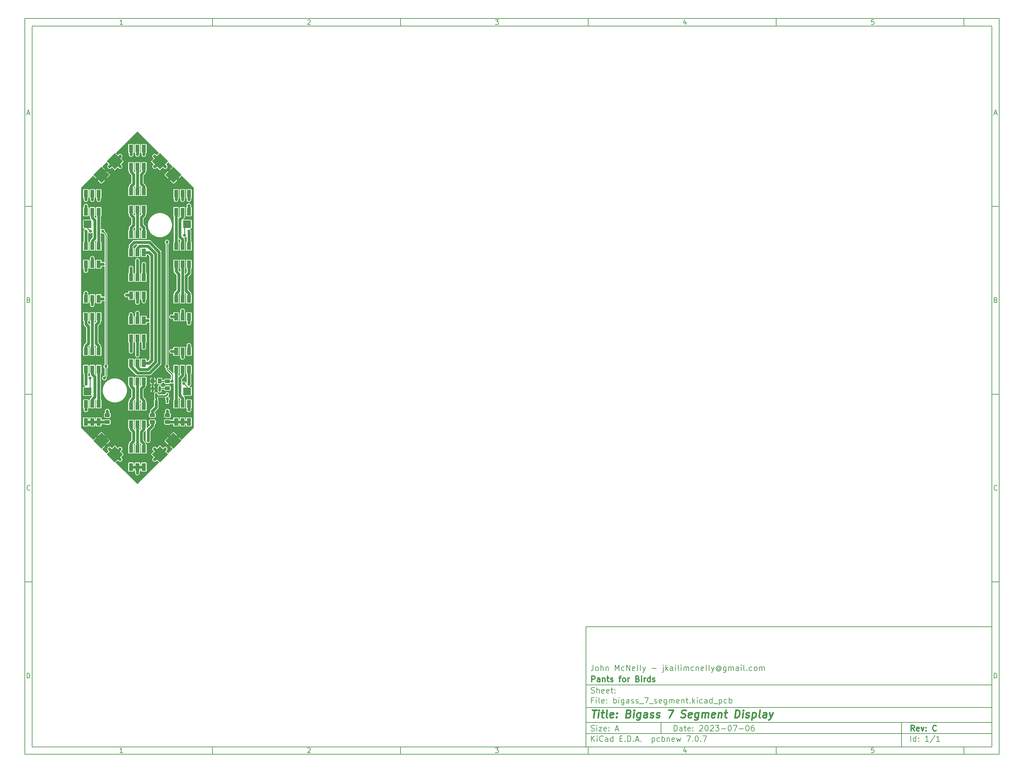
<source format=gbr>
G04 #@! TF.GenerationSoftware,KiCad,Pcbnew,7.0.7*
G04 #@! TF.CreationDate,2023-09-04T15:56:20-07:00*
G04 #@! TF.ProjectId,bigass_7_segment,62696761-7373-45f3-975f-7365676d656e,C*
G04 #@! TF.SameCoordinates,Original*
G04 #@! TF.FileFunction,Copper,L1,Top*
G04 #@! TF.FilePolarity,Positive*
%FSLAX46Y46*%
G04 Gerber Fmt 4.6, Leading zero omitted, Abs format (unit mm)*
G04 Created by KiCad (PCBNEW 7.0.7) date 2023-09-04 15:56:20*
%MOMM*%
%LPD*%
G01*
G04 APERTURE LIST*
G04 Aperture macros list*
%AMRoundRect*
0 Rectangle with rounded corners*
0 $1 Rounding radius*
0 $2 $3 $4 $5 $6 $7 $8 $9 X,Y pos of 4 corners*
0 Add a 4 corners polygon primitive as box body*
4,1,4,$2,$3,$4,$5,$6,$7,$8,$9,$2,$3,0*
0 Add four circle primitives for the rounded corners*
1,1,$1+$1,$2,$3*
1,1,$1+$1,$4,$5*
1,1,$1+$1,$6,$7*
1,1,$1+$1,$8,$9*
0 Add four rect primitives between the rounded corners*
20,1,$1+$1,$2,$3,$4,$5,0*
20,1,$1+$1,$4,$5,$6,$7,0*
20,1,$1+$1,$6,$7,$8,$9,0*
20,1,$1+$1,$8,$9,$2,$3,0*%
%AMRotRect*
0 Rectangle, with rotation*
0 The origin of the aperture is its center*
0 $1 length*
0 $2 width*
0 $3 Rotation angle, in degrees counterclockwise*
0 Add horizontal line*
21,1,$1,$2,0,0,$3*%
G04 Aperture macros list end*
%ADD10C,0.100000*%
%ADD11C,0.150000*%
%ADD12C,0.300000*%
%ADD13C,0.400000*%
G04 #@! TA.AperFunction,SMDPad,CuDef*
%ADD14RoundRect,0.112500X0.112500X-0.187500X0.112500X0.187500X-0.112500X0.187500X-0.112500X-0.187500X0*%
G04 #@! TD*
G04 #@! TA.AperFunction,SMDPad,CuDef*
%ADD15RotRect,3.000000X3.000000X315.000000*%
G04 #@! TD*
G04 #@! TA.AperFunction,SMDPad,CuDef*
%ADD16RotRect,3.000000X3.000000X45.000000*%
G04 #@! TD*
G04 #@! TA.AperFunction,SMDPad,CuDef*
%ADD17RotRect,3.000000X3.000000X225.000000*%
G04 #@! TD*
G04 #@! TA.AperFunction,SMDPad,CuDef*
%ADD18RotRect,3.000000X3.000000X135.000000*%
G04 #@! TD*
G04 #@! TA.AperFunction,SMDPad,CuDef*
%ADD19RoundRect,0.250000X0.262500X0.450000X-0.262500X0.450000X-0.262500X-0.450000X0.262500X-0.450000X0*%
G04 #@! TD*
G04 #@! TA.AperFunction,SMDPad,CuDef*
%ADD20R,1.100000X2.000000*%
G04 #@! TD*
G04 #@! TA.AperFunction,SMDPad,CuDef*
%ADD21R,2.000000X2.000000*%
G04 #@! TD*
G04 #@! TA.AperFunction,SMDPad,CuDef*
%ADD22RoundRect,0.250000X0.450000X-0.262500X0.450000X0.262500X-0.450000X0.262500X-0.450000X-0.262500X0*%
G04 #@! TD*
G04 #@! TA.AperFunction,SMDPad,CuDef*
%ADD23RoundRect,0.150000X-0.150000X0.587500X-0.150000X-0.587500X0.150000X-0.587500X0.150000X0.587500X0*%
G04 #@! TD*
G04 #@! TA.AperFunction,SMDPad,CuDef*
%ADD24RoundRect,0.250000X-0.450000X0.262500X-0.450000X-0.262500X0.450000X-0.262500X0.450000X0.262500X0*%
G04 #@! TD*
G04 #@! TA.AperFunction,ViaPad*
%ADD25C,0.800000*%
G04 #@! TD*
G04 #@! TA.AperFunction,Conductor*
%ADD26C,0.400000*%
G04 #@! TD*
G04 #@! TA.AperFunction,Conductor*
%ADD27C,0.800000*%
G04 #@! TD*
G04 #@! TA.AperFunction,Conductor*
%ADD28C,0.250000*%
G04 #@! TD*
G04 APERTURE END LIST*
D10*
D11*
X159400000Y-171900000D02*
X267400000Y-171900000D01*
X267400000Y-203900000D01*
X159400000Y-203900000D01*
X159400000Y-171900000D01*
D10*
D11*
X10000000Y-10000000D02*
X269400000Y-10000000D01*
X269400000Y-205900000D01*
X10000000Y-205900000D01*
X10000000Y-10000000D01*
D10*
D11*
X12000000Y-12000000D02*
X267400000Y-12000000D01*
X267400000Y-203900000D01*
X12000000Y-203900000D01*
X12000000Y-12000000D01*
D10*
D11*
X60000000Y-12000000D02*
X60000000Y-10000000D01*
D10*
D11*
X110000000Y-12000000D02*
X110000000Y-10000000D01*
D10*
D11*
X160000000Y-12000000D02*
X160000000Y-10000000D01*
D10*
D11*
X210000000Y-12000000D02*
X210000000Y-10000000D01*
D10*
D11*
X260000000Y-12000000D02*
X260000000Y-10000000D01*
D10*
D11*
X36089160Y-11593604D02*
X35346303Y-11593604D01*
X35717731Y-11593604D02*
X35717731Y-10293604D01*
X35717731Y-10293604D02*
X35593922Y-10479319D01*
X35593922Y-10479319D02*
X35470112Y-10603128D01*
X35470112Y-10603128D02*
X35346303Y-10665033D01*
D10*
D11*
X85346303Y-10417414D02*
X85408207Y-10355509D01*
X85408207Y-10355509D02*
X85532017Y-10293604D01*
X85532017Y-10293604D02*
X85841541Y-10293604D01*
X85841541Y-10293604D02*
X85965350Y-10355509D01*
X85965350Y-10355509D02*
X86027255Y-10417414D01*
X86027255Y-10417414D02*
X86089160Y-10541223D01*
X86089160Y-10541223D02*
X86089160Y-10665033D01*
X86089160Y-10665033D02*
X86027255Y-10850747D01*
X86027255Y-10850747D02*
X85284398Y-11593604D01*
X85284398Y-11593604D02*
X86089160Y-11593604D01*
D10*
D11*
X135284398Y-10293604D02*
X136089160Y-10293604D01*
X136089160Y-10293604D02*
X135655826Y-10788842D01*
X135655826Y-10788842D02*
X135841541Y-10788842D01*
X135841541Y-10788842D02*
X135965350Y-10850747D01*
X135965350Y-10850747D02*
X136027255Y-10912652D01*
X136027255Y-10912652D02*
X136089160Y-11036461D01*
X136089160Y-11036461D02*
X136089160Y-11345985D01*
X136089160Y-11345985D02*
X136027255Y-11469795D01*
X136027255Y-11469795D02*
X135965350Y-11531700D01*
X135965350Y-11531700D02*
X135841541Y-11593604D01*
X135841541Y-11593604D02*
X135470112Y-11593604D01*
X135470112Y-11593604D02*
X135346303Y-11531700D01*
X135346303Y-11531700D02*
X135284398Y-11469795D01*
D10*
D11*
X185965350Y-10726938D02*
X185965350Y-11593604D01*
X185655826Y-10231700D02*
X185346303Y-11160271D01*
X185346303Y-11160271D02*
X186151064Y-11160271D01*
D10*
D11*
X236027255Y-10293604D02*
X235408207Y-10293604D01*
X235408207Y-10293604D02*
X235346303Y-10912652D01*
X235346303Y-10912652D02*
X235408207Y-10850747D01*
X235408207Y-10850747D02*
X235532017Y-10788842D01*
X235532017Y-10788842D02*
X235841541Y-10788842D01*
X235841541Y-10788842D02*
X235965350Y-10850747D01*
X235965350Y-10850747D02*
X236027255Y-10912652D01*
X236027255Y-10912652D02*
X236089160Y-11036461D01*
X236089160Y-11036461D02*
X236089160Y-11345985D01*
X236089160Y-11345985D02*
X236027255Y-11469795D01*
X236027255Y-11469795D02*
X235965350Y-11531700D01*
X235965350Y-11531700D02*
X235841541Y-11593604D01*
X235841541Y-11593604D02*
X235532017Y-11593604D01*
X235532017Y-11593604D02*
X235408207Y-11531700D01*
X235408207Y-11531700D02*
X235346303Y-11469795D01*
D10*
D11*
X60000000Y-203900000D02*
X60000000Y-205900000D01*
D10*
D11*
X110000000Y-203900000D02*
X110000000Y-205900000D01*
D10*
D11*
X160000000Y-203900000D02*
X160000000Y-205900000D01*
D10*
D11*
X210000000Y-203900000D02*
X210000000Y-205900000D01*
D10*
D11*
X260000000Y-203900000D02*
X260000000Y-205900000D01*
D10*
D11*
X36089160Y-205493604D02*
X35346303Y-205493604D01*
X35717731Y-205493604D02*
X35717731Y-204193604D01*
X35717731Y-204193604D02*
X35593922Y-204379319D01*
X35593922Y-204379319D02*
X35470112Y-204503128D01*
X35470112Y-204503128D02*
X35346303Y-204565033D01*
D10*
D11*
X85346303Y-204317414D02*
X85408207Y-204255509D01*
X85408207Y-204255509D02*
X85532017Y-204193604D01*
X85532017Y-204193604D02*
X85841541Y-204193604D01*
X85841541Y-204193604D02*
X85965350Y-204255509D01*
X85965350Y-204255509D02*
X86027255Y-204317414D01*
X86027255Y-204317414D02*
X86089160Y-204441223D01*
X86089160Y-204441223D02*
X86089160Y-204565033D01*
X86089160Y-204565033D02*
X86027255Y-204750747D01*
X86027255Y-204750747D02*
X85284398Y-205493604D01*
X85284398Y-205493604D02*
X86089160Y-205493604D01*
D10*
D11*
X135284398Y-204193604D02*
X136089160Y-204193604D01*
X136089160Y-204193604D02*
X135655826Y-204688842D01*
X135655826Y-204688842D02*
X135841541Y-204688842D01*
X135841541Y-204688842D02*
X135965350Y-204750747D01*
X135965350Y-204750747D02*
X136027255Y-204812652D01*
X136027255Y-204812652D02*
X136089160Y-204936461D01*
X136089160Y-204936461D02*
X136089160Y-205245985D01*
X136089160Y-205245985D02*
X136027255Y-205369795D01*
X136027255Y-205369795D02*
X135965350Y-205431700D01*
X135965350Y-205431700D02*
X135841541Y-205493604D01*
X135841541Y-205493604D02*
X135470112Y-205493604D01*
X135470112Y-205493604D02*
X135346303Y-205431700D01*
X135346303Y-205431700D02*
X135284398Y-205369795D01*
D10*
D11*
X185965350Y-204626938D02*
X185965350Y-205493604D01*
X185655826Y-204131700D02*
X185346303Y-205060271D01*
X185346303Y-205060271D02*
X186151064Y-205060271D01*
D10*
D11*
X236027255Y-204193604D02*
X235408207Y-204193604D01*
X235408207Y-204193604D02*
X235346303Y-204812652D01*
X235346303Y-204812652D02*
X235408207Y-204750747D01*
X235408207Y-204750747D02*
X235532017Y-204688842D01*
X235532017Y-204688842D02*
X235841541Y-204688842D01*
X235841541Y-204688842D02*
X235965350Y-204750747D01*
X235965350Y-204750747D02*
X236027255Y-204812652D01*
X236027255Y-204812652D02*
X236089160Y-204936461D01*
X236089160Y-204936461D02*
X236089160Y-205245985D01*
X236089160Y-205245985D02*
X236027255Y-205369795D01*
X236027255Y-205369795D02*
X235965350Y-205431700D01*
X235965350Y-205431700D02*
X235841541Y-205493604D01*
X235841541Y-205493604D02*
X235532017Y-205493604D01*
X235532017Y-205493604D02*
X235408207Y-205431700D01*
X235408207Y-205431700D02*
X235346303Y-205369795D01*
D10*
D11*
X10000000Y-60000000D02*
X12000000Y-60000000D01*
D10*
D11*
X10000000Y-110000000D02*
X12000000Y-110000000D01*
D10*
D11*
X10000000Y-160000000D02*
X12000000Y-160000000D01*
D10*
D11*
X10690476Y-35222176D02*
X11309523Y-35222176D01*
X10566666Y-35593604D02*
X10999999Y-34293604D01*
X10999999Y-34293604D02*
X11433333Y-35593604D01*
D10*
D11*
X11092857Y-84912652D02*
X11278571Y-84974557D01*
X11278571Y-84974557D02*
X11340476Y-85036461D01*
X11340476Y-85036461D02*
X11402380Y-85160271D01*
X11402380Y-85160271D02*
X11402380Y-85345985D01*
X11402380Y-85345985D02*
X11340476Y-85469795D01*
X11340476Y-85469795D02*
X11278571Y-85531700D01*
X11278571Y-85531700D02*
X11154761Y-85593604D01*
X11154761Y-85593604D02*
X10659523Y-85593604D01*
X10659523Y-85593604D02*
X10659523Y-84293604D01*
X10659523Y-84293604D02*
X11092857Y-84293604D01*
X11092857Y-84293604D02*
X11216666Y-84355509D01*
X11216666Y-84355509D02*
X11278571Y-84417414D01*
X11278571Y-84417414D02*
X11340476Y-84541223D01*
X11340476Y-84541223D02*
X11340476Y-84665033D01*
X11340476Y-84665033D02*
X11278571Y-84788842D01*
X11278571Y-84788842D02*
X11216666Y-84850747D01*
X11216666Y-84850747D02*
X11092857Y-84912652D01*
X11092857Y-84912652D02*
X10659523Y-84912652D01*
D10*
D11*
X11402380Y-135469795D02*
X11340476Y-135531700D01*
X11340476Y-135531700D02*
X11154761Y-135593604D01*
X11154761Y-135593604D02*
X11030952Y-135593604D01*
X11030952Y-135593604D02*
X10845238Y-135531700D01*
X10845238Y-135531700D02*
X10721428Y-135407890D01*
X10721428Y-135407890D02*
X10659523Y-135284080D01*
X10659523Y-135284080D02*
X10597619Y-135036461D01*
X10597619Y-135036461D02*
X10597619Y-134850747D01*
X10597619Y-134850747D02*
X10659523Y-134603128D01*
X10659523Y-134603128D02*
X10721428Y-134479319D01*
X10721428Y-134479319D02*
X10845238Y-134355509D01*
X10845238Y-134355509D02*
X11030952Y-134293604D01*
X11030952Y-134293604D02*
X11154761Y-134293604D01*
X11154761Y-134293604D02*
X11340476Y-134355509D01*
X11340476Y-134355509D02*
X11402380Y-134417414D01*
D10*
D11*
X10659523Y-185593604D02*
X10659523Y-184293604D01*
X10659523Y-184293604D02*
X10969047Y-184293604D01*
X10969047Y-184293604D02*
X11154761Y-184355509D01*
X11154761Y-184355509D02*
X11278571Y-184479319D01*
X11278571Y-184479319D02*
X11340476Y-184603128D01*
X11340476Y-184603128D02*
X11402380Y-184850747D01*
X11402380Y-184850747D02*
X11402380Y-185036461D01*
X11402380Y-185036461D02*
X11340476Y-185284080D01*
X11340476Y-185284080D02*
X11278571Y-185407890D01*
X11278571Y-185407890D02*
X11154761Y-185531700D01*
X11154761Y-185531700D02*
X10969047Y-185593604D01*
X10969047Y-185593604D02*
X10659523Y-185593604D01*
D10*
D11*
X269400000Y-60000000D02*
X267400000Y-60000000D01*
D10*
D11*
X269400000Y-110000000D02*
X267400000Y-110000000D01*
D10*
D11*
X269400000Y-160000000D02*
X267400000Y-160000000D01*
D10*
D11*
X268090476Y-35222176D02*
X268709523Y-35222176D01*
X267966666Y-35593604D02*
X268399999Y-34293604D01*
X268399999Y-34293604D02*
X268833333Y-35593604D01*
D10*
D11*
X268492857Y-84912652D02*
X268678571Y-84974557D01*
X268678571Y-84974557D02*
X268740476Y-85036461D01*
X268740476Y-85036461D02*
X268802380Y-85160271D01*
X268802380Y-85160271D02*
X268802380Y-85345985D01*
X268802380Y-85345985D02*
X268740476Y-85469795D01*
X268740476Y-85469795D02*
X268678571Y-85531700D01*
X268678571Y-85531700D02*
X268554761Y-85593604D01*
X268554761Y-85593604D02*
X268059523Y-85593604D01*
X268059523Y-85593604D02*
X268059523Y-84293604D01*
X268059523Y-84293604D02*
X268492857Y-84293604D01*
X268492857Y-84293604D02*
X268616666Y-84355509D01*
X268616666Y-84355509D02*
X268678571Y-84417414D01*
X268678571Y-84417414D02*
X268740476Y-84541223D01*
X268740476Y-84541223D02*
X268740476Y-84665033D01*
X268740476Y-84665033D02*
X268678571Y-84788842D01*
X268678571Y-84788842D02*
X268616666Y-84850747D01*
X268616666Y-84850747D02*
X268492857Y-84912652D01*
X268492857Y-84912652D02*
X268059523Y-84912652D01*
D10*
D11*
X268802380Y-135469795D02*
X268740476Y-135531700D01*
X268740476Y-135531700D02*
X268554761Y-135593604D01*
X268554761Y-135593604D02*
X268430952Y-135593604D01*
X268430952Y-135593604D02*
X268245238Y-135531700D01*
X268245238Y-135531700D02*
X268121428Y-135407890D01*
X268121428Y-135407890D02*
X268059523Y-135284080D01*
X268059523Y-135284080D02*
X267997619Y-135036461D01*
X267997619Y-135036461D02*
X267997619Y-134850747D01*
X267997619Y-134850747D02*
X268059523Y-134603128D01*
X268059523Y-134603128D02*
X268121428Y-134479319D01*
X268121428Y-134479319D02*
X268245238Y-134355509D01*
X268245238Y-134355509D02*
X268430952Y-134293604D01*
X268430952Y-134293604D02*
X268554761Y-134293604D01*
X268554761Y-134293604D02*
X268740476Y-134355509D01*
X268740476Y-134355509D02*
X268802380Y-134417414D01*
D10*
D11*
X268059523Y-185593604D02*
X268059523Y-184293604D01*
X268059523Y-184293604D02*
X268369047Y-184293604D01*
X268369047Y-184293604D02*
X268554761Y-184355509D01*
X268554761Y-184355509D02*
X268678571Y-184479319D01*
X268678571Y-184479319D02*
X268740476Y-184603128D01*
X268740476Y-184603128D02*
X268802380Y-184850747D01*
X268802380Y-184850747D02*
X268802380Y-185036461D01*
X268802380Y-185036461D02*
X268740476Y-185284080D01*
X268740476Y-185284080D02*
X268678571Y-185407890D01*
X268678571Y-185407890D02*
X268554761Y-185531700D01*
X268554761Y-185531700D02*
X268369047Y-185593604D01*
X268369047Y-185593604D02*
X268059523Y-185593604D01*
D10*
D11*
X182855826Y-199686128D02*
X182855826Y-198186128D01*
X182855826Y-198186128D02*
X183212969Y-198186128D01*
X183212969Y-198186128D02*
X183427255Y-198257557D01*
X183427255Y-198257557D02*
X183570112Y-198400414D01*
X183570112Y-198400414D02*
X183641541Y-198543271D01*
X183641541Y-198543271D02*
X183712969Y-198828985D01*
X183712969Y-198828985D02*
X183712969Y-199043271D01*
X183712969Y-199043271D02*
X183641541Y-199328985D01*
X183641541Y-199328985D02*
X183570112Y-199471842D01*
X183570112Y-199471842D02*
X183427255Y-199614700D01*
X183427255Y-199614700D02*
X183212969Y-199686128D01*
X183212969Y-199686128D02*
X182855826Y-199686128D01*
X184998684Y-199686128D02*
X184998684Y-198900414D01*
X184998684Y-198900414D02*
X184927255Y-198757557D01*
X184927255Y-198757557D02*
X184784398Y-198686128D01*
X184784398Y-198686128D02*
X184498684Y-198686128D01*
X184498684Y-198686128D02*
X184355826Y-198757557D01*
X184998684Y-199614700D02*
X184855826Y-199686128D01*
X184855826Y-199686128D02*
X184498684Y-199686128D01*
X184498684Y-199686128D02*
X184355826Y-199614700D01*
X184355826Y-199614700D02*
X184284398Y-199471842D01*
X184284398Y-199471842D02*
X184284398Y-199328985D01*
X184284398Y-199328985D02*
X184355826Y-199186128D01*
X184355826Y-199186128D02*
X184498684Y-199114700D01*
X184498684Y-199114700D02*
X184855826Y-199114700D01*
X184855826Y-199114700D02*
X184998684Y-199043271D01*
X185498684Y-198686128D02*
X186070112Y-198686128D01*
X185712969Y-198186128D02*
X185712969Y-199471842D01*
X185712969Y-199471842D02*
X185784398Y-199614700D01*
X185784398Y-199614700D02*
X185927255Y-199686128D01*
X185927255Y-199686128D02*
X186070112Y-199686128D01*
X187141541Y-199614700D02*
X186998684Y-199686128D01*
X186998684Y-199686128D02*
X186712970Y-199686128D01*
X186712970Y-199686128D02*
X186570112Y-199614700D01*
X186570112Y-199614700D02*
X186498684Y-199471842D01*
X186498684Y-199471842D02*
X186498684Y-198900414D01*
X186498684Y-198900414D02*
X186570112Y-198757557D01*
X186570112Y-198757557D02*
X186712970Y-198686128D01*
X186712970Y-198686128D02*
X186998684Y-198686128D01*
X186998684Y-198686128D02*
X187141541Y-198757557D01*
X187141541Y-198757557D02*
X187212970Y-198900414D01*
X187212970Y-198900414D02*
X187212970Y-199043271D01*
X187212970Y-199043271D02*
X186498684Y-199186128D01*
X187855826Y-199543271D02*
X187927255Y-199614700D01*
X187927255Y-199614700D02*
X187855826Y-199686128D01*
X187855826Y-199686128D02*
X187784398Y-199614700D01*
X187784398Y-199614700D02*
X187855826Y-199543271D01*
X187855826Y-199543271D02*
X187855826Y-199686128D01*
X187855826Y-198757557D02*
X187927255Y-198828985D01*
X187927255Y-198828985D02*
X187855826Y-198900414D01*
X187855826Y-198900414D02*
X187784398Y-198828985D01*
X187784398Y-198828985D02*
X187855826Y-198757557D01*
X187855826Y-198757557D02*
X187855826Y-198900414D01*
X189641541Y-198328985D02*
X189712969Y-198257557D01*
X189712969Y-198257557D02*
X189855827Y-198186128D01*
X189855827Y-198186128D02*
X190212969Y-198186128D01*
X190212969Y-198186128D02*
X190355827Y-198257557D01*
X190355827Y-198257557D02*
X190427255Y-198328985D01*
X190427255Y-198328985D02*
X190498684Y-198471842D01*
X190498684Y-198471842D02*
X190498684Y-198614700D01*
X190498684Y-198614700D02*
X190427255Y-198828985D01*
X190427255Y-198828985D02*
X189570112Y-199686128D01*
X189570112Y-199686128D02*
X190498684Y-199686128D01*
X191427255Y-198186128D02*
X191570112Y-198186128D01*
X191570112Y-198186128D02*
X191712969Y-198257557D01*
X191712969Y-198257557D02*
X191784398Y-198328985D01*
X191784398Y-198328985D02*
X191855826Y-198471842D01*
X191855826Y-198471842D02*
X191927255Y-198757557D01*
X191927255Y-198757557D02*
X191927255Y-199114700D01*
X191927255Y-199114700D02*
X191855826Y-199400414D01*
X191855826Y-199400414D02*
X191784398Y-199543271D01*
X191784398Y-199543271D02*
X191712969Y-199614700D01*
X191712969Y-199614700D02*
X191570112Y-199686128D01*
X191570112Y-199686128D02*
X191427255Y-199686128D01*
X191427255Y-199686128D02*
X191284398Y-199614700D01*
X191284398Y-199614700D02*
X191212969Y-199543271D01*
X191212969Y-199543271D02*
X191141540Y-199400414D01*
X191141540Y-199400414D02*
X191070112Y-199114700D01*
X191070112Y-199114700D02*
X191070112Y-198757557D01*
X191070112Y-198757557D02*
X191141540Y-198471842D01*
X191141540Y-198471842D02*
X191212969Y-198328985D01*
X191212969Y-198328985D02*
X191284398Y-198257557D01*
X191284398Y-198257557D02*
X191427255Y-198186128D01*
X192498683Y-198328985D02*
X192570111Y-198257557D01*
X192570111Y-198257557D02*
X192712969Y-198186128D01*
X192712969Y-198186128D02*
X193070111Y-198186128D01*
X193070111Y-198186128D02*
X193212969Y-198257557D01*
X193212969Y-198257557D02*
X193284397Y-198328985D01*
X193284397Y-198328985D02*
X193355826Y-198471842D01*
X193355826Y-198471842D02*
X193355826Y-198614700D01*
X193355826Y-198614700D02*
X193284397Y-198828985D01*
X193284397Y-198828985D02*
X192427254Y-199686128D01*
X192427254Y-199686128D02*
X193355826Y-199686128D01*
X193855825Y-198186128D02*
X194784397Y-198186128D01*
X194784397Y-198186128D02*
X194284397Y-198757557D01*
X194284397Y-198757557D02*
X194498682Y-198757557D01*
X194498682Y-198757557D02*
X194641540Y-198828985D01*
X194641540Y-198828985D02*
X194712968Y-198900414D01*
X194712968Y-198900414D02*
X194784397Y-199043271D01*
X194784397Y-199043271D02*
X194784397Y-199400414D01*
X194784397Y-199400414D02*
X194712968Y-199543271D01*
X194712968Y-199543271D02*
X194641540Y-199614700D01*
X194641540Y-199614700D02*
X194498682Y-199686128D01*
X194498682Y-199686128D02*
X194070111Y-199686128D01*
X194070111Y-199686128D02*
X193927254Y-199614700D01*
X193927254Y-199614700D02*
X193855825Y-199543271D01*
X195427253Y-199114700D02*
X196570111Y-199114700D01*
X197570111Y-198186128D02*
X197712968Y-198186128D01*
X197712968Y-198186128D02*
X197855825Y-198257557D01*
X197855825Y-198257557D02*
X197927254Y-198328985D01*
X197927254Y-198328985D02*
X197998682Y-198471842D01*
X197998682Y-198471842D02*
X198070111Y-198757557D01*
X198070111Y-198757557D02*
X198070111Y-199114700D01*
X198070111Y-199114700D02*
X197998682Y-199400414D01*
X197998682Y-199400414D02*
X197927254Y-199543271D01*
X197927254Y-199543271D02*
X197855825Y-199614700D01*
X197855825Y-199614700D02*
X197712968Y-199686128D01*
X197712968Y-199686128D02*
X197570111Y-199686128D01*
X197570111Y-199686128D02*
X197427254Y-199614700D01*
X197427254Y-199614700D02*
X197355825Y-199543271D01*
X197355825Y-199543271D02*
X197284396Y-199400414D01*
X197284396Y-199400414D02*
X197212968Y-199114700D01*
X197212968Y-199114700D02*
X197212968Y-198757557D01*
X197212968Y-198757557D02*
X197284396Y-198471842D01*
X197284396Y-198471842D02*
X197355825Y-198328985D01*
X197355825Y-198328985D02*
X197427254Y-198257557D01*
X197427254Y-198257557D02*
X197570111Y-198186128D01*
X198570110Y-198186128D02*
X199570110Y-198186128D01*
X199570110Y-198186128D02*
X198927253Y-199686128D01*
X200141538Y-199114700D02*
X201284396Y-199114700D01*
X202284396Y-198186128D02*
X202427253Y-198186128D01*
X202427253Y-198186128D02*
X202570110Y-198257557D01*
X202570110Y-198257557D02*
X202641539Y-198328985D01*
X202641539Y-198328985D02*
X202712967Y-198471842D01*
X202712967Y-198471842D02*
X202784396Y-198757557D01*
X202784396Y-198757557D02*
X202784396Y-199114700D01*
X202784396Y-199114700D02*
X202712967Y-199400414D01*
X202712967Y-199400414D02*
X202641539Y-199543271D01*
X202641539Y-199543271D02*
X202570110Y-199614700D01*
X202570110Y-199614700D02*
X202427253Y-199686128D01*
X202427253Y-199686128D02*
X202284396Y-199686128D01*
X202284396Y-199686128D02*
X202141539Y-199614700D01*
X202141539Y-199614700D02*
X202070110Y-199543271D01*
X202070110Y-199543271D02*
X201998681Y-199400414D01*
X201998681Y-199400414D02*
X201927253Y-199114700D01*
X201927253Y-199114700D02*
X201927253Y-198757557D01*
X201927253Y-198757557D02*
X201998681Y-198471842D01*
X201998681Y-198471842D02*
X202070110Y-198328985D01*
X202070110Y-198328985D02*
X202141539Y-198257557D01*
X202141539Y-198257557D02*
X202284396Y-198186128D01*
X204070110Y-198186128D02*
X203784395Y-198186128D01*
X203784395Y-198186128D02*
X203641538Y-198257557D01*
X203641538Y-198257557D02*
X203570110Y-198328985D01*
X203570110Y-198328985D02*
X203427252Y-198543271D01*
X203427252Y-198543271D02*
X203355824Y-198828985D01*
X203355824Y-198828985D02*
X203355824Y-199400414D01*
X203355824Y-199400414D02*
X203427252Y-199543271D01*
X203427252Y-199543271D02*
X203498681Y-199614700D01*
X203498681Y-199614700D02*
X203641538Y-199686128D01*
X203641538Y-199686128D02*
X203927252Y-199686128D01*
X203927252Y-199686128D02*
X204070110Y-199614700D01*
X204070110Y-199614700D02*
X204141538Y-199543271D01*
X204141538Y-199543271D02*
X204212967Y-199400414D01*
X204212967Y-199400414D02*
X204212967Y-199043271D01*
X204212967Y-199043271D02*
X204141538Y-198900414D01*
X204141538Y-198900414D02*
X204070110Y-198828985D01*
X204070110Y-198828985D02*
X203927252Y-198757557D01*
X203927252Y-198757557D02*
X203641538Y-198757557D01*
X203641538Y-198757557D02*
X203498681Y-198828985D01*
X203498681Y-198828985D02*
X203427252Y-198900414D01*
X203427252Y-198900414D02*
X203355824Y-199043271D01*
D10*
D11*
X159400000Y-200400000D02*
X267400000Y-200400000D01*
D10*
D11*
X160855826Y-202486128D02*
X160855826Y-200986128D01*
X161712969Y-202486128D02*
X161070112Y-201628985D01*
X161712969Y-200986128D02*
X160855826Y-201843271D01*
X162355826Y-202486128D02*
X162355826Y-201486128D01*
X162355826Y-200986128D02*
X162284398Y-201057557D01*
X162284398Y-201057557D02*
X162355826Y-201128985D01*
X162355826Y-201128985D02*
X162427255Y-201057557D01*
X162427255Y-201057557D02*
X162355826Y-200986128D01*
X162355826Y-200986128D02*
X162355826Y-201128985D01*
X163927255Y-202343271D02*
X163855827Y-202414700D01*
X163855827Y-202414700D02*
X163641541Y-202486128D01*
X163641541Y-202486128D02*
X163498684Y-202486128D01*
X163498684Y-202486128D02*
X163284398Y-202414700D01*
X163284398Y-202414700D02*
X163141541Y-202271842D01*
X163141541Y-202271842D02*
X163070112Y-202128985D01*
X163070112Y-202128985D02*
X162998684Y-201843271D01*
X162998684Y-201843271D02*
X162998684Y-201628985D01*
X162998684Y-201628985D02*
X163070112Y-201343271D01*
X163070112Y-201343271D02*
X163141541Y-201200414D01*
X163141541Y-201200414D02*
X163284398Y-201057557D01*
X163284398Y-201057557D02*
X163498684Y-200986128D01*
X163498684Y-200986128D02*
X163641541Y-200986128D01*
X163641541Y-200986128D02*
X163855827Y-201057557D01*
X163855827Y-201057557D02*
X163927255Y-201128985D01*
X165212970Y-202486128D02*
X165212970Y-201700414D01*
X165212970Y-201700414D02*
X165141541Y-201557557D01*
X165141541Y-201557557D02*
X164998684Y-201486128D01*
X164998684Y-201486128D02*
X164712970Y-201486128D01*
X164712970Y-201486128D02*
X164570112Y-201557557D01*
X165212970Y-202414700D02*
X165070112Y-202486128D01*
X165070112Y-202486128D02*
X164712970Y-202486128D01*
X164712970Y-202486128D02*
X164570112Y-202414700D01*
X164570112Y-202414700D02*
X164498684Y-202271842D01*
X164498684Y-202271842D02*
X164498684Y-202128985D01*
X164498684Y-202128985D02*
X164570112Y-201986128D01*
X164570112Y-201986128D02*
X164712970Y-201914700D01*
X164712970Y-201914700D02*
X165070112Y-201914700D01*
X165070112Y-201914700D02*
X165212970Y-201843271D01*
X166570113Y-202486128D02*
X166570113Y-200986128D01*
X166570113Y-202414700D02*
X166427255Y-202486128D01*
X166427255Y-202486128D02*
X166141541Y-202486128D01*
X166141541Y-202486128D02*
X165998684Y-202414700D01*
X165998684Y-202414700D02*
X165927255Y-202343271D01*
X165927255Y-202343271D02*
X165855827Y-202200414D01*
X165855827Y-202200414D02*
X165855827Y-201771842D01*
X165855827Y-201771842D02*
X165927255Y-201628985D01*
X165927255Y-201628985D02*
X165998684Y-201557557D01*
X165998684Y-201557557D02*
X166141541Y-201486128D01*
X166141541Y-201486128D02*
X166427255Y-201486128D01*
X166427255Y-201486128D02*
X166570113Y-201557557D01*
X168427255Y-201700414D02*
X168927255Y-201700414D01*
X169141541Y-202486128D02*
X168427255Y-202486128D01*
X168427255Y-202486128D02*
X168427255Y-200986128D01*
X168427255Y-200986128D02*
X169141541Y-200986128D01*
X169784398Y-202343271D02*
X169855827Y-202414700D01*
X169855827Y-202414700D02*
X169784398Y-202486128D01*
X169784398Y-202486128D02*
X169712970Y-202414700D01*
X169712970Y-202414700D02*
X169784398Y-202343271D01*
X169784398Y-202343271D02*
X169784398Y-202486128D01*
X170498684Y-202486128D02*
X170498684Y-200986128D01*
X170498684Y-200986128D02*
X170855827Y-200986128D01*
X170855827Y-200986128D02*
X171070113Y-201057557D01*
X171070113Y-201057557D02*
X171212970Y-201200414D01*
X171212970Y-201200414D02*
X171284399Y-201343271D01*
X171284399Y-201343271D02*
X171355827Y-201628985D01*
X171355827Y-201628985D02*
X171355827Y-201843271D01*
X171355827Y-201843271D02*
X171284399Y-202128985D01*
X171284399Y-202128985D02*
X171212970Y-202271842D01*
X171212970Y-202271842D02*
X171070113Y-202414700D01*
X171070113Y-202414700D02*
X170855827Y-202486128D01*
X170855827Y-202486128D02*
X170498684Y-202486128D01*
X171998684Y-202343271D02*
X172070113Y-202414700D01*
X172070113Y-202414700D02*
X171998684Y-202486128D01*
X171998684Y-202486128D02*
X171927256Y-202414700D01*
X171927256Y-202414700D02*
X171998684Y-202343271D01*
X171998684Y-202343271D02*
X171998684Y-202486128D01*
X172641542Y-202057557D02*
X173355828Y-202057557D01*
X172498685Y-202486128D02*
X172998685Y-200986128D01*
X172998685Y-200986128D02*
X173498685Y-202486128D01*
X173998684Y-202343271D02*
X174070113Y-202414700D01*
X174070113Y-202414700D02*
X173998684Y-202486128D01*
X173998684Y-202486128D02*
X173927256Y-202414700D01*
X173927256Y-202414700D02*
X173998684Y-202343271D01*
X173998684Y-202343271D02*
X173998684Y-202486128D01*
X176998684Y-201486128D02*
X176998684Y-202986128D01*
X176998684Y-201557557D02*
X177141542Y-201486128D01*
X177141542Y-201486128D02*
X177427256Y-201486128D01*
X177427256Y-201486128D02*
X177570113Y-201557557D01*
X177570113Y-201557557D02*
X177641542Y-201628985D01*
X177641542Y-201628985D02*
X177712970Y-201771842D01*
X177712970Y-201771842D02*
X177712970Y-202200414D01*
X177712970Y-202200414D02*
X177641542Y-202343271D01*
X177641542Y-202343271D02*
X177570113Y-202414700D01*
X177570113Y-202414700D02*
X177427256Y-202486128D01*
X177427256Y-202486128D02*
X177141542Y-202486128D01*
X177141542Y-202486128D02*
X176998684Y-202414700D01*
X178998685Y-202414700D02*
X178855827Y-202486128D01*
X178855827Y-202486128D02*
X178570113Y-202486128D01*
X178570113Y-202486128D02*
X178427256Y-202414700D01*
X178427256Y-202414700D02*
X178355827Y-202343271D01*
X178355827Y-202343271D02*
X178284399Y-202200414D01*
X178284399Y-202200414D02*
X178284399Y-201771842D01*
X178284399Y-201771842D02*
X178355827Y-201628985D01*
X178355827Y-201628985D02*
X178427256Y-201557557D01*
X178427256Y-201557557D02*
X178570113Y-201486128D01*
X178570113Y-201486128D02*
X178855827Y-201486128D01*
X178855827Y-201486128D02*
X178998685Y-201557557D01*
X179641541Y-202486128D02*
X179641541Y-200986128D01*
X179641541Y-201557557D02*
X179784399Y-201486128D01*
X179784399Y-201486128D02*
X180070113Y-201486128D01*
X180070113Y-201486128D02*
X180212970Y-201557557D01*
X180212970Y-201557557D02*
X180284399Y-201628985D01*
X180284399Y-201628985D02*
X180355827Y-201771842D01*
X180355827Y-201771842D02*
X180355827Y-202200414D01*
X180355827Y-202200414D02*
X180284399Y-202343271D01*
X180284399Y-202343271D02*
X180212970Y-202414700D01*
X180212970Y-202414700D02*
X180070113Y-202486128D01*
X180070113Y-202486128D02*
X179784399Y-202486128D01*
X179784399Y-202486128D02*
X179641541Y-202414700D01*
X180998684Y-201486128D02*
X180998684Y-202486128D01*
X180998684Y-201628985D02*
X181070113Y-201557557D01*
X181070113Y-201557557D02*
X181212970Y-201486128D01*
X181212970Y-201486128D02*
X181427256Y-201486128D01*
X181427256Y-201486128D02*
X181570113Y-201557557D01*
X181570113Y-201557557D02*
X181641542Y-201700414D01*
X181641542Y-201700414D02*
X181641542Y-202486128D01*
X182927256Y-202414700D02*
X182784399Y-202486128D01*
X182784399Y-202486128D02*
X182498685Y-202486128D01*
X182498685Y-202486128D02*
X182355827Y-202414700D01*
X182355827Y-202414700D02*
X182284399Y-202271842D01*
X182284399Y-202271842D02*
X182284399Y-201700414D01*
X182284399Y-201700414D02*
X182355827Y-201557557D01*
X182355827Y-201557557D02*
X182498685Y-201486128D01*
X182498685Y-201486128D02*
X182784399Y-201486128D01*
X182784399Y-201486128D02*
X182927256Y-201557557D01*
X182927256Y-201557557D02*
X182998685Y-201700414D01*
X182998685Y-201700414D02*
X182998685Y-201843271D01*
X182998685Y-201843271D02*
X182284399Y-201986128D01*
X183498684Y-201486128D02*
X183784399Y-202486128D01*
X183784399Y-202486128D02*
X184070113Y-201771842D01*
X184070113Y-201771842D02*
X184355827Y-202486128D01*
X184355827Y-202486128D02*
X184641541Y-201486128D01*
X186212970Y-200986128D02*
X187212970Y-200986128D01*
X187212970Y-200986128D02*
X186570113Y-202486128D01*
X187784398Y-202343271D02*
X187855827Y-202414700D01*
X187855827Y-202414700D02*
X187784398Y-202486128D01*
X187784398Y-202486128D02*
X187712970Y-202414700D01*
X187712970Y-202414700D02*
X187784398Y-202343271D01*
X187784398Y-202343271D02*
X187784398Y-202486128D01*
X188784399Y-200986128D02*
X188927256Y-200986128D01*
X188927256Y-200986128D02*
X189070113Y-201057557D01*
X189070113Y-201057557D02*
X189141542Y-201128985D01*
X189141542Y-201128985D02*
X189212970Y-201271842D01*
X189212970Y-201271842D02*
X189284399Y-201557557D01*
X189284399Y-201557557D02*
X189284399Y-201914700D01*
X189284399Y-201914700D02*
X189212970Y-202200414D01*
X189212970Y-202200414D02*
X189141542Y-202343271D01*
X189141542Y-202343271D02*
X189070113Y-202414700D01*
X189070113Y-202414700D02*
X188927256Y-202486128D01*
X188927256Y-202486128D02*
X188784399Y-202486128D01*
X188784399Y-202486128D02*
X188641542Y-202414700D01*
X188641542Y-202414700D02*
X188570113Y-202343271D01*
X188570113Y-202343271D02*
X188498684Y-202200414D01*
X188498684Y-202200414D02*
X188427256Y-201914700D01*
X188427256Y-201914700D02*
X188427256Y-201557557D01*
X188427256Y-201557557D02*
X188498684Y-201271842D01*
X188498684Y-201271842D02*
X188570113Y-201128985D01*
X188570113Y-201128985D02*
X188641542Y-201057557D01*
X188641542Y-201057557D02*
X188784399Y-200986128D01*
X189927255Y-202343271D02*
X189998684Y-202414700D01*
X189998684Y-202414700D02*
X189927255Y-202486128D01*
X189927255Y-202486128D02*
X189855827Y-202414700D01*
X189855827Y-202414700D02*
X189927255Y-202343271D01*
X189927255Y-202343271D02*
X189927255Y-202486128D01*
X190498684Y-200986128D02*
X191498684Y-200986128D01*
X191498684Y-200986128D02*
X190855827Y-202486128D01*
D10*
D11*
X159400000Y-197400000D02*
X267400000Y-197400000D01*
D10*
D12*
X246811653Y-199678328D02*
X246311653Y-198964042D01*
X245954510Y-199678328D02*
X245954510Y-198178328D01*
X245954510Y-198178328D02*
X246525939Y-198178328D01*
X246525939Y-198178328D02*
X246668796Y-198249757D01*
X246668796Y-198249757D02*
X246740225Y-198321185D01*
X246740225Y-198321185D02*
X246811653Y-198464042D01*
X246811653Y-198464042D02*
X246811653Y-198678328D01*
X246811653Y-198678328D02*
X246740225Y-198821185D01*
X246740225Y-198821185D02*
X246668796Y-198892614D01*
X246668796Y-198892614D02*
X246525939Y-198964042D01*
X246525939Y-198964042D02*
X245954510Y-198964042D01*
X248025939Y-199606900D02*
X247883082Y-199678328D01*
X247883082Y-199678328D02*
X247597368Y-199678328D01*
X247597368Y-199678328D02*
X247454510Y-199606900D01*
X247454510Y-199606900D02*
X247383082Y-199464042D01*
X247383082Y-199464042D02*
X247383082Y-198892614D01*
X247383082Y-198892614D02*
X247454510Y-198749757D01*
X247454510Y-198749757D02*
X247597368Y-198678328D01*
X247597368Y-198678328D02*
X247883082Y-198678328D01*
X247883082Y-198678328D02*
X248025939Y-198749757D01*
X248025939Y-198749757D02*
X248097368Y-198892614D01*
X248097368Y-198892614D02*
X248097368Y-199035471D01*
X248097368Y-199035471D02*
X247383082Y-199178328D01*
X248597367Y-198678328D02*
X248954510Y-199678328D01*
X248954510Y-199678328D02*
X249311653Y-198678328D01*
X249883081Y-199535471D02*
X249954510Y-199606900D01*
X249954510Y-199606900D02*
X249883081Y-199678328D01*
X249883081Y-199678328D02*
X249811653Y-199606900D01*
X249811653Y-199606900D02*
X249883081Y-199535471D01*
X249883081Y-199535471D02*
X249883081Y-199678328D01*
X249883081Y-198749757D02*
X249954510Y-198821185D01*
X249954510Y-198821185D02*
X249883081Y-198892614D01*
X249883081Y-198892614D02*
X249811653Y-198821185D01*
X249811653Y-198821185D02*
X249883081Y-198749757D01*
X249883081Y-198749757D02*
X249883081Y-198892614D01*
X252597367Y-199535471D02*
X252525939Y-199606900D01*
X252525939Y-199606900D02*
X252311653Y-199678328D01*
X252311653Y-199678328D02*
X252168796Y-199678328D01*
X252168796Y-199678328D02*
X251954510Y-199606900D01*
X251954510Y-199606900D02*
X251811653Y-199464042D01*
X251811653Y-199464042D02*
X251740224Y-199321185D01*
X251740224Y-199321185D02*
X251668796Y-199035471D01*
X251668796Y-199035471D02*
X251668796Y-198821185D01*
X251668796Y-198821185D02*
X251740224Y-198535471D01*
X251740224Y-198535471D02*
X251811653Y-198392614D01*
X251811653Y-198392614D02*
X251954510Y-198249757D01*
X251954510Y-198249757D02*
X252168796Y-198178328D01*
X252168796Y-198178328D02*
X252311653Y-198178328D01*
X252311653Y-198178328D02*
X252525939Y-198249757D01*
X252525939Y-198249757D02*
X252597367Y-198321185D01*
D10*
D11*
X160784398Y-199614700D02*
X160998684Y-199686128D01*
X160998684Y-199686128D02*
X161355826Y-199686128D01*
X161355826Y-199686128D02*
X161498684Y-199614700D01*
X161498684Y-199614700D02*
X161570112Y-199543271D01*
X161570112Y-199543271D02*
X161641541Y-199400414D01*
X161641541Y-199400414D02*
X161641541Y-199257557D01*
X161641541Y-199257557D02*
X161570112Y-199114700D01*
X161570112Y-199114700D02*
X161498684Y-199043271D01*
X161498684Y-199043271D02*
X161355826Y-198971842D01*
X161355826Y-198971842D02*
X161070112Y-198900414D01*
X161070112Y-198900414D02*
X160927255Y-198828985D01*
X160927255Y-198828985D02*
X160855826Y-198757557D01*
X160855826Y-198757557D02*
X160784398Y-198614700D01*
X160784398Y-198614700D02*
X160784398Y-198471842D01*
X160784398Y-198471842D02*
X160855826Y-198328985D01*
X160855826Y-198328985D02*
X160927255Y-198257557D01*
X160927255Y-198257557D02*
X161070112Y-198186128D01*
X161070112Y-198186128D02*
X161427255Y-198186128D01*
X161427255Y-198186128D02*
X161641541Y-198257557D01*
X162284397Y-199686128D02*
X162284397Y-198686128D01*
X162284397Y-198186128D02*
X162212969Y-198257557D01*
X162212969Y-198257557D02*
X162284397Y-198328985D01*
X162284397Y-198328985D02*
X162355826Y-198257557D01*
X162355826Y-198257557D02*
X162284397Y-198186128D01*
X162284397Y-198186128D02*
X162284397Y-198328985D01*
X162855826Y-198686128D02*
X163641541Y-198686128D01*
X163641541Y-198686128D02*
X162855826Y-199686128D01*
X162855826Y-199686128D02*
X163641541Y-199686128D01*
X164784398Y-199614700D02*
X164641541Y-199686128D01*
X164641541Y-199686128D02*
X164355827Y-199686128D01*
X164355827Y-199686128D02*
X164212969Y-199614700D01*
X164212969Y-199614700D02*
X164141541Y-199471842D01*
X164141541Y-199471842D02*
X164141541Y-198900414D01*
X164141541Y-198900414D02*
X164212969Y-198757557D01*
X164212969Y-198757557D02*
X164355827Y-198686128D01*
X164355827Y-198686128D02*
X164641541Y-198686128D01*
X164641541Y-198686128D02*
X164784398Y-198757557D01*
X164784398Y-198757557D02*
X164855827Y-198900414D01*
X164855827Y-198900414D02*
X164855827Y-199043271D01*
X164855827Y-199043271D02*
X164141541Y-199186128D01*
X165498683Y-199543271D02*
X165570112Y-199614700D01*
X165570112Y-199614700D02*
X165498683Y-199686128D01*
X165498683Y-199686128D02*
X165427255Y-199614700D01*
X165427255Y-199614700D02*
X165498683Y-199543271D01*
X165498683Y-199543271D02*
X165498683Y-199686128D01*
X165498683Y-198757557D02*
X165570112Y-198828985D01*
X165570112Y-198828985D02*
X165498683Y-198900414D01*
X165498683Y-198900414D02*
X165427255Y-198828985D01*
X165427255Y-198828985D02*
X165498683Y-198757557D01*
X165498683Y-198757557D02*
X165498683Y-198900414D01*
X167284398Y-199257557D02*
X167998684Y-199257557D01*
X167141541Y-199686128D02*
X167641541Y-198186128D01*
X167641541Y-198186128D02*
X168141541Y-199686128D01*
D10*
D11*
X245855826Y-202486128D02*
X245855826Y-200986128D01*
X247212970Y-202486128D02*
X247212970Y-200986128D01*
X247212970Y-202414700D02*
X247070112Y-202486128D01*
X247070112Y-202486128D02*
X246784398Y-202486128D01*
X246784398Y-202486128D02*
X246641541Y-202414700D01*
X246641541Y-202414700D02*
X246570112Y-202343271D01*
X246570112Y-202343271D02*
X246498684Y-202200414D01*
X246498684Y-202200414D02*
X246498684Y-201771842D01*
X246498684Y-201771842D02*
X246570112Y-201628985D01*
X246570112Y-201628985D02*
X246641541Y-201557557D01*
X246641541Y-201557557D02*
X246784398Y-201486128D01*
X246784398Y-201486128D02*
X247070112Y-201486128D01*
X247070112Y-201486128D02*
X247212970Y-201557557D01*
X247927255Y-202343271D02*
X247998684Y-202414700D01*
X247998684Y-202414700D02*
X247927255Y-202486128D01*
X247927255Y-202486128D02*
X247855827Y-202414700D01*
X247855827Y-202414700D02*
X247927255Y-202343271D01*
X247927255Y-202343271D02*
X247927255Y-202486128D01*
X247927255Y-201557557D02*
X247998684Y-201628985D01*
X247998684Y-201628985D02*
X247927255Y-201700414D01*
X247927255Y-201700414D02*
X247855827Y-201628985D01*
X247855827Y-201628985D02*
X247927255Y-201557557D01*
X247927255Y-201557557D02*
X247927255Y-201700414D01*
X250570113Y-202486128D02*
X249712970Y-202486128D01*
X250141541Y-202486128D02*
X250141541Y-200986128D01*
X250141541Y-200986128D02*
X249998684Y-201200414D01*
X249998684Y-201200414D02*
X249855827Y-201343271D01*
X249855827Y-201343271D02*
X249712970Y-201414700D01*
X252284398Y-200914700D02*
X250998684Y-202843271D01*
X253570113Y-202486128D02*
X252712970Y-202486128D01*
X253141541Y-202486128D02*
X253141541Y-200986128D01*
X253141541Y-200986128D02*
X252998684Y-201200414D01*
X252998684Y-201200414D02*
X252855827Y-201343271D01*
X252855827Y-201343271D02*
X252712970Y-201414700D01*
D10*
D11*
X159400000Y-193400000D02*
X267400000Y-193400000D01*
D10*
D13*
X161091728Y-194104438D02*
X162234585Y-194104438D01*
X161413157Y-196104438D02*
X161663157Y-194104438D01*
X162651252Y-196104438D02*
X162817919Y-194771104D01*
X162901252Y-194104438D02*
X162794109Y-194199676D01*
X162794109Y-194199676D02*
X162877443Y-194294914D01*
X162877443Y-194294914D02*
X162984586Y-194199676D01*
X162984586Y-194199676D02*
X162901252Y-194104438D01*
X162901252Y-194104438D02*
X162877443Y-194294914D01*
X163484586Y-194771104D02*
X164246490Y-194771104D01*
X163853633Y-194104438D02*
X163639348Y-195818723D01*
X163639348Y-195818723D02*
X163710776Y-196009200D01*
X163710776Y-196009200D02*
X163889348Y-196104438D01*
X163889348Y-196104438D02*
X164079824Y-196104438D01*
X165032205Y-196104438D02*
X164853633Y-196009200D01*
X164853633Y-196009200D02*
X164782205Y-195818723D01*
X164782205Y-195818723D02*
X164996490Y-194104438D01*
X166567919Y-196009200D02*
X166365538Y-196104438D01*
X166365538Y-196104438D02*
X165984585Y-196104438D01*
X165984585Y-196104438D02*
X165806014Y-196009200D01*
X165806014Y-196009200D02*
X165734585Y-195818723D01*
X165734585Y-195818723D02*
X165829824Y-195056819D01*
X165829824Y-195056819D02*
X165948871Y-194866342D01*
X165948871Y-194866342D02*
X166151252Y-194771104D01*
X166151252Y-194771104D02*
X166532204Y-194771104D01*
X166532204Y-194771104D02*
X166710776Y-194866342D01*
X166710776Y-194866342D02*
X166782204Y-195056819D01*
X166782204Y-195056819D02*
X166758395Y-195247295D01*
X166758395Y-195247295D02*
X165782204Y-195437771D01*
X167532205Y-195913961D02*
X167615538Y-196009200D01*
X167615538Y-196009200D02*
X167508395Y-196104438D01*
X167508395Y-196104438D02*
X167425062Y-196009200D01*
X167425062Y-196009200D02*
X167532205Y-195913961D01*
X167532205Y-195913961D02*
X167508395Y-196104438D01*
X167663157Y-194866342D02*
X167746490Y-194961580D01*
X167746490Y-194961580D02*
X167639348Y-195056819D01*
X167639348Y-195056819D02*
X167556014Y-194961580D01*
X167556014Y-194961580D02*
X167663157Y-194866342D01*
X167663157Y-194866342D02*
X167639348Y-195056819D01*
X170782205Y-195056819D02*
X171056015Y-195152057D01*
X171056015Y-195152057D02*
X171139348Y-195247295D01*
X171139348Y-195247295D02*
X171210777Y-195437771D01*
X171210777Y-195437771D02*
X171175062Y-195723485D01*
X171175062Y-195723485D02*
X171056015Y-195913961D01*
X171056015Y-195913961D02*
X170948872Y-196009200D01*
X170948872Y-196009200D02*
X170746491Y-196104438D01*
X170746491Y-196104438D02*
X169984586Y-196104438D01*
X169984586Y-196104438D02*
X170234586Y-194104438D01*
X170234586Y-194104438D02*
X170901253Y-194104438D01*
X170901253Y-194104438D02*
X171079824Y-194199676D01*
X171079824Y-194199676D02*
X171163158Y-194294914D01*
X171163158Y-194294914D02*
X171234586Y-194485390D01*
X171234586Y-194485390D02*
X171210777Y-194675866D01*
X171210777Y-194675866D02*
X171091729Y-194866342D01*
X171091729Y-194866342D02*
X170984586Y-194961580D01*
X170984586Y-194961580D02*
X170782205Y-195056819D01*
X170782205Y-195056819D02*
X170115539Y-195056819D01*
X171984586Y-196104438D02*
X172151253Y-194771104D01*
X172234586Y-194104438D02*
X172127443Y-194199676D01*
X172127443Y-194199676D02*
X172210777Y-194294914D01*
X172210777Y-194294914D02*
X172317920Y-194199676D01*
X172317920Y-194199676D02*
X172234586Y-194104438D01*
X172234586Y-194104438D02*
X172210777Y-194294914D01*
X173960777Y-194771104D02*
X173758396Y-196390152D01*
X173758396Y-196390152D02*
X173639348Y-196580628D01*
X173639348Y-196580628D02*
X173532205Y-196675866D01*
X173532205Y-196675866D02*
X173329824Y-196771104D01*
X173329824Y-196771104D02*
X173044110Y-196771104D01*
X173044110Y-196771104D02*
X172865539Y-196675866D01*
X173806015Y-196009200D02*
X173603634Y-196104438D01*
X173603634Y-196104438D02*
X173222682Y-196104438D01*
X173222682Y-196104438D02*
X173044110Y-196009200D01*
X173044110Y-196009200D02*
X172960777Y-195913961D01*
X172960777Y-195913961D02*
X172889348Y-195723485D01*
X172889348Y-195723485D02*
X172960777Y-195152057D01*
X172960777Y-195152057D02*
X173079824Y-194961580D01*
X173079824Y-194961580D02*
X173186967Y-194866342D01*
X173186967Y-194866342D02*
X173389348Y-194771104D01*
X173389348Y-194771104D02*
X173770301Y-194771104D01*
X173770301Y-194771104D02*
X173948872Y-194866342D01*
X175603634Y-196104438D02*
X175734586Y-195056819D01*
X175734586Y-195056819D02*
X175663158Y-194866342D01*
X175663158Y-194866342D02*
X175484586Y-194771104D01*
X175484586Y-194771104D02*
X175103634Y-194771104D01*
X175103634Y-194771104D02*
X174901253Y-194866342D01*
X175615539Y-196009200D02*
X175413158Y-196104438D01*
X175413158Y-196104438D02*
X174936967Y-196104438D01*
X174936967Y-196104438D02*
X174758396Y-196009200D01*
X174758396Y-196009200D02*
X174686967Y-195818723D01*
X174686967Y-195818723D02*
X174710777Y-195628247D01*
X174710777Y-195628247D02*
X174829825Y-195437771D01*
X174829825Y-195437771D02*
X175032206Y-195342533D01*
X175032206Y-195342533D02*
X175508396Y-195342533D01*
X175508396Y-195342533D02*
X175710777Y-195247295D01*
X176472682Y-196009200D02*
X176651253Y-196104438D01*
X176651253Y-196104438D02*
X177032206Y-196104438D01*
X177032206Y-196104438D02*
X177234587Y-196009200D01*
X177234587Y-196009200D02*
X177353634Y-195818723D01*
X177353634Y-195818723D02*
X177365539Y-195723485D01*
X177365539Y-195723485D02*
X177294110Y-195533009D01*
X177294110Y-195533009D02*
X177115539Y-195437771D01*
X177115539Y-195437771D02*
X176829825Y-195437771D01*
X176829825Y-195437771D02*
X176651253Y-195342533D01*
X176651253Y-195342533D02*
X176579825Y-195152057D01*
X176579825Y-195152057D02*
X176591730Y-195056819D01*
X176591730Y-195056819D02*
X176710777Y-194866342D01*
X176710777Y-194866342D02*
X176913158Y-194771104D01*
X176913158Y-194771104D02*
X177198872Y-194771104D01*
X177198872Y-194771104D02*
X177377444Y-194866342D01*
X178091730Y-196009200D02*
X178270301Y-196104438D01*
X178270301Y-196104438D02*
X178651254Y-196104438D01*
X178651254Y-196104438D02*
X178853635Y-196009200D01*
X178853635Y-196009200D02*
X178972682Y-195818723D01*
X178972682Y-195818723D02*
X178984587Y-195723485D01*
X178984587Y-195723485D02*
X178913158Y-195533009D01*
X178913158Y-195533009D02*
X178734587Y-195437771D01*
X178734587Y-195437771D02*
X178448873Y-195437771D01*
X178448873Y-195437771D02*
X178270301Y-195342533D01*
X178270301Y-195342533D02*
X178198873Y-195152057D01*
X178198873Y-195152057D02*
X178210778Y-195056819D01*
X178210778Y-195056819D02*
X178329825Y-194866342D01*
X178329825Y-194866342D02*
X178532206Y-194771104D01*
X178532206Y-194771104D02*
X178817920Y-194771104D01*
X178817920Y-194771104D02*
X178996492Y-194866342D01*
X181377445Y-194104438D02*
X182710778Y-194104438D01*
X182710778Y-194104438D02*
X181603636Y-196104438D01*
X184663160Y-196009200D02*
X184936969Y-196104438D01*
X184936969Y-196104438D02*
X185413160Y-196104438D01*
X185413160Y-196104438D02*
X185615541Y-196009200D01*
X185615541Y-196009200D02*
X185722684Y-195913961D01*
X185722684Y-195913961D02*
X185841731Y-195723485D01*
X185841731Y-195723485D02*
X185865541Y-195533009D01*
X185865541Y-195533009D02*
X185794112Y-195342533D01*
X185794112Y-195342533D02*
X185710779Y-195247295D01*
X185710779Y-195247295D02*
X185532208Y-195152057D01*
X185532208Y-195152057D02*
X185163160Y-195056819D01*
X185163160Y-195056819D02*
X184984588Y-194961580D01*
X184984588Y-194961580D02*
X184901255Y-194866342D01*
X184901255Y-194866342D02*
X184829827Y-194675866D01*
X184829827Y-194675866D02*
X184853636Y-194485390D01*
X184853636Y-194485390D02*
X184972684Y-194294914D01*
X184972684Y-194294914D02*
X185079827Y-194199676D01*
X185079827Y-194199676D02*
X185282208Y-194104438D01*
X185282208Y-194104438D02*
X185758398Y-194104438D01*
X185758398Y-194104438D02*
X186032208Y-194199676D01*
X187425065Y-196009200D02*
X187222684Y-196104438D01*
X187222684Y-196104438D02*
X186841731Y-196104438D01*
X186841731Y-196104438D02*
X186663160Y-196009200D01*
X186663160Y-196009200D02*
X186591731Y-195818723D01*
X186591731Y-195818723D02*
X186686970Y-195056819D01*
X186686970Y-195056819D02*
X186806017Y-194866342D01*
X186806017Y-194866342D02*
X187008398Y-194771104D01*
X187008398Y-194771104D02*
X187389350Y-194771104D01*
X187389350Y-194771104D02*
X187567922Y-194866342D01*
X187567922Y-194866342D02*
X187639350Y-195056819D01*
X187639350Y-195056819D02*
X187615541Y-195247295D01*
X187615541Y-195247295D02*
X186639350Y-195437771D01*
X189389351Y-194771104D02*
X189186970Y-196390152D01*
X189186970Y-196390152D02*
X189067922Y-196580628D01*
X189067922Y-196580628D02*
X188960779Y-196675866D01*
X188960779Y-196675866D02*
X188758398Y-196771104D01*
X188758398Y-196771104D02*
X188472684Y-196771104D01*
X188472684Y-196771104D02*
X188294113Y-196675866D01*
X189234589Y-196009200D02*
X189032208Y-196104438D01*
X189032208Y-196104438D02*
X188651256Y-196104438D01*
X188651256Y-196104438D02*
X188472684Y-196009200D01*
X188472684Y-196009200D02*
X188389351Y-195913961D01*
X188389351Y-195913961D02*
X188317922Y-195723485D01*
X188317922Y-195723485D02*
X188389351Y-195152057D01*
X188389351Y-195152057D02*
X188508398Y-194961580D01*
X188508398Y-194961580D02*
X188615541Y-194866342D01*
X188615541Y-194866342D02*
X188817922Y-194771104D01*
X188817922Y-194771104D02*
X189198875Y-194771104D01*
X189198875Y-194771104D02*
X189377446Y-194866342D01*
X190175065Y-196104438D02*
X190341732Y-194771104D01*
X190317922Y-194961580D02*
X190425065Y-194866342D01*
X190425065Y-194866342D02*
X190627446Y-194771104D01*
X190627446Y-194771104D02*
X190913160Y-194771104D01*
X190913160Y-194771104D02*
X191091732Y-194866342D01*
X191091732Y-194866342D02*
X191163160Y-195056819D01*
X191163160Y-195056819D02*
X191032208Y-196104438D01*
X191163160Y-195056819D02*
X191282208Y-194866342D01*
X191282208Y-194866342D02*
X191484589Y-194771104D01*
X191484589Y-194771104D02*
X191770303Y-194771104D01*
X191770303Y-194771104D02*
X191948875Y-194866342D01*
X191948875Y-194866342D02*
X192020303Y-195056819D01*
X192020303Y-195056819D02*
X191889351Y-196104438D01*
X193615542Y-196009200D02*
X193413161Y-196104438D01*
X193413161Y-196104438D02*
X193032208Y-196104438D01*
X193032208Y-196104438D02*
X192853637Y-196009200D01*
X192853637Y-196009200D02*
X192782208Y-195818723D01*
X192782208Y-195818723D02*
X192877447Y-195056819D01*
X192877447Y-195056819D02*
X192996494Y-194866342D01*
X192996494Y-194866342D02*
X193198875Y-194771104D01*
X193198875Y-194771104D02*
X193579827Y-194771104D01*
X193579827Y-194771104D02*
X193758399Y-194866342D01*
X193758399Y-194866342D02*
X193829827Y-195056819D01*
X193829827Y-195056819D02*
X193806018Y-195247295D01*
X193806018Y-195247295D02*
X192829827Y-195437771D01*
X194722685Y-194771104D02*
X194556018Y-196104438D01*
X194698875Y-194961580D02*
X194806018Y-194866342D01*
X194806018Y-194866342D02*
X195008399Y-194771104D01*
X195008399Y-194771104D02*
X195294113Y-194771104D01*
X195294113Y-194771104D02*
X195472685Y-194866342D01*
X195472685Y-194866342D02*
X195544113Y-195056819D01*
X195544113Y-195056819D02*
X195413161Y-196104438D01*
X196246495Y-194771104D02*
X197008399Y-194771104D01*
X196615542Y-194104438D02*
X196401257Y-195818723D01*
X196401257Y-195818723D02*
X196472685Y-196009200D01*
X196472685Y-196009200D02*
X196651257Y-196104438D01*
X196651257Y-196104438D02*
X196841733Y-196104438D01*
X199032209Y-196104438D02*
X199282209Y-194104438D01*
X199282209Y-194104438D02*
X199758400Y-194104438D01*
X199758400Y-194104438D02*
X200032209Y-194199676D01*
X200032209Y-194199676D02*
X200198876Y-194390152D01*
X200198876Y-194390152D02*
X200270304Y-194580628D01*
X200270304Y-194580628D02*
X200317924Y-194961580D01*
X200317924Y-194961580D02*
X200282209Y-195247295D01*
X200282209Y-195247295D02*
X200139352Y-195628247D01*
X200139352Y-195628247D02*
X200020304Y-195818723D01*
X200020304Y-195818723D02*
X199806019Y-196009200D01*
X199806019Y-196009200D02*
X199508400Y-196104438D01*
X199508400Y-196104438D02*
X199032209Y-196104438D01*
X201032209Y-196104438D02*
X201198876Y-194771104D01*
X201282209Y-194104438D02*
X201175066Y-194199676D01*
X201175066Y-194199676D02*
X201258400Y-194294914D01*
X201258400Y-194294914D02*
X201365543Y-194199676D01*
X201365543Y-194199676D02*
X201282209Y-194104438D01*
X201282209Y-194104438D02*
X201258400Y-194294914D01*
X201901257Y-196009200D02*
X202079828Y-196104438D01*
X202079828Y-196104438D02*
X202460781Y-196104438D01*
X202460781Y-196104438D02*
X202663162Y-196009200D01*
X202663162Y-196009200D02*
X202782209Y-195818723D01*
X202782209Y-195818723D02*
X202794114Y-195723485D01*
X202794114Y-195723485D02*
X202722685Y-195533009D01*
X202722685Y-195533009D02*
X202544114Y-195437771D01*
X202544114Y-195437771D02*
X202258400Y-195437771D01*
X202258400Y-195437771D02*
X202079828Y-195342533D01*
X202079828Y-195342533D02*
X202008400Y-195152057D01*
X202008400Y-195152057D02*
X202020305Y-195056819D01*
X202020305Y-195056819D02*
X202139352Y-194866342D01*
X202139352Y-194866342D02*
X202341733Y-194771104D01*
X202341733Y-194771104D02*
X202627447Y-194771104D01*
X202627447Y-194771104D02*
X202806019Y-194866342D01*
X203770305Y-194771104D02*
X203520305Y-196771104D01*
X203758400Y-194866342D02*
X203960781Y-194771104D01*
X203960781Y-194771104D02*
X204341733Y-194771104D01*
X204341733Y-194771104D02*
X204520305Y-194866342D01*
X204520305Y-194866342D02*
X204603638Y-194961580D01*
X204603638Y-194961580D02*
X204675067Y-195152057D01*
X204675067Y-195152057D02*
X204603638Y-195723485D01*
X204603638Y-195723485D02*
X204484591Y-195913961D01*
X204484591Y-195913961D02*
X204377448Y-196009200D01*
X204377448Y-196009200D02*
X204175067Y-196104438D01*
X204175067Y-196104438D02*
X203794114Y-196104438D01*
X203794114Y-196104438D02*
X203615543Y-196009200D01*
X205698877Y-196104438D02*
X205520305Y-196009200D01*
X205520305Y-196009200D02*
X205448877Y-195818723D01*
X205448877Y-195818723D02*
X205663162Y-194104438D01*
X207317924Y-196104438D02*
X207448876Y-195056819D01*
X207448876Y-195056819D02*
X207377448Y-194866342D01*
X207377448Y-194866342D02*
X207198876Y-194771104D01*
X207198876Y-194771104D02*
X206817924Y-194771104D01*
X206817924Y-194771104D02*
X206615543Y-194866342D01*
X207329829Y-196009200D02*
X207127448Y-196104438D01*
X207127448Y-196104438D02*
X206651257Y-196104438D01*
X206651257Y-196104438D02*
X206472686Y-196009200D01*
X206472686Y-196009200D02*
X206401257Y-195818723D01*
X206401257Y-195818723D02*
X206425067Y-195628247D01*
X206425067Y-195628247D02*
X206544115Y-195437771D01*
X206544115Y-195437771D02*
X206746496Y-195342533D01*
X206746496Y-195342533D02*
X207222686Y-195342533D01*
X207222686Y-195342533D02*
X207425067Y-195247295D01*
X208246496Y-194771104D02*
X208556020Y-196104438D01*
X209198877Y-194771104D02*
X208556020Y-196104438D01*
X208556020Y-196104438D02*
X208306020Y-196580628D01*
X208306020Y-196580628D02*
X208198877Y-196675866D01*
X208198877Y-196675866D02*
X207996496Y-196771104D01*
D10*
D11*
X161355826Y-191500414D02*
X160855826Y-191500414D01*
X160855826Y-192286128D02*
X160855826Y-190786128D01*
X160855826Y-190786128D02*
X161570112Y-190786128D01*
X162141540Y-192286128D02*
X162141540Y-191286128D01*
X162141540Y-190786128D02*
X162070112Y-190857557D01*
X162070112Y-190857557D02*
X162141540Y-190928985D01*
X162141540Y-190928985D02*
X162212969Y-190857557D01*
X162212969Y-190857557D02*
X162141540Y-190786128D01*
X162141540Y-190786128D02*
X162141540Y-190928985D01*
X163070112Y-192286128D02*
X162927255Y-192214700D01*
X162927255Y-192214700D02*
X162855826Y-192071842D01*
X162855826Y-192071842D02*
X162855826Y-190786128D01*
X164212969Y-192214700D02*
X164070112Y-192286128D01*
X164070112Y-192286128D02*
X163784398Y-192286128D01*
X163784398Y-192286128D02*
X163641540Y-192214700D01*
X163641540Y-192214700D02*
X163570112Y-192071842D01*
X163570112Y-192071842D02*
X163570112Y-191500414D01*
X163570112Y-191500414D02*
X163641540Y-191357557D01*
X163641540Y-191357557D02*
X163784398Y-191286128D01*
X163784398Y-191286128D02*
X164070112Y-191286128D01*
X164070112Y-191286128D02*
X164212969Y-191357557D01*
X164212969Y-191357557D02*
X164284398Y-191500414D01*
X164284398Y-191500414D02*
X164284398Y-191643271D01*
X164284398Y-191643271D02*
X163570112Y-191786128D01*
X164927254Y-192143271D02*
X164998683Y-192214700D01*
X164998683Y-192214700D02*
X164927254Y-192286128D01*
X164927254Y-192286128D02*
X164855826Y-192214700D01*
X164855826Y-192214700D02*
X164927254Y-192143271D01*
X164927254Y-192143271D02*
X164927254Y-192286128D01*
X164927254Y-191357557D02*
X164998683Y-191428985D01*
X164998683Y-191428985D02*
X164927254Y-191500414D01*
X164927254Y-191500414D02*
X164855826Y-191428985D01*
X164855826Y-191428985D02*
X164927254Y-191357557D01*
X164927254Y-191357557D02*
X164927254Y-191500414D01*
X166784397Y-192286128D02*
X166784397Y-190786128D01*
X166784397Y-191357557D02*
X166927255Y-191286128D01*
X166927255Y-191286128D02*
X167212969Y-191286128D01*
X167212969Y-191286128D02*
X167355826Y-191357557D01*
X167355826Y-191357557D02*
X167427255Y-191428985D01*
X167427255Y-191428985D02*
X167498683Y-191571842D01*
X167498683Y-191571842D02*
X167498683Y-192000414D01*
X167498683Y-192000414D02*
X167427255Y-192143271D01*
X167427255Y-192143271D02*
X167355826Y-192214700D01*
X167355826Y-192214700D02*
X167212969Y-192286128D01*
X167212969Y-192286128D02*
X166927255Y-192286128D01*
X166927255Y-192286128D02*
X166784397Y-192214700D01*
X168141540Y-192286128D02*
X168141540Y-191286128D01*
X168141540Y-190786128D02*
X168070112Y-190857557D01*
X168070112Y-190857557D02*
X168141540Y-190928985D01*
X168141540Y-190928985D02*
X168212969Y-190857557D01*
X168212969Y-190857557D02*
X168141540Y-190786128D01*
X168141540Y-190786128D02*
X168141540Y-190928985D01*
X169498684Y-191286128D02*
X169498684Y-192500414D01*
X169498684Y-192500414D02*
X169427255Y-192643271D01*
X169427255Y-192643271D02*
X169355826Y-192714700D01*
X169355826Y-192714700D02*
X169212969Y-192786128D01*
X169212969Y-192786128D02*
X168998684Y-192786128D01*
X168998684Y-192786128D02*
X168855826Y-192714700D01*
X169498684Y-192214700D02*
X169355826Y-192286128D01*
X169355826Y-192286128D02*
X169070112Y-192286128D01*
X169070112Y-192286128D02*
X168927255Y-192214700D01*
X168927255Y-192214700D02*
X168855826Y-192143271D01*
X168855826Y-192143271D02*
X168784398Y-192000414D01*
X168784398Y-192000414D02*
X168784398Y-191571842D01*
X168784398Y-191571842D02*
X168855826Y-191428985D01*
X168855826Y-191428985D02*
X168927255Y-191357557D01*
X168927255Y-191357557D02*
X169070112Y-191286128D01*
X169070112Y-191286128D02*
X169355826Y-191286128D01*
X169355826Y-191286128D02*
X169498684Y-191357557D01*
X170855827Y-192286128D02*
X170855827Y-191500414D01*
X170855827Y-191500414D02*
X170784398Y-191357557D01*
X170784398Y-191357557D02*
X170641541Y-191286128D01*
X170641541Y-191286128D02*
X170355827Y-191286128D01*
X170355827Y-191286128D02*
X170212969Y-191357557D01*
X170855827Y-192214700D02*
X170712969Y-192286128D01*
X170712969Y-192286128D02*
X170355827Y-192286128D01*
X170355827Y-192286128D02*
X170212969Y-192214700D01*
X170212969Y-192214700D02*
X170141541Y-192071842D01*
X170141541Y-192071842D02*
X170141541Y-191928985D01*
X170141541Y-191928985D02*
X170212969Y-191786128D01*
X170212969Y-191786128D02*
X170355827Y-191714700D01*
X170355827Y-191714700D02*
X170712969Y-191714700D01*
X170712969Y-191714700D02*
X170855827Y-191643271D01*
X171498684Y-192214700D02*
X171641541Y-192286128D01*
X171641541Y-192286128D02*
X171927255Y-192286128D01*
X171927255Y-192286128D02*
X172070112Y-192214700D01*
X172070112Y-192214700D02*
X172141541Y-192071842D01*
X172141541Y-192071842D02*
X172141541Y-192000414D01*
X172141541Y-192000414D02*
X172070112Y-191857557D01*
X172070112Y-191857557D02*
X171927255Y-191786128D01*
X171927255Y-191786128D02*
X171712970Y-191786128D01*
X171712970Y-191786128D02*
X171570112Y-191714700D01*
X171570112Y-191714700D02*
X171498684Y-191571842D01*
X171498684Y-191571842D02*
X171498684Y-191500414D01*
X171498684Y-191500414D02*
X171570112Y-191357557D01*
X171570112Y-191357557D02*
X171712970Y-191286128D01*
X171712970Y-191286128D02*
X171927255Y-191286128D01*
X171927255Y-191286128D02*
X172070112Y-191357557D01*
X172712970Y-192214700D02*
X172855827Y-192286128D01*
X172855827Y-192286128D02*
X173141541Y-192286128D01*
X173141541Y-192286128D02*
X173284398Y-192214700D01*
X173284398Y-192214700D02*
X173355827Y-192071842D01*
X173355827Y-192071842D02*
X173355827Y-192000414D01*
X173355827Y-192000414D02*
X173284398Y-191857557D01*
X173284398Y-191857557D02*
X173141541Y-191786128D01*
X173141541Y-191786128D02*
X172927256Y-191786128D01*
X172927256Y-191786128D02*
X172784398Y-191714700D01*
X172784398Y-191714700D02*
X172712970Y-191571842D01*
X172712970Y-191571842D02*
X172712970Y-191500414D01*
X172712970Y-191500414D02*
X172784398Y-191357557D01*
X172784398Y-191357557D02*
X172927256Y-191286128D01*
X172927256Y-191286128D02*
X173141541Y-191286128D01*
X173141541Y-191286128D02*
X173284398Y-191357557D01*
X173641542Y-192428985D02*
X174784399Y-192428985D01*
X174998684Y-190786128D02*
X175998684Y-190786128D01*
X175998684Y-190786128D02*
X175355827Y-192286128D01*
X176212970Y-192428985D02*
X177355827Y-192428985D01*
X177641541Y-192214700D02*
X177784398Y-192286128D01*
X177784398Y-192286128D02*
X178070112Y-192286128D01*
X178070112Y-192286128D02*
X178212969Y-192214700D01*
X178212969Y-192214700D02*
X178284398Y-192071842D01*
X178284398Y-192071842D02*
X178284398Y-192000414D01*
X178284398Y-192000414D02*
X178212969Y-191857557D01*
X178212969Y-191857557D02*
X178070112Y-191786128D01*
X178070112Y-191786128D02*
X177855827Y-191786128D01*
X177855827Y-191786128D02*
X177712969Y-191714700D01*
X177712969Y-191714700D02*
X177641541Y-191571842D01*
X177641541Y-191571842D02*
X177641541Y-191500414D01*
X177641541Y-191500414D02*
X177712969Y-191357557D01*
X177712969Y-191357557D02*
X177855827Y-191286128D01*
X177855827Y-191286128D02*
X178070112Y-191286128D01*
X178070112Y-191286128D02*
X178212969Y-191357557D01*
X179498684Y-192214700D02*
X179355827Y-192286128D01*
X179355827Y-192286128D02*
X179070113Y-192286128D01*
X179070113Y-192286128D02*
X178927255Y-192214700D01*
X178927255Y-192214700D02*
X178855827Y-192071842D01*
X178855827Y-192071842D02*
X178855827Y-191500414D01*
X178855827Y-191500414D02*
X178927255Y-191357557D01*
X178927255Y-191357557D02*
X179070113Y-191286128D01*
X179070113Y-191286128D02*
X179355827Y-191286128D01*
X179355827Y-191286128D02*
X179498684Y-191357557D01*
X179498684Y-191357557D02*
X179570113Y-191500414D01*
X179570113Y-191500414D02*
X179570113Y-191643271D01*
X179570113Y-191643271D02*
X178855827Y-191786128D01*
X180855827Y-191286128D02*
X180855827Y-192500414D01*
X180855827Y-192500414D02*
X180784398Y-192643271D01*
X180784398Y-192643271D02*
X180712969Y-192714700D01*
X180712969Y-192714700D02*
X180570112Y-192786128D01*
X180570112Y-192786128D02*
X180355827Y-192786128D01*
X180355827Y-192786128D02*
X180212969Y-192714700D01*
X180855827Y-192214700D02*
X180712969Y-192286128D01*
X180712969Y-192286128D02*
X180427255Y-192286128D01*
X180427255Y-192286128D02*
X180284398Y-192214700D01*
X180284398Y-192214700D02*
X180212969Y-192143271D01*
X180212969Y-192143271D02*
X180141541Y-192000414D01*
X180141541Y-192000414D02*
X180141541Y-191571842D01*
X180141541Y-191571842D02*
X180212969Y-191428985D01*
X180212969Y-191428985D02*
X180284398Y-191357557D01*
X180284398Y-191357557D02*
X180427255Y-191286128D01*
X180427255Y-191286128D02*
X180712969Y-191286128D01*
X180712969Y-191286128D02*
X180855827Y-191357557D01*
X181570112Y-192286128D02*
X181570112Y-191286128D01*
X181570112Y-191428985D02*
X181641541Y-191357557D01*
X181641541Y-191357557D02*
X181784398Y-191286128D01*
X181784398Y-191286128D02*
X181998684Y-191286128D01*
X181998684Y-191286128D02*
X182141541Y-191357557D01*
X182141541Y-191357557D02*
X182212970Y-191500414D01*
X182212970Y-191500414D02*
X182212970Y-192286128D01*
X182212970Y-191500414D02*
X182284398Y-191357557D01*
X182284398Y-191357557D02*
X182427255Y-191286128D01*
X182427255Y-191286128D02*
X182641541Y-191286128D01*
X182641541Y-191286128D02*
X182784398Y-191357557D01*
X182784398Y-191357557D02*
X182855827Y-191500414D01*
X182855827Y-191500414D02*
X182855827Y-192286128D01*
X184141541Y-192214700D02*
X183998684Y-192286128D01*
X183998684Y-192286128D02*
X183712970Y-192286128D01*
X183712970Y-192286128D02*
X183570112Y-192214700D01*
X183570112Y-192214700D02*
X183498684Y-192071842D01*
X183498684Y-192071842D02*
X183498684Y-191500414D01*
X183498684Y-191500414D02*
X183570112Y-191357557D01*
X183570112Y-191357557D02*
X183712970Y-191286128D01*
X183712970Y-191286128D02*
X183998684Y-191286128D01*
X183998684Y-191286128D02*
X184141541Y-191357557D01*
X184141541Y-191357557D02*
X184212970Y-191500414D01*
X184212970Y-191500414D02*
X184212970Y-191643271D01*
X184212970Y-191643271D02*
X183498684Y-191786128D01*
X184855826Y-191286128D02*
X184855826Y-192286128D01*
X184855826Y-191428985D02*
X184927255Y-191357557D01*
X184927255Y-191357557D02*
X185070112Y-191286128D01*
X185070112Y-191286128D02*
X185284398Y-191286128D01*
X185284398Y-191286128D02*
X185427255Y-191357557D01*
X185427255Y-191357557D02*
X185498684Y-191500414D01*
X185498684Y-191500414D02*
X185498684Y-192286128D01*
X185998684Y-191286128D02*
X186570112Y-191286128D01*
X186212969Y-190786128D02*
X186212969Y-192071842D01*
X186212969Y-192071842D02*
X186284398Y-192214700D01*
X186284398Y-192214700D02*
X186427255Y-192286128D01*
X186427255Y-192286128D02*
X186570112Y-192286128D01*
X187070112Y-192143271D02*
X187141541Y-192214700D01*
X187141541Y-192214700D02*
X187070112Y-192286128D01*
X187070112Y-192286128D02*
X186998684Y-192214700D01*
X186998684Y-192214700D02*
X187070112Y-192143271D01*
X187070112Y-192143271D02*
X187070112Y-192286128D01*
X187784398Y-192286128D02*
X187784398Y-190786128D01*
X187927256Y-191714700D02*
X188355827Y-192286128D01*
X188355827Y-191286128D02*
X187784398Y-191857557D01*
X188998684Y-192286128D02*
X188998684Y-191286128D01*
X188998684Y-190786128D02*
X188927256Y-190857557D01*
X188927256Y-190857557D02*
X188998684Y-190928985D01*
X188998684Y-190928985D02*
X189070113Y-190857557D01*
X189070113Y-190857557D02*
X188998684Y-190786128D01*
X188998684Y-190786128D02*
X188998684Y-190928985D01*
X190355828Y-192214700D02*
X190212970Y-192286128D01*
X190212970Y-192286128D02*
X189927256Y-192286128D01*
X189927256Y-192286128D02*
X189784399Y-192214700D01*
X189784399Y-192214700D02*
X189712970Y-192143271D01*
X189712970Y-192143271D02*
X189641542Y-192000414D01*
X189641542Y-192000414D02*
X189641542Y-191571842D01*
X189641542Y-191571842D02*
X189712970Y-191428985D01*
X189712970Y-191428985D02*
X189784399Y-191357557D01*
X189784399Y-191357557D02*
X189927256Y-191286128D01*
X189927256Y-191286128D02*
X190212970Y-191286128D01*
X190212970Y-191286128D02*
X190355828Y-191357557D01*
X191641542Y-192286128D02*
X191641542Y-191500414D01*
X191641542Y-191500414D02*
X191570113Y-191357557D01*
X191570113Y-191357557D02*
X191427256Y-191286128D01*
X191427256Y-191286128D02*
X191141542Y-191286128D01*
X191141542Y-191286128D02*
X190998684Y-191357557D01*
X191641542Y-192214700D02*
X191498684Y-192286128D01*
X191498684Y-192286128D02*
X191141542Y-192286128D01*
X191141542Y-192286128D02*
X190998684Y-192214700D01*
X190998684Y-192214700D02*
X190927256Y-192071842D01*
X190927256Y-192071842D02*
X190927256Y-191928985D01*
X190927256Y-191928985D02*
X190998684Y-191786128D01*
X190998684Y-191786128D02*
X191141542Y-191714700D01*
X191141542Y-191714700D02*
X191498684Y-191714700D01*
X191498684Y-191714700D02*
X191641542Y-191643271D01*
X192998685Y-192286128D02*
X192998685Y-190786128D01*
X192998685Y-192214700D02*
X192855827Y-192286128D01*
X192855827Y-192286128D02*
X192570113Y-192286128D01*
X192570113Y-192286128D02*
X192427256Y-192214700D01*
X192427256Y-192214700D02*
X192355827Y-192143271D01*
X192355827Y-192143271D02*
X192284399Y-192000414D01*
X192284399Y-192000414D02*
X192284399Y-191571842D01*
X192284399Y-191571842D02*
X192355827Y-191428985D01*
X192355827Y-191428985D02*
X192427256Y-191357557D01*
X192427256Y-191357557D02*
X192570113Y-191286128D01*
X192570113Y-191286128D02*
X192855827Y-191286128D01*
X192855827Y-191286128D02*
X192998685Y-191357557D01*
X193355828Y-192428985D02*
X194498685Y-192428985D01*
X194855827Y-191286128D02*
X194855827Y-192786128D01*
X194855827Y-191357557D02*
X194998685Y-191286128D01*
X194998685Y-191286128D02*
X195284399Y-191286128D01*
X195284399Y-191286128D02*
X195427256Y-191357557D01*
X195427256Y-191357557D02*
X195498685Y-191428985D01*
X195498685Y-191428985D02*
X195570113Y-191571842D01*
X195570113Y-191571842D02*
X195570113Y-192000414D01*
X195570113Y-192000414D02*
X195498685Y-192143271D01*
X195498685Y-192143271D02*
X195427256Y-192214700D01*
X195427256Y-192214700D02*
X195284399Y-192286128D01*
X195284399Y-192286128D02*
X194998685Y-192286128D01*
X194998685Y-192286128D02*
X194855827Y-192214700D01*
X196855828Y-192214700D02*
X196712970Y-192286128D01*
X196712970Y-192286128D02*
X196427256Y-192286128D01*
X196427256Y-192286128D02*
X196284399Y-192214700D01*
X196284399Y-192214700D02*
X196212970Y-192143271D01*
X196212970Y-192143271D02*
X196141542Y-192000414D01*
X196141542Y-192000414D02*
X196141542Y-191571842D01*
X196141542Y-191571842D02*
X196212970Y-191428985D01*
X196212970Y-191428985D02*
X196284399Y-191357557D01*
X196284399Y-191357557D02*
X196427256Y-191286128D01*
X196427256Y-191286128D02*
X196712970Y-191286128D01*
X196712970Y-191286128D02*
X196855828Y-191357557D01*
X197498684Y-192286128D02*
X197498684Y-190786128D01*
X197498684Y-191357557D02*
X197641542Y-191286128D01*
X197641542Y-191286128D02*
X197927256Y-191286128D01*
X197927256Y-191286128D02*
X198070113Y-191357557D01*
X198070113Y-191357557D02*
X198141542Y-191428985D01*
X198141542Y-191428985D02*
X198212970Y-191571842D01*
X198212970Y-191571842D02*
X198212970Y-192000414D01*
X198212970Y-192000414D02*
X198141542Y-192143271D01*
X198141542Y-192143271D02*
X198070113Y-192214700D01*
X198070113Y-192214700D02*
X197927256Y-192286128D01*
X197927256Y-192286128D02*
X197641542Y-192286128D01*
X197641542Y-192286128D02*
X197498684Y-192214700D01*
D10*
D11*
X159400000Y-187400000D02*
X267400000Y-187400000D01*
D10*
D11*
X160784398Y-189514700D02*
X160998684Y-189586128D01*
X160998684Y-189586128D02*
X161355826Y-189586128D01*
X161355826Y-189586128D02*
X161498684Y-189514700D01*
X161498684Y-189514700D02*
X161570112Y-189443271D01*
X161570112Y-189443271D02*
X161641541Y-189300414D01*
X161641541Y-189300414D02*
X161641541Y-189157557D01*
X161641541Y-189157557D02*
X161570112Y-189014700D01*
X161570112Y-189014700D02*
X161498684Y-188943271D01*
X161498684Y-188943271D02*
X161355826Y-188871842D01*
X161355826Y-188871842D02*
X161070112Y-188800414D01*
X161070112Y-188800414D02*
X160927255Y-188728985D01*
X160927255Y-188728985D02*
X160855826Y-188657557D01*
X160855826Y-188657557D02*
X160784398Y-188514700D01*
X160784398Y-188514700D02*
X160784398Y-188371842D01*
X160784398Y-188371842D02*
X160855826Y-188228985D01*
X160855826Y-188228985D02*
X160927255Y-188157557D01*
X160927255Y-188157557D02*
X161070112Y-188086128D01*
X161070112Y-188086128D02*
X161427255Y-188086128D01*
X161427255Y-188086128D02*
X161641541Y-188157557D01*
X162284397Y-189586128D02*
X162284397Y-188086128D01*
X162927255Y-189586128D02*
X162927255Y-188800414D01*
X162927255Y-188800414D02*
X162855826Y-188657557D01*
X162855826Y-188657557D02*
X162712969Y-188586128D01*
X162712969Y-188586128D02*
X162498683Y-188586128D01*
X162498683Y-188586128D02*
X162355826Y-188657557D01*
X162355826Y-188657557D02*
X162284397Y-188728985D01*
X164212969Y-189514700D02*
X164070112Y-189586128D01*
X164070112Y-189586128D02*
X163784398Y-189586128D01*
X163784398Y-189586128D02*
X163641540Y-189514700D01*
X163641540Y-189514700D02*
X163570112Y-189371842D01*
X163570112Y-189371842D02*
X163570112Y-188800414D01*
X163570112Y-188800414D02*
X163641540Y-188657557D01*
X163641540Y-188657557D02*
X163784398Y-188586128D01*
X163784398Y-188586128D02*
X164070112Y-188586128D01*
X164070112Y-188586128D02*
X164212969Y-188657557D01*
X164212969Y-188657557D02*
X164284398Y-188800414D01*
X164284398Y-188800414D02*
X164284398Y-188943271D01*
X164284398Y-188943271D02*
X163570112Y-189086128D01*
X165498683Y-189514700D02*
X165355826Y-189586128D01*
X165355826Y-189586128D02*
X165070112Y-189586128D01*
X165070112Y-189586128D02*
X164927254Y-189514700D01*
X164927254Y-189514700D02*
X164855826Y-189371842D01*
X164855826Y-189371842D02*
X164855826Y-188800414D01*
X164855826Y-188800414D02*
X164927254Y-188657557D01*
X164927254Y-188657557D02*
X165070112Y-188586128D01*
X165070112Y-188586128D02*
X165355826Y-188586128D01*
X165355826Y-188586128D02*
X165498683Y-188657557D01*
X165498683Y-188657557D02*
X165570112Y-188800414D01*
X165570112Y-188800414D02*
X165570112Y-188943271D01*
X165570112Y-188943271D02*
X164855826Y-189086128D01*
X165998683Y-188586128D02*
X166570111Y-188586128D01*
X166212968Y-188086128D02*
X166212968Y-189371842D01*
X166212968Y-189371842D02*
X166284397Y-189514700D01*
X166284397Y-189514700D02*
X166427254Y-189586128D01*
X166427254Y-189586128D02*
X166570111Y-189586128D01*
X167070111Y-189443271D02*
X167141540Y-189514700D01*
X167141540Y-189514700D02*
X167070111Y-189586128D01*
X167070111Y-189586128D02*
X166998683Y-189514700D01*
X166998683Y-189514700D02*
X167070111Y-189443271D01*
X167070111Y-189443271D02*
X167070111Y-189586128D01*
X167070111Y-188657557D02*
X167141540Y-188728985D01*
X167141540Y-188728985D02*
X167070111Y-188800414D01*
X167070111Y-188800414D02*
X166998683Y-188728985D01*
X166998683Y-188728985D02*
X167070111Y-188657557D01*
X167070111Y-188657557D02*
X167070111Y-188800414D01*
D10*
D12*
X160954510Y-186578328D02*
X160954510Y-185078328D01*
X160954510Y-185078328D02*
X161525939Y-185078328D01*
X161525939Y-185078328D02*
X161668796Y-185149757D01*
X161668796Y-185149757D02*
X161740225Y-185221185D01*
X161740225Y-185221185D02*
X161811653Y-185364042D01*
X161811653Y-185364042D02*
X161811653Y-185578328D01*
X161811653Y-185578328D02*
X161740225Y-185721185D01*
X161740225Y-185721185D02*
X161668796Y-185792614D01*
X161668796Y-185792614D02*
X161525939Y-185864042D01*
X161525939Y-185864042D02*
X160954510Y-185864042D01*
X163097368Y-186578328D02*
X163097368Y-185792614D01*
X163097368Y-185792614D02*
X163025939Y-185649757D01*
X163025939Y-185649757D02*
X162883082Y-185578328D01*
X162883082Y-185578328D02*
X162597368Y-185578328D01*
X162597368Y-185578328D02*
X162454510Y-185649757D01*
X163097368Y-186506900D02*
X162954510Y-186578328D01*
X162954510Y-186578328D02*
X162597368Y-186578328D01*
X162597368Y-186578328D02*
X162454510Y-186506900D01*
X162454510Y-186506900D02*
X162383082Y-186364042D01*
X162383082Y-186364042D02*
X162383082Y-186221185D01*
X162383082Y-186221185D02*
X162454510Y-186078328D01*
X162454510Y-186078328D02*
X162597368Y-186006900D01*
X162597368Y-186006900D02*
X162954510Y-186006900D01*
X162954510Y-186006900D02*
X163097368Y-185935471D01*
X163811653Y-185578328D02*
X163811653Y-186578328D01*
X163811653Y-185721185D02*
X163883082Y-185649757D01*
X163883082Y-185649757D02*
X164025939Y-185578328D01*
X164025939Y-185578328D02*
X164240225Y-185578328D01*
X164240225Y-185578328D02*
X164383082Y-185649757D01*
X164383082Y-185649757D02*
X164454511Y-185792614D01*
X164454511Y-185792614D02*
X164454511Y-186578328D01*
X164954511Y-185578328D02*
X165525939Y-185578328D01*
X165168796Y-185078328D02*
X165168796Y-186364042D01*
X165168796Y-186364042D02*
X165240225Y-186506900D01*
X165240225Y-186506900D02*
X165383082Y-186578328D01*
X165383082Y-186578328D02*
X165525939Y-186578328D01*
X165954511Y-186506900D02*
X166097368Y-186578328D01*
X166097368Y-186578328D02*
X166383082Y-186578328D01*
X166383082Y-186578328D02*
X166525939Y-186506900D01*
X166525939Y-186506900D02*
X166597368Y-186364042D01*
X166597368Y-186364042D02*
X166597368Y-186292614D01*
X166597368Y-186292614D02*
X166525939Y-186149757D01*
X166525939Y-186149757D02*
X166383082Y-186078328D01*
X166383082Y-186078328D02*
X166168797Y-186078328D01*
X166168797Y-186078328D02*
X166025939Y-186006900D01*
X166025939Y-186006900D02*
X165954511Y-185864042D01*
X165954511Y-185864042D02*
X165954511Y-185792614D01*
X165954511Y-185792614D02*
X166025939Y-185649757D01*
X166025939Y-185649757D02*
X166168797Y-185578328D01*
X166168797Y-185578328D02*
X166383082Y-185578328D01*
X166383082Y-185578328D02*
X166525939Y-185649757D01*
X168168797Y-185578328D02*
X168740225Y-185578328D01*
X168383082Y-186578328D02*
X168383082Y-185292614D01*
X168383082Y-185292614D02*
X168454511Y-185149757D01*
X168454511Y-185149757D02*
X168597368Y-185078328D01*
X168597368Y-185078328D02*
X168740225Y-185078328D01*
X169454511Y-186578328D02*
X169311654Y-186506900D01*
X169311654Y-186506900D02*
X169240225Y-186435471D01*
X169240225Y-186435471D02*
X169168797Y-186292614D01*
X169168797Y-186292614D02*
X169168797Y-185864042D01*
X169168797Y-185864042D02*
X169240225Y-185721185D01*
X169240225Y-185721185D02*
X169311654Y-185649757D01*
X169311654Y-185649757D02*
X169454511Y-185578328D01*
X169454511Y-185578328D02*
X169668797Y-185578328D01*
X169668797Y-185578328D02*
X169811654Y-185649757D01*
X169811654Y-185649757D02*
X169883083Y-185721185D01*
X169883083Y-185721185D02*
X169954511Y-185864042D01*
X169954511Y-185864042D02*
X169954511Y-186292614D01*
X169954511Y-186292614D02*
X169883083Y-186435471D01*
X169883083Y-186435471D02*
X169811654Y-186506900D01*
X169811654Y-186506900D02*
X169668797Y-186578328D01*
X169668797Y-186578328D02*
X169454511Y-186578328D01*
X170597368Y-186578328D02*
X170597368Y-185578328D01*
X170597368Y-185864042D02*
X170668797Y-185721185D01*
X170668797Y-185721185D02*
X170740226Y-185649757D01*
X170740226Y-185649757D02*
X170883083Y-185578328D01*
X170883083Y-185578328D02*
X171025940Y-185578328D01*
X173168796Y-185792614D02*
X173383082Y-185864042D01*
X173383082Y-185864042D02*
X173454511Y-185935471D01*
X173454511Y-185935471D02*
X173525939Y-186078328D01*
X173525939Y-186078328D02*
X173525939Y-186292614D01*
X173525939Y-186292614D02*
X173454511Y-186435471D01*
X173454511Y-186435471D02*
X173383082Y-186506900D01*
X173383082Y-186506900D02*
X173240225Y-186578328D01*
X173240225Y-186578328D02*
X172668796Y-186578328D01*
X172668796Y-186578328D02*
X172668796Y-185078328D01*
X172668796Y-185078328D02*
X173168796Y-185078328D01*
X173168796Y-185078328D02*
X173311654Y-185149757D01*
X173311654Y-185149757D02*
X173383082Y-185221185D01*
X173383082Y-185221185D02*
X173454511Y-185364042D01*
X173454511Y-185364042D02*
X173454511Y-185506900D01*
X173454511Y-185506900D02*
X173383082Y-185649757D01*
X173383082Y-185649757D02*
X173311654Y-185721185D01*
X173311654Y-185721185D02*
X173168796Y-185792614D01*
X173168796Y-185792614D02*
X172668796Y-185792614D01*
X174168796Y-186578328D02*
X174168796Y-185578328D01*
X174168796Y-185078328D02*
X174097368Y-185149757D01*
X174097368Y-185149757D02*
X174168796Y-185221185D01*
X174168796Y-185221185D02*
X174240225Y-185149757D01*
X174240225Y-185149757D02*
X174168796Y-185078328D01*
X174168796Y-185078328D02*
X174168796Y-185221185D01*
X174883082Y-186578328D02*
X174883082Y-185578328D01*
X174883082Y-185864042D02*
X174954511Y-185721185D01*
X174954511Y-185721185D02*
X175025940Y-185649757D01*
X175025940Y-185649757D02*
X175168797Y-185578328D01*
X175168797Y-185578328D02*
X175311654Y-185578328D01*
X176454511Y-186578328D02*
X176454511Y-185078328D01*
X176454511Y-186506900D02*
X176311653Y-186578328D01*
X176311653Y-186578328D02*
X176025939Y-186578328D01*
X176025939Y-186578328D02*
X175883082Y-186506900D01*
X175883082Y-186506900D02*
X175811653Y-186435471D01*
X175811653Y-186435471D02*
X175740225Y-186292614D01*
X175740225Y-186292614D02*
X175740225Y-185864042D01*
X175740225Y-185864042D02*
X175811653Y-185721185D01*
X175811653Y-185721185D02*
X175883082Y-185649757D01*
X175883082Y-185649757D02*
X176025939Y-185578328D01*
X176025939Y-185578328D02*
X176311653Y-185578328D01*
X176311653Y-185578328D02*
X176454511Y-185649757D01*
X177097368Y-186506900D02*
X177240225Y-186578328D01*
X177240225Y-186578328D02*
X177525939Y-186578328D01*
X177525939Y-186578328D02*
X177668796Y-186506900D01*
X177668796Y-186506900D02*
X177740225Y-186364042D01*
X177740225Y-186364042D02*
X177740225Y-186292614D01*
X177740225Y-186292614D02*
X177668796Y-186149757D01*
X177668796Y-186149757D02*
X177525939Y-186078328D01*
X177525939Y-186078328D02*
X177311654Y-186078328D01*
X177311654Y-186078328D02*
X177168796Y-186006900D01*
X177168796Y-186006900D02*
X177097368Y-185864042D01*
X177097368Y-185864042D02*
X177097368Y-185792614D01*
X177097368Y-185792614D02*
X177168796Y-185649757D01*
X177168796Y-185649757D02*
X177311654Y-185578328D01*
X177311654Y-185578328D02*
X177525939Y-185578328D01*
X177525939Y-185578328D02*
X177668796Y-185649757D01*
D10*
D11*
X161284398Y-182086128D02*
X161284398Y-183157557D01*
X161284398Y-183157557D02*
X161212969Y-183371842D01*
X161212969Y-183371842D02*
X161070112Y-183514700D01*
X161070112Y-183514700D02*
X160855826Y-183586128D01*
X160855826Y-183586128D02*
X160712969Y-183586128D01*
X162212969Y-183586128D02*
X162070112Y-183514700D01*
X162070112Y-183514700D02*
X161998683Y-183443271D01*
X161998683Y-183443271D02*
X161927255Y-183300414D01*
X161927255Y-183300414D02*
X161927255Y-182871842D01*
X161927255Y-182871842D02*
X161998683Y-182728985D01*
X161998683Y-182728985D02*
X162070112Y-182657557D01*
X162070112Y-182657557D02*
X162212969Y-182586128D01*
X162212969Y-182586128D02*
X162427255Y-182586128D01*
X162427255Y-182586128D02*
X162570112Y-182657557D01*
X162570112Y-182657557D02*
X162641541Y-182728985D01*
X162641541Y-182728985D02*
X162712969Y-182871842D01*
X162712969Y-182871842D02*
X162712969Y-183300414D01*
X162712969Y-183300414D02*
X162641541Y-183443271D01*
X162641541Y-183443271D02*
X162570112Y-183514700D01*
X162570112Y-183514700D02*
X162427255Y-183586128D01*
X162427255Y-183586128D02*
X162212969Y-183586128D01*
X163355826Y-183586128D02*
X163355826Y-182086128D01*
X163998684Y-183586128D02*
X163998684Y-182800414D01*
X163998684Y-182800414D02*
X163927255Y-182657557D01*
X163927255Y-182657557D02*
X163784398Y-182586128D01*
X163784398Y-182586128D02*
X163570112Y-182586128D01*
X163570112Y-182586128D02*
X163427255Y-182657557D01*
X163427255Y-182657557D02*
X163355826Y-182728985D01*
X164712969Y-182586128D02*
X164712969Y-183586128D01*
X164712969Y-182728985D02*
X164784398Y-182657557D01*
X164784398Y-182657557D02*
X164927255Y-182586128D01*
X164927255Y-182586128D02*
X165141541Y-182586128D01*
X165141541Y-182586128D02*
X165284398Y-182657557D01*
X165284398Y-182657557D02*
X165355827Y-182800414D01*
X165355827Y-182800414D02*
X165355827Y-183586128D01*
X167212969Y-183586128D02*
X167212969Y-182086128D01*
X167212969Y-182086128D02*
X167712969Y-183157557D01*
X167712969Y-183157557D02*
X168212969Y-182086128D01*
X168212969Y-182086128D02*
X168212969Y-183586128D01*
X169570113Y-183514700D02*
X169427255Y-183586128D01*
X169427255Y-183586128D02*
X169141541Y-183586128D01*
X169141541Y-183586128D02*
X168998684Y-183514700D01*
X168998684Y-183514700D02*
X168927255Y-183443271D01*
X168927255Y-183443271D02*
X168855827Y-183300414D01*
X168855827Y-183300414D02*
X168855827Y-182871842D01*
X168855827Y-182871842D02*
X168927255Y-182728985D01*
X168927255Y-182728985D02*
X168998684Y-182657557D01*
X168998684Y-182657557D02*
X169141541Y-182586128D01*
X169141541Y-182586128D02*
X169427255Y-182586128D01*
X169427255Y-182586128D02*
X169570113Y-182657557D01*
X170212969Y-183586128D02*
X170212969Y-182086128D01*
X170212969Y-182086128D02*
X171070112Y-183586128D01*
X171070112Y-183586128D02*
X171070112Y-182086128D01*
X172355827Y-183514700D02*
X172212970Y-183586128D01*
X172212970Y-183586128D02*
X171927256Y-183586128D01*
X171927256Y-183586128D02*
X171784398Y-183514700D01*
X171784398Y-183514700D02*
X171712970Y-183371842D01*
X171712970Y-183371842D02*
X171712970Y-182800414D01*
X171712970Y-182800414D02*
X171784398Y-182657557D01*
X171784398Y-182657557D02*
X171927256Y-182586128D01*
X171927256Y-182586128D02*
X172212970Y-182586128D01*
X172212970Y-182586128D02*
X172355827Y-182657557D01*
X172355827Y-182657557D02*
X172427256Y-182800414D01*
X172427256Y-182800414D02*
X172427256Y-182943271D01*
X172427256Y-182943271D02*
X171712970Y-183086128D01*
X173284398Y-183586128D02*
X173141541Y-183514700D01*
X173141541Y-183514700D02*
X173070112Y-183371842D01*
X173070112Y-183371842D02*
X173070112Y-182086128D01*
X174070112Y-183586128D02*
X173927255Y-183514700D01*
X173927255Y-183514700D02*
X173855826Y-183371842D01*
X173855826Y-183371842D02*
X173855826Y-182086128D01*
X174498683Y-182586128D02*
X174855826Y-183586128D01*
X175212969Y-182586128D02*
X174855826Y-183586128D01*
X174855826Y-183586128D02*
X174712969Y-183943271D01*
X174712969Y-183943271D02*
X174641540Y-184014700D01*
X174641540Y-184014700D02*
X174498683Y-184086128D01*
X176927254Y-183014700D02*
X178070112Y-183014700D01*
X179927254Y-182586128D02*
X179927254Y-183871842D01*
X179927254Y-183871842D02*
X179855826Y-184014700D01*
X179855826Y-184014700D02*
X179712969Y-184086128D01*
X179712969Y-184086128D02*
X179641540Y-184086128D01*
X179927254Y-182086128D02*
X179855826Y-182157557D01*
X179855826Y-182157557D02*
X179927254Y-182228985D01*
X179927254Y-182228985D02*
X179998683Y-182157557D01*
X179998683Y-182157557D02*
X179927254Y-182086128D01*
X179927254Y-182086128D02*
X179927254Y-182228985D01*
X180641540Y-183586128D02*
X180641540Y-182086128D01*
X180784398Y-183014700D02*
X181212969Y-183586128D01*
X181212969Y-182586128D02*
X180641540Y-183157557D01*
X182498684Y-183586128D02*
X182498684Y-182800414D01*
X182498684Y-182800414D02*
X182427255Y-182657557D01*
X182427255Y-182657557D02*
X182284398Y-182586128D01*
X182284398Y-182586128D02*
X181998684Y-182586128D01*
X181998684Y-182586128D02*
X181855826Y-182657557D01*
X182498684Y-183514700D02*
X182355826Y-183586128D01*
X182355826Y-183586128D02*
X181998684Y-183586128D01*
X181998684Y-183586128D02*
X181855826Y-183514700D01*
X181855826Y-183514700D02*
X181784398Y-183371842D01*
X181784398Y-183371842D02*
X181784398Y-183228985D01*
X181784398Y-183228985D02*
X181855826Y-183086128D01*
X181855826Y-183086128D02*
X181998684Y-183014700D01*
X181998684Y-183014700D02*
X182355826Y-183014700D01*
X182355826Y-183014700D02*
X182498684Y-182943271D01*
X183212969Y-183586128D02*
X183212969Y-182586128D01*
X183212969Y-182086128D02*
X183141541Y-182157557D01*
X183141541Y-182157557D02*
X183212969Y-182228985D01*
X183212969Y-182228985D02*
X183284398Y-182157557D01*
X183284398Y-182157557D02*
X183212969Y-182086128D01*
X183212969Y-182086128D02*
X183212969Y-182228985D01*
X184141541Y-183586128D02*
X183998684Y-183514700D01*
X183998684Y-183514700D02*
X183927255Y-183371842D01*
X183927255Y-183371842D02*
X183927255Y-182086128D01*
X184712969Y-183586128D02*
X184712969Y-182586128D01*
X184712969Y-182086128D02*
X184641541Y-182157557D01*
X184641541Y-182157557D02*
X184712969Y-182228985D01*
X184712969Y-182228985D02*
X184784398Y-182157557D01*
X184784398Y-182157557D02*
X184712969Y-182086128D01*
X184712969Y-182086128D02*
X184712969Y-182228985D01*
X185427255Y-183586128D02*
X185427255Y-182586128D01*
X185427255Y-182728985D02*
X185498684Y-182657557D01*
X185498684Y-182657557D02*
X185641541Y-182586128D01*
X185641541Y-182586128D02*
X185855827Y-182586128D01*
X185855827Y-182586128D02*
X185998684Y-182657557D01*
X185998684Y-182657557D02*
X186070113Y-182800414D01*
X186070113Y-182800414D02*
X186070113Y-183586128D01*
X186070113Y-182800414D02*
X186141541Y-182657557D01*
X186141541Y-182657557D02*
X186284398Y-182586128D01*
X186284398Y-182586128D02*
X186498684Y-182586128D01*
X186498684Y-182586128D02*
X186641541Y-182657557D01*
X186641541Y-182657557D02*
X186712970Y-182800414D01*
X186712970Y-182800414D02*
X186712970Y-183586128D01*
X188070113Y-183514700D02*
X187927255Y-183586128D01*
X187927255Y-183586128D02*
X187641541Y-183586128D01*
X187641541Y-183586128D02*
X187498684Y-183514700D01*
X187498684Y-183514700D02*
X187427255Y-183443271D01*
X187427255Y-183443271D02*
X187355827Y-183300414D01*
X187355827Y-183300414D02*
X187355827Y-182871842D01*
X187355827Y-182871842D02*
X187427255Y-182728985D01*
X187427255Y-182728985D02*
X187498684Y-182657557D01*
X187498684Y-182657557D02*
X187641541Y-182586128D01*
X187641541Y-182586128D02*
X187927255Y-182586128D01*
X187927255Y-182586128D02*
X188070113Y-182657557D01*
X188712969Y-182586128D02*
X188712969Y-183586128D01*
X188712969Y-182728985D02*
X188784398Y-182657557D01*
X188784398Y-182657557D02*
X188927255Y-182586128D01*
X188927255Y-182586128D02*
X189141541Y-182586128D01*
X189141541Y-182586128D02*
X189284398Y-182657557D01*
X189284398Y-182657557D02*
X189355827Y-182800414D01*
X189355827Y-182800414D02*
X189355827Y-183586128D01*
X190641541Y-183514700D02*
X190498684Y-183586128D01*
X190498684Y-183586128D02*
X190212970Y-183586128D01*
X190212970Y-183586128D02*
X190070112Y-183514700D01*
X190070112Y-183514700D02*
X189998684Y-183371842D01*
X189998684Y-183371842D02*
X189998684Y-182800414D01*
X189998684Y-182800414D02*
X190070112Y-182657557D01*
X190070112Y-182657557D02*
X190212970Y-182586128D01*
X190212970Y-182586128D02*
X190498684Y-182586128D01*
X190498684Y-182586128D02*
X190641541Y-182657557D01*
X190641541Y-182657557D02*
X190712970Y-182800414D01*
X190712970Y-182800414D02*
X190712970Y-182943271D01*
X190712970Y-182943271D02*
X189998684Y-183086128D01*
X191570112Y-183586128D02*
X191427255Y-183514700D01*
X191427255Y-183514700D02*
X191355826Y-183371842D01*
X191355826Y-183371842D02*
X191355826Y-182086128D01*
X192355826Y-183586128D02*
X192212969Y-183514700D01*
X192212969Y-183514700D02*
X192141540Y-183371842D01*
X192141540Y-183371842D02*
X192141540Y-182086128D01*
X192784397Y-182586128D02*
X193141540Y-183586128D01*
X193498683Y-182586128D02*
X193141540Y-183586128D01*
X193141540Y-183586128D02*
X192998683Y-183943271D01*
X192998683Y-183943271D02*
X192927254Y-184014700D01*
X192927254Y-184014700D02*
X192784397Y-184086128D01*
X194998683Y-182871842D02*
X194927254Y-182800414D01*
X194927254Y-182800414D02*
X194784397Y-182728985D01*
X194784397Y-182728985D02*
X194641540Y-182728985D01*
X194641540Y-182728985D02*
X194498683Y-182800414D01*
X194498683Y-182800414D02*
X194427254Y-182871842D01*
X194427254Y-182871842D02*
X194355826Y-183014700D01*
X194355826Y-183014700D02*
X194355826Y-183157557D01*
X194355826Y-183157557D02*
X194427254Y-183300414D01*
X194427254Y-183300414D02*
X194498683Y-183371842D01*
X194498683Y-183371842D02*
X194641540Y-183443271D01*
X194641540Y-183443271D02*
X194784397Y-183443271D01*
X194784397Y-183443271D02*
X194927254Y-183371842D01*
X194927254Y-183371842D02*
X194998683Y-183300414D01*
X194998683Y-182728985D02*
X194998683Y-183300414D01*
X194998683Y-183300414D02*
X195070111Y-183371842D01*
X195070111Y-183371842D02*
X195141540Y-183371842D01*
X195141540Y-183371842D02*
X195284397Y-183300414D01*
X195284397Y-183300414D02*
X195355826Y-183157557D01*
X195355826Y-183157557D02*
X195355826Y-182800414D01*
X195355826Y-182800414D02*
X195212969Y-182586128D01*
X195212969Y-182586128D02*
X194998683Y-182443271D01*
X194998683Y-182443271D02*
X194712969Y-182371842D01*
X194712969Y-182371842D02*
X194427254Y-182443271D01*
X194427254Y-182443271D02*
X194212969Y-182586128D01*
X194212969Y-182586128D02*
X194070111Y-182800414D01*
X194070111Y-182800414D02*
X193998683Y-183086128D01*
X193998683Y-183086128D02*
X194070111Y-183371842D01*
X194070111Y-183371842D02*
X194212969Y-183586128D01*
X194212969Y-183586128D02*
X194427254Y-183728985D01*
X194427254Y-183728985D02*
X194712969Y-183800414D01*
X194712969Y-183800414D02*
X194998683Y-183728985D01*
X194998683Y-183728985D02*
X195212969Y-183586128D01*
X196641540Y-182586128D02*
X196641540Y-183800414D01*
X196641540Y-183800414D02*
X196570111Y-183943271D01*
X196570111Y-183943271D02*
X196498682Y-184014700D01*
X196498682Y-184014700D02*
X196355825Y-184086128D01*
X196355825Y-184086128D02*
X196141540Y-184086128D01*
X196141540Y-184086128D02*
X195998682Y-184014700D01*
X196641540Y-183514700D02*
X196498682Y-183586128D01*
X196498682Y-183586128D02*
X196212968Y-183586128D01*
X196212968Y-183586128D02*
X196070111Y-183514700D01*
X196070111Y-183514700D02*
X195998682Y-183443271D01*
X195998682Y-183443271D02*
X195927254Y-183300414D01*
X195927254Y-183300414D02*
X195927254Y-182871842D01*
X195927254Y-182871842D02*
X195998682Y-182728985D01*
X195998682Y-182728985D02*
X196070111Y-182657557D01*
X196070111Y-182657557D02*
X196212968Y-182586128D01*
X196212968Y-182586128D02*
X196498682Y-182586128D01*
X196498682Y-182586128D02*
X196641540Y-182657557D01*
X197355825Y-183586128D02*
X197355825Y-182586128D01*
X197355825Y-182728985D02*
X197427254Y-182657557D01*
X197427254Y-182657557D02*
X197570111Y-182586128D01*
X197570111Y-182586128D02*
X197784397Y-182586128D01*
X197784397Y-182586128D02*
X197927254Y-182657557D01*
X197927254Y-182657557D02*
X197998683Y-182800414D01*
X197998683Y-182800414D02*
X197998683Y-183586128D01*
X197998683Y-182800414D02*
X198070111Y-182657557D01*
X198070111Y-182657557D02*
X198212968Y-182586128D01*
X198212968Y-182586128D02*
X198427254Y-182586128D01*
X198427254Y-182586128D02*
X198570111Y-182657557D01*
X198570111Y-182657557D02*
X198641540Y-182800414D01*
X198641540Y-182800414D02*
X198641540Y-183586128D01*
X199998683Y-183586128D02*
X199998683Y-182800414D01*
X199998683Y-182800414D02*
X199927254Y-182657557D01*
X199927254Y-182657557D02*
X199784397Y-182586128D01*
X199784397Y-182586128D02*
X199498683Y-182586128D01*
X199498683Y-182586128D02*
X199355825Y-182657557D01*
X199998683Y-183514700D02*
X199855825Y-183586128D01*
X199855825Y-183586128D02*
X199498683Y-183586128D01*
X199498683Y-183586128D02*
X199355825Y-183514700D01*
X199355825Y-183514700D02*
X199284397Y-183371842D01*
X199284397Y-183371842D02*
X199284397Y-183228985D01*
X199284397Y-183228985D02*
X199355825Y-183086128D01*
X199355825Y-183086128D02*
X199498683Y-183014700D01*
X199498683Y-183014700D02*
X199855825Y-183014700D01*
X199855825Y-183014700D02*
X199998683Y-182943271D01*
X200712968Y-183586128D02*
X200712968Y-182586128D01*
X200712968Y-182086128D02*
X200641540Y-182157557D01*
X200641540Y-182157557D02*
X200712968Y-182228985D01*
X200712968Y-182228985D02*
X200784397Y-182157557D01*
X200784397Y-182157557D02*
X200712968Y-182086128D01*
X200712968Y-182086128D02*
X200712968Y-182228985D01*
X201641540Y-183586128D02*
X201498683Y-183514700D01*
X201498683Y-183514700D02*
X201427254Y-183371842D01*
X201427254Y-183371842D02*
X201427254Y-182086128D01*
X202212968Y-183443271D02*
X202284397Y-183514700D01*
X202284397Y-183514700D02*
X202212968Y-183586128D01*
X202212968Y-183586128D02*
X202141540Y-183514700D01*
X202141540Y-183514700D02*
X202212968Y-183443271D01*
X202212968Y-183443271D02*
X202212968Y-183586128D01*
X203570112Y-183514700D02*
X203427254Y-183586128D01*
X203427254Y-183586128D02*
X203141540Y-183586128D01*
X203141540Y-183586128D02*
X202998683Y-183514700D01*
X202998683Y-183514700D02*
X202927254Y-183443271D01*
X202927254Y-183443271D02*
X202855826Y-183300414D01*
X202855826Y-183300414D02*
X202855826Y-182871842D01*
X202855826Y-182871842D02*
X202927254Y-182728985D01*
X202927254Y-182728985D02*
X202998683Y-182657557D01*
X202998683Y-182657557D02*
X203141540Y-182586128D01*
X203141540Y-182586128D02*
X203427254Y-182586128D01*
X203427254Y-182586128D02*
X203570112Y-182657557D01*
X204427254Y-183586128D02*
X204284397Y-183514700D01*
X204284397Y-183514700D02*
X204212968Y-183443271D01*
X204212968Y-183443271D02*
X204141540Y-183300414D01*
X204141540Y-183300414D02*
X204141540Y-182871842D01*
X204141540Y-182871842D02*
X204212968Y-182728985D01*
X204212968Y-182728985D02*
X204284397Y-182657557D01*
X204284397Y-182657557D02*
X204427254Y-182586128D01*
X204427254Y-182586128D02*
X204641540Y-182586128D01*
X204641540Y-182586128D02*
X204784397Y-182657557D01*
X204784397Y-182657557D02*
X204855826Y-182728985D01*
X204855826Y-182728985D02*
X204927254Y-182871842D01*
X204927254Y-182871842D02*
X204927254Y-183300414D01*
X204927254Y-183300414D02*
X204855826Y-183443271D01*
X204855826Y-183443271D02*
X204784397Y-183514700D01*
X204784397Y-183514700D02*
X204641540Y-183586128D01*
X204641540Y-183586128D02*
X204427254Y-183586128D01*
X205570111Y-183586128D02*
X205570111Y-182586128D01*
X205570111Y-182728985D02*
X205641540Y-182657557D01*
X205641540Y-182657557D02*
X205784397Y-182586128D01*
X205784397Y-182586128D02*
X205998683Y-182586128D01*
X205998683Y-182586128D02*
X206141540Y-182657557D01*
X206141540Y-182657557D02*
X206212969Y-182800414D01*
X206212969Y-182800414D02*
X206212969Y-183586128D01*
X206212969Y-182800414D02*
X206284397Y-182657557D01*
X206284397Y-182657557D02*
X206427254Y-182586128D01*
X206427254Y-182586128D02*
X206641540Y-182586128D01*
X206641540Y-182586128D02*
X206784397Y-182657557D01*
X206784397Y-182657557D02*
X206855826Y-182800414D01*
X206855826Y-182800414D02*
X206855826Y-183586128D01*
D10*
D11*
D10*
D11*
D10*
D11*
D10*
D11*
X179400000Y-197400000D02*
X179400000Y-200400000D01*
D10*
D11*
X243400000Y-197400000D02*
X243400000Y-203900000D01*
D14*
G04 #@! TO.P,D13,1,K*
G04 #@! TO.N,+12V*
X47950000Y-112112500D03*
G04 #@! TO.P,D13,2,A*
G04 #@! TO.N,/BJT_C*
X47950000Y-110012500D03*
G04 #@! TD*
D15*
G04 #@! TO.P,J1,1,Pin_1*
G04 #@! TO.N,+12V*
X46000000Y-48000000D03*
G04 #@! TO.P,J1,2,Pin_2*
G04 #@! TO.N,GND*
X49592102Y-51592102D03*
G04 #@! TD*
D16*
G04 #@! TO.P,J2,1,Pin_1*
G04 #@! TO.N,+12V*
X46000000Y-126000000D03*
G04 #@! TO.P,J2,2,Pin_2*
G04 #@! TO.N,GND*
X49592102Y-122407898D03*
G04 #@! TD*
D17*
G04 #@! TO.P,J3,1,Pin_1*
G04 #@! TO.N,+12V*
X34000000Y-48000000D03*
G04 #@! TO.P,J3,2,Pin_2*
G04 #@! TO.N,GND*
X30407898Y-51592102D03*
G04 #@! TD*
D18*
G04 #@! TO.P,J4,1,Pin_1*
G04 #@! TO.N,+12V*
X34000000Y-126000000D03*
G04 #@! TO.P,J4,2,Pin_2*
G04 #@! TO.N,GND*
X30407898Y-122407898D03*
G04 #@! TD*
D19*
G04 #@! TO.P,R1,1*
G04 #@! TO.N,/LED_ON*
X45912500Y-106500000D03*
G04 #@! TO.P,R1,2*
G04 #@! TO.N,GND*
X44087500Y-106500000D03*
G04 #@! TD*
D20*
G04 #@! TO.P,D2,1,BA*
G04 #@! TO.N,Net-(D1-BK)*
X29700000Y-70600000D03*
G04 #@! TO.P,D2,2,GA*
G04 #@! TO.N,Net-(D1-GK)*
X28000000Y-70600000D03*
G04 #@! TO.P,D2,3,RA*
G04 #@! TO.N,Net-(D1-RK)*
X26300000Y-70600000D03*
G04 #@! TO.P,D2,4,RK*
G04 #@! TO.N,Net-(D2-RK)*
X26300000Y-75400000D03*
G04 #@! TO.P,D2,5,GK*
G04 #@! TO.N,Net-(D2-GK)*
X28000000Y-75400000D03*
G04 #@! TO.P,D2,6,BK*
G04 #@! TO.N,Net-(D2-BK)*
X29700000Y-75400000D03*
G04 #@! TD*
G04 #@! TO.P,D8,1,BA*
G04 #@! TO.N,Net-(D7-BK)*
X41700000Y-56028571D03*
G04 #@! TO.P,D8,2,GA*
G04 #@! TO.N,Net-(D7-GK)*
X40000000Y-56028571D03*
G04 #@! TO.P,D8,3,RA*
G04 #@! TO.N,Net-(D7-RK)*
X38300000Y-56028571D03*
G04 #@! TO.P,D8,4,RK*
G04 #@! TO.N,Net-(D8-RK)*
X38300000Y-60828571D03*
G04 #@! TO.P,D8,5,GK*
G04 #@! TO.N,Net-(D8-GK)*
X40000000Y-60828571D03*
G04 #@! TO.P,D8,6,BK*
G04 #@! TO.N,Net-(D8-BK)*
X41700000Y-60828571D03*
G04 #@! TD*
G04 #@! TO.P,D15,1,BA*
G04 #@! TO.N,Net-(D14-BK)*
X53700000Y-70600000D03*
G04 #@! TO.P,D15,2,GA*
G04 #@! TO.N,Net-(D14-GK)*
X52000000Y-70600000D03*
G04 #@! TO.P,D15,3,RA*
G04 #@! TO.N,Net-(D14-RK)*
X50300000Y-70600000D03*
G04 #@! TO.P,D15,4,RK*
G04 #@! TO.N,Net-(D15-RK)*
X50300000Y-75400000D03*
G04 #@! TO.P,D15,5,GK*
G04 #@! TO.N,Net-(D15-GK)*
X52000000Y-75400000D03*
G04 #@! TO.P,D15,6,BK*
G04 #@! TO.N,Net-(D15-BK)*
X53700000Y-75400000D03*
G04 #@! TD*
G04 #@! TO.P,D3,1,BA*
G04 #@! TO.N,Net-(D2-BK)*
X41700000Y-78885713D03*
G04 #@! TO.P,D3,2,GA*
G04 #@! TO.N,Net-(D2-GK)*
X40000000Y-78885713D03*
G04 #@! TO.P,D3,3,RA*
G04 #@! TO.N,Net-(D2-RK)*
X38300000Y-78885713D03*
G04 #@! TO.P,D3,4,RK*
G04 #@! TO.N,Net-(D3-RK)*
X38300000Y-83685713D03*
G04 #@! TO.P,D3,5,GK*
G04 #@! TO.N,Net-(D3-GK)*
X40000000Y-83685713D03*
G04 #@! TO.P,D3,6,BK*
G04 #@! TO.N,Net-(D3-BK)*
X41700000Y-83685713D03*
G04 #@! TD*
G04 #@! TO.P,D9,1,BA*
G04 #@! TO.N,Net-(D8-BK)*
X41700000Y-67457142D03*
G04 #@! TO.P,D9,2,GA*
G04 #@! TO.N,Net-(D8-GK)*
X40000000Y-67457142D03*
G04 #@! TO.P,D9,3,RA*
G04 #@! TO.N,Net-(D8-RK)*
X38300000Y-67457142D03*
G04 #@! TO.P,D9,4,RK*
G04 #@! TO.N,Net-(D10-RA)*
X38300000Y-72257142D03*
G04 #@! TO.P,D9,5,GK*
G04 #@! TO.N,Net-(D10-GA)*
X40000000Y-72257142D03*
G04 #@! TO.P,D9,6,BK*
G04 #@! TO.N,Net-(D10-BA)*
X41700000Y-72257142D03*
G04 #@! TD*
G04 #@! TO.P,D16,1,BA*
G04 #@! TO.N,Net-(D15-BK)*
X53700000Y-84600000D03*
G04 #@! TO.P,D16,2,GA*
G04 #@! TO.N,Net-(D15-GK)*
X52000000Y-84600000D03*
G04 #@! TO.P,D16,3,RA*
G04 #@! TO.N,Net-(D15-RK)*
X50300000Y-84600000D03*
G04 #@! TO.P,D16,4,RK*
G04 #@! TO.N,Net-(D16-RK)*
X50300000Y-89400000D03*
G04 #@! TO.P,D16,5,GK*
G04 #@! TO.N,Net-(D16-GK)*
X52000000Y-89400000D03*
G04 #@! TO.P,D16,6,BK*
G04 #@! TO.N,Net-(D16-BK)*
X53700000Y-89400000D03*
G04 #@! TD*
G04 #@! TO.P,D4,1,BA*
G04 #@! TO.N,Net-(D3-BK)*
X29700000Y-84600000D03*
G04 #@! TO.P,D4,2,GA*
G04 #@! TO.N,Net-(D3-GK)*
X28000000Y-84600000D03*
G04 #@! TO.P,D4,3,RA*
G04 #@! TO.N,Net-(D3-RK)*
X26300000Y-84600000D03*
G04 #@! TO.P,D4,4,RK*
G04 #@! TO.N,Net-(D4-RK)*
X26300000Y-89400000D03*
G04 #@! TO.P,D4,5,GK*
G04 #@! TO.N,Net-(D4-GK)*
X28000000Y-89400000D03*
G04 #@! TO.P,D4,6,BK*
G04 #@! TO.N,Net-(D4-BK)*
X29700000Y-89400000D03*
G04 #@! TD*
G04 #@! TO.P,D10,1,BA*
G04 #@! TO.N,Net-(D10-BA)*
X41700000Y-101742855D03*
G04 #@! TO.P,D10,2,GA*
G04 #@! TO.N,Net-(D10-GA)*
X40000000Y-101742855D03*
G04 #@! TO.P,D10,3,RA*
G04 #@! TO.N,Net-(D10-RA)*
X38300000Y-101742855D03*
G04 #@! TO.P,D10,4,RK*
G04 #@! TO.N,Net-(D10-RK)*
X38300000Y-106542855D03*
G04 #@! TO.P,D10,5,GK*
G04 #@! TO.N,Net-(D10-GK)*
X40000000Y-106542855D03*
G04 #@! TO.P,D10,6,BK*
G04 #@! TO.N,Net-(D10-BK)*
X41700000Y-106542855D03*
G04 #@! TD*
G04 #@! TO.P,D17,1,BA*
G04 #@! TO.N,Net-(D16-BK)*
X41700000Y-90314284D03*
G04 #@! TO.P,D17,2,GA*
G04 #@! TO.N,Net-(D16-GK)*
X40000000Y-90314284D03*
G04 #@! TO.P,D17,3,RA*
G04 #@! TO.N,Net-(D16-RK)*
X38300000Y-90314284D03*
G04 #@! TO.P,D17,4,RK*
G04 #@! TO.N,Net-(D17-RK)*
X38300000Y-95114284D03*
G04 #@! TO.P,D17,5,GK*
G04 #@! TO.N,Net-(D17-GK)*
X40000000Y-95114284D03*
G04 #@! TO.P,D17,6,BK*
G04 #@! TO.N,Net-(D17-BK)*
X41700000Y-95114284D03*
G04 #@! TD*
G04 #@! TO.P,D5,1,BA*
G04 #@! TO.N,Net-(D4-BK)*
X29700000Y-98600000D03*
G04 #@! TO.P,D5,2,GA*
G04 #@! TO.N,Net-(D4-GK)*
X28000000Y-98600000D03*
G04 #@! TO.P,D5,3,RA*
G04 #@! TO.N,Net-(D4-RK)*
X26300000Y-98600000D03*
G04 #@! TO.P,D5,4,RK*
G04 #@! TO.N,Net-(D5-RK)*
X26300000Y-103400000D03*
G04 #@! TO.P,D5,5,GK*
G04 #@! TO.N,Net-(D5-GK)*
X28000000Y-103400000D03*
G04 #@! TO.P,D5,6,BK*
G04 #@! TO.N,Net-(D5-BK)*
X29700000Y-103400000D03*
G04 #@! TD*
G04 #@! TO.P,D11,1,BA*
G04 #@! TO.N,Net-(D10-BK)*
X41700000Y-113171426D03*
G04 #@! TO.P,D11,2,GA*
G04 #@! TO.N,Net-(D10-GK)*
X40000000Y-113171426D03*
G04 #@! TO.P,D11,3,RA*
G04 #@! TO.N,Net-(D10-RK)*
X38300000Y-113171426D03*
G04 #@! TO.P,D11,4,RK*
G04 #@! TO.N,Net-(D11-RK)*
X38300000Y-117971426D03*
G04 #@! TO.P,D11,5,GK*
G04 #@! TO.N,Net-(D11-GK)*
X40000000Y-117971426D03*
G04 #@! TO.P,D11,6,BK*
G04 #@! TO.N,Net-(D11-BK)*
X41700000Y-117971426D03*
G04 #@! TD*
G04 #@! TO.P,D18,1,BA*
G04 #@! TO.N,Net-(D17-BK)*
X53700000Y-98600000D03*
G04 #@! TO.P,D18,2,GA*
G04 #@! TO.N,Net-(D17-GK)*
X52000000Y-98600000D03*
G04 #@! TO.P,D18,3,RA*
G04 #@! TO.N,Net-(D17-RK)*
X50300000Y-98600000D03*
G04 #@! TO.P,D18,4,RK*
G04 #@! TO.N,Net-(D18-RK)*
X50300000Y-103400000D03*
G04 #@! TO.P,D18,5,GK*
G04 #@! TO.N,Net-(D18-GK)*
X52000000Y-103400000D03*
G04 #@! TO.P,D18,6,BK*
G04 #@! TO.N,Net-(D18-BK)*
X53700000Y-103400000D03*
G04 #@! TD*
G04 #@! TO.P,D6,1,BA*
G04 #@! TO.N,Net-(D5-BK)*
X29700000Y-112600000D03*
G04 #@! TO.P,D6,2,GA*
G04 #@! TO.N,Net-(D5-GK)*
X28000000Y-112600000D03*
G04 #@! TO.P,D6,3,RA*
G04 #@! TO.N,Net-(D5-RK)*
X26300000Y-112600000D03*
G04 #@! TO.P,D6,4,RK*
G04 #@! TO.N,Net-(D6-BK)*
X26300000Y-117400000D03*
G04 #@! TO.P,D6,5,GK*
X28000000Y-117400000D03*
G04 #@! TO.P,D6,6,BK*
X29700000Y-117400000D03*
G04 #@! TD*
G04 #@! TO.P,D12,1,BA*
G04 #@! TO.N,Net-(D11-BK)*
X41700000Y-124600000D03*
G04 #@! TO.P,D12,2,GA*
G04 #@! TO.N,Net-(D11-GK)*
X40000000Y-124600000D03*
G04 #@! TO.P,D12,3,RA*
G04 #@! TO.N,Net-(D11-RK)*
X38300000Y-124600000D03*
G04 #@! TO.P,D12,4,RK*
G04 #@! TO.N,Net-(D12-BK)*
X38300000Y-129400000D03*
G04 #@! TO.P,D12,5,GK*
X40000000Y-129400000D03*
G04 #@! TO.P,D12,6,BK*
X41700000Y-129400000D03*
G04 #@! TD*
G04 #@! TO.P,D19,1,BA*
G04 #@! TO.N,Net-(D18-BK)*
X53700000Y-112600000D03*
G04 #@! TO.P,D19,2,GA*
G04 #@! TO.N,Net-(D18-GK)*
X52000000Y-112600000D03*
G04 #@! TO.P,D19,3,RA*
G04 #@! TO.N,Net-(D18-RK)*
X50300000Y-112600000D03*
G04 #@! TO.P,D19,4,RK*
G04 #@! TO.N,Net-(D19-BK)*
X50300000Y-117400000D03*
G04 #@! TO.P,D19,5,GK*
X52000000Y-117400000D03*
G04 #@! TO.P,D19,6,BK*
X53700000Y-117400000D03*
G04 #@! TD*
G04 #@! TO.P,D1,1,BA*
G04 #@! TO.N,+12V*
X29700000Y-56600000D03*
G04 #@! TO.P,D1,2,GA*
X28000000Y-56600000D03*
G04 #@! TO.P,D1,3,RA*
X26300000Y-56600000D03*
G04 #@! TO.P,D1,4,RK*
G04 #@! TO.N,Net-(D1-RK)*
X26300000Y-61400000D03*
G04 #@! TO.P,D1,5,GK*
G04 #@! TO.N,Net-(D1-GK)*
X28000000Y-61400000D03*
G04 #@! TO.P,D1,6,BK*
G04 #@! TO.N,Net-(D1-BK)*
X29700000Y-61400000D03*
G04 #@! TD*
G04 #@! TO.P,D7,1,BA*
G04 #@! TO.N,+12V*
X41700000Y-44600000D03*
G04 #@! TO.P,D7,2,GA*
X40000000Y-44600000D03*
G04 #@! TO.P,D7,3,RA*
X38300000Y-44600000D03*
G04 #@! TO.P,D7,4,RK*
G04 #@! TO.N,Net-(D7-RK)*
X38300000Y-49400000D03*
G04 #@! TO.P,D7,5,GK*
G04 #@! TO.N,Net-(D7-GK)*
X40000000Y-49400000D03*
G04 #@! TO.P,D7,6,BK*
G04 #@! TO.N,Net-(D7-BK)*
X41700000Y-49400000D03*
G04 #@! TD*
G04 #@! TO.P,D14,1,BA*
G04 #@! TO.N,+12V*
X53700000Y-56600000D03*
G04 #@! TO.P,D14,2,GA*
X52000000Y-56600000D03*
G04 #@! TO.P,D14,3,RA*
X50300000Y-56600000D03*
G04 #@! TO.P,D14,4,RK*
G04 #@! TO.N,Net-(D14-RK)*
X50300000Y-61400000D03*
G04 #@! TO.P,D14,5,GK*
G04 #@! TO.N,Net-(D14-GK)*
X52000000Y-61400000D03*
G04 #@! TO.P,D14,6,BK*
G04 #@! TO.N,Net-(D14-BK)*
X53700000Y-61400000D03*
G04 #@! TD*
D21*
G04 #@! TO.P,J5,1,Pin_1*
G04 #@! TO.N,/LED_ON*
X53250000Y-109250000D03*
G04 #@! TD*
G04 #@! TO.P,J6,1,Pin_1*
G04 #@! TO.N,/LED_ON*
X26750000Y-109250000D03*
G04 #@! TD*
G04 #@! TO.P,J7,1,Pin_1*
G04 #@! TO.N,/LED_ON*
X26750000Y-64750000D03*
G04 #@! TD*
G04 #@! TO.P,J8,1,Pin_1*
G04 #@! TO.N,/LED_ON*
X53250000Y-64750000D03*
G04 #@! TD*
D22*
G04 #@! TO.P,R5,1*
G04 #@! TO.N,Net-(D19-BK)*
X48000000Y-117412500D03*
G04 #@! TO.P,R5,2*
G04 #@! TO.N,/BJT_C*
X48000000Y-115587500D03*
G04 #@! TD*
G04 #@! TO.P,R3,1*
G04 #@! TO.N,Net-(D6-BK)*
X32000000Y-117412500D03*
G04 #@! TO.P,R3,2*
G04 #@! TO.N,/BJT_C*
X32000000Y-115587500D03*
G04 #@! TD*
D23*
G04 #@! TO.P,Q3,1,B*
G04 #@! TO.N,/BJT_B*
X45950000Y-108562500D03*
G04 #@! TO.P,Q3,2,E*
G04 #@! TO.N,GND*
X44050000Y-108562500D03*
G04 #@! TO.P,Q3,3,C*
G04 #@! TO.N,/BJT_C*
X45000000Y-110437500D03*
G04 #@! TD*
D22*
G04 #@! TO.P,R4,1*
G04 #@! TO.N,Net-(D12-BK)*
X44000000Y-117412500D03*
G04 #@! TO.P,R4,2*
G04 #@! TO.N,/BJT_C*
X44000000Y-115587500D03*
G04 #@! TD*
D24*
G04 #@! TO.P,R2,1*
G04 #@! TO.N,/LED_ON*
X48000000Y-106587500D03*
G04 #@! TO.P,R2,2*
G04 #@! TO.N,/BJT_B*
X48000000Y-108412500D03*
G04 #@! TD*
D25*
G04 #@! TO.N,+12V*
X52000000Y-58200000D03*
X35400000Y-46600000D03*
X53700000Y-58200000D03*
X44603949Y-46603949D03*
X44603949Y-49403949D03*
X26300000Y-58200000D03*
X32596051Y-124596051D03*
X38300000Y-46200000D03*
X44603949Y-124596051D03*
X29700000Y-58200000D03*
X47403949Y-124596051D03*
X44603949Y-127396051D03*
X35400000Y-49400000D03*
X32600000Y-49400000D03*
X28000000Y-58200000D03*
X35396051Y-124596051D03*
X50300000Y-58200000D03*
X40000000Y-46200000D03*
X41700000Y-46200000D03*
X47403949Y-49403949D03*
X48000000Y-111200000D03*
X35396051Y-127396051D03*
G04 #@! TO.N,Net-(D1-RK)*
X26300000Y-59900000D03*
X26300000Y-66600000D03*
G04 #@! TO.N,GND*
X31796051Y-120996051D03*
X31793245Y-50206755D03*
X48210704Y-50210704D03*
X29000000Y-53000000D03*
X48203949Y-53003949D03*
X48210704Y-123789296D03*
X51003949Y-120996051D03*
X31789296Y-123789296D03*
X31800000Y-53000000D03*
X48203949Y-120996051D03*
X28996051Y-120996051D03*
X51003949Y-53003949D03*
G04 #@! TO.N,/LED_ON*
X31600000Y-102600000D03*
X52500000Y-67700000D03*
X47875000Y-69500000D03*
X52400000Y-107200000D03*
X49200000Y-106600000D03*
X31200000Y-105700000D03*
X27500000Y-66600000D03*
X47875000Y-102600000D03*
X30800000Y-66600000D03*
X27400000Y-105700000D03*
G04 #@! TO.N,Net-(D2-RK)*
X26300000Y-77100000D03*
X38300000Y-76399500D03*
G04 #@! TO.N,Net-(D2-GK)*
X28000000Y-73800000D03*
X40000000Y-74400000D03*
G04 #@! TO.N,Net-(D2-BK)*
X30900000Y-75400000D03*
X41700000Y-75400000D03*
G04 #@! TO.N,Net-(D3-RK)*
X37100000Y-83600000D03*
X26300000Y-83100000D03*
G04 #@! TO.N,Net-(D3-GK)*
X40000000Y-85600000D03*
X28000000Y-86200000D03*
G04 #@! TO.N,Net-(D3-BK)*
X41700000Y-85200000D03*
X30900000Y-84600000D03*
G04 #@! TO.N,Net-(D5-RK)*
X26300000Y-114200000D03*
X26300000Y-107300000D03*
G04 #@! TO.N,Net-(D12-BK)*
X42850000Y-122400000D03*
X40000000Y-131000000D03*
G04 #@! TO.N,Net-(D14-BK)*
X53700000Y-59800000D03*
X53700000Y-66600000D03*
G04 #@! TO.N,Net-(D16-RK)*
X38300000Y-88800000D03*
X49100000Y-89400000D03*
G04 #@! TO.N,Net-(D16-GK)*
X40000000Y-88400500D03*
X52000000Y-87800000D03*
G04 #@! TO.N,Net-(D16-BK)*
X53700000Y-91100000D03*
X42800000Y-90400000D03*
G04 #@! TO.N,Net-(D17-RK)*
X49100000Y-98600000D03*
X38300000Y-98600000D03*
G04 #@! TO.N,Net-(D17-GK)*
X40000000Y-99599500D03*
X52000000Y-100200000D03*
G04 #@! TO.N,Net-(D17-BK)*
X41700000Y-97600000D03*
X53700000Y-97000000D03*
G04 #@! TO.N,Net-(D18-BK)*
X53700000Y-114200000D03*
X53700000Y-107300000D03*
G04 #@! TO.N,/BJT_C*
X44000000Y-114500000D03*
X32000000Y-114500000D03*
X48000000Y-114500000D03*
G04 #@! TD*
D26*
G04 #@! TO.N,+12V*
X47950000Y-111250000D02*
X48000000Y-111200000D01*
D27*
X38300000Y-44600000D02*
X38300000Y-46200000D01*
X34000000Y-125992102D02*
X35396051Y-124596051D01*
X46000000Y-48000000D02*
X46000000Y-48007898D01*
X34000000Y-48000000D02*
X32600000Y-49400000D01*
X40000000Y-46200000D02*
X40000000Y-44600000D01*
X34000000Y-48000000D02*
X35400000Y-49400000D01*
X46000000Y-126000000D02*
X44603949Y-127396051D01*
X34000000Y-126000000D02*
X34000000Y-125992102D01*
X29700000Y-56600000D02*
X29700000Y-58200000D01*
X46000000Y-125992102D02*
X44603949Y-124596051D01*
X34000000Y-126000000D02*
X35396051Y-127396051D01*
X34000000Y-126000000D02*
X32596051Y-124596051D01*
X46000000Y-126000000D02*
X46000000Y-125992102D01*
D26*
X47950000Y-112112500D02*
X47950000Y-111250000D01*
D27*
X46000000Y-48000000D02*
X44603949Y-46603949D01*
X28000000Y-56600000D02*
X28000000Y-58200000D01*
X34000000Y-48000000D02*
X35400000Y-46600000D01*
X53700000Y-56600000D02*
X53700000Y-58200000D01*
X46000000Y-126000000D02*
X47403949Y-124596051D01*
X26300000Y-56600000D02*
X26300000Y-58200000D01*
X50300000Y-56600000D02*
X50300000Y-58200000D01*
X41700000Y-46200000D02*
X41700000Y-44600000D01*
X52000000Y-58200000D02*
X52000000Y-56600000D01*
X46000000Y-48007898D02*
X44603949Y-49403949D01*
X46000000Y-48000000D02*
X47403949Y-49403949D01*
G04 #@! TO.N,Net-(D1-RK)*
X26300000Y-61400000D02*
X26300000Y-59900000D01*
X26300000Y-70600000D02*
X26300000Y-66600000D01*
G04 #@! TO.N,Net-(D1-GK)*
X28000000Y-61400000D02*
X28000000Y-63000000D01*
X28000000Y-63000000D02*
X28700000Y-63700000D01*
X28700000Y-68500000D02*
X28000000Y-69200000D01*
X28700000Y-63700000D02*
X28700000Y-68500000D01*
X28000000Y-69200000D02*
X28000000Y-70600000D01*
G04 #@! TO.N,GND*
X30407898Y-122407898D02*
X31789296Y-123789296D01*
X30407898Y-122407898D02*
X28996051Y-120996051D01*
X30407898Y-51592102D02*
X30407898Y-51607898D01*
X49592102Y-122407898D02*
X49592102Y-122384204D01*
X30407898Y-122407898D02*
X30407898Y-122384204D01*
X30407898Y-51592102D02*
X31793245Y-50206755D01*
X49592102Y-122407898D02*
X51003949Y-120996051D01*
X49592102Y-122407898D02*
X48210704Y-123789296D01*
X30407898Y-51607898D02*
X31800000Y-53000000D01*
X49592102Y-122384204D02*
X48203949Y-120996051D01*
X30407898Y-122384204D02*
X31796051Y-120996051D01*
X49592102Y-51592102D02*
X51003949Y-53003949D01*
X49592102Y-51592102D02*
X48210704Y-50210704D01*
X49592102Y-51592102D02*
X49592102Y-51615796D01*
X30407898Y-51592102D02*
X29000000Y-53000000D01*
X49592102Y-51615796D02*
X48203949Y-53003949D01*
D28*
G04 #@! TO.N,/LED_ON*
X52500000Y-65500000D02*
X52500000Y-67700000D01*
X47875000Y-102600000D02*
X47875000Y-103350000D01*
X30800000Y-66600000D02*
X31625000Y-67425000D01*
X53250000Y-64750000D02*
X52500000Y-65500000D01*
X31625000Y-67425000D02*
X31625000Y-102575000D01*
X49200000Y-106600000D02*
X48012500Y-106600000D01*
X31600000Y-102600000D02*
X31625000Y-102625000D01*
X47875000Y-69500000D02*
X47875000Y-102600000D01*
X48000000Y-106587500D02*
X46000000Y-106587500D01*
X31625000Y-102625000D02*
X31625000Y-105275000D01*
X31625000Y-105275000D02*
X31200000Y-105700000D01*
X47962500Y-103437500D02*
X48050000Y-103525000D01*
X53250000Y-109250000D02*
X53250000Y-108050000D01*
X49200000Y-104675000D02*
X48050000Y-103525000D01*
X31625000Y-102575000D02*
X31600000Y-102600000D01*
X27400000Y-105700000D02*
X27400000Y-108600000D01*
X46000000Y-106587500D02*
X45912500Y-106500000D01*
X47875000Y-103350000D02*
X48050000Y-103525000D01*
X26750000Y-64750000D02*
X26750000Y-65850000D01*
X26750000Y-65850000D02*
X27500000Y-66600000D01*
X48012500Y-106600000D02*
X48000000Y-106587500D01*
X49200000Y-106600000D02*
X49200000Y-104675000D01*
X53250000Y-108050000D02*
X52400000Y-107200000D01*
X27400000Y-108600000D02*
X26750000Y-109250000D01*
D27*
G04 #@! TO.N,Net-(D1-BK)*
X29700000Y-61400000D02*
X29700000Y-70600000D01*
G04 #@! TO.N,Net-(D2-RK)*
X26300000Y-75400000D02*
X26300000Y-77100000D01*
X38300000Y-76399500D02*
X38300000Y-78885713D01*
G04 #@! TO.N,Net-(D2-GK)*
X28000000Y-75400000D02*
X28000000Y-73800000D01*
X40000000Y-74400000D02*
X40000000Y-78885713D01*
G04 #@! TO.N,Net-(D2-BK)*
X41700000Y-75400000D02*
X41700000Y-78885713D01*
X29700000Y-75400000D02*
X30900000Y-75400000D01*
G04 #@! TO.N,Net-(D3-RK)*
X26300000Y-84600000D02*
X26300000Y-83100000D01*
X38214287Y-83600000D02*
X38300000Y-83685713D01*
X37100000Y-83600000D02*
X38214287Y-83600000D01*
G04 #@! TO.N,Net-(D3-GK)*
X40000000Y-83685713D02*
X40000000Y-85600000D01*
X28000000Y-84600000D02*
X28000000Y-86200000D01*
G04 #@! TO.N,Net-(D3-BK)*
X29700000Y-84600000D02*
X30900000Y-84600000D01*
X41700000Y-83685713D02*
X41700000Y-85200000D01*
G04 #@! TO.N,Net-(D4-RK)*
X27000000Y-92000000D02*
X27000000Y-96500000D01*
X27000000Y-96500000D02*
X26300000Y-97200000D01*
X26300000Y-91300000D02*
X27000000Y-92000000D01*
X26300000Y-97200000D02*
X26300000Y-98600000D01*
X26300000Y-89400000D02*
X26300000Y-91300000D01*
G04 #@! TO.N,Net-(D4-GK)*
X28000000Y-89400000D02*
X28000000Y-98600000D01*
G04 #@! TO.N,Net-(D4-BK)*
X29700000Y-90800000D02*
X29000000Y-91500000D01*
X29000000Y-96500000D02*
X29700000Y-97200000D01*
X29000000Y-91500000D02*
X29000000Y-96500000D01*
X29700000Y-97200000D02*
X29700000Y-98600000D01*
X29700000Y-89400000D02*
X29700000Y-90800000D01*
G04 #@! TO.N,Net-(D5-RK)*
X26300000Y-103400000D02*
X26300000Y-107300000D01*
X26300000Y-114200000D02*
X26300000Y-112600000D01*
G04 #@! TO.N,Net-(D5-GK)*
X28000000Y-104700000D02*
X28700000Y-105400000D01*
X28700000Y-105400000D02*
X28700000Y-110700000D01*
X28700000Y-110700000D02*
X28000000Y-111400000D01*
X28000000Y-103400000D02*
X28000000Y-104700000D01*
X28000000Y-111400000D02*
X28000000Y-112600000D01*
G04 #@! TO.N,Net-(D5-BK)*
X29700000Y-103400000D02*
X29700000Y-112600000D01*
G04 #@! TO.N,Net-(D6-BK)*
X31987500Y-117400000D02*
X32000000Y-117412500D01*
X26300000Y-117400000D02*
X31987500Y-117400000D01*
G04 #@! TO.N,Net-(D7-RK)*
X38300000Y-49400000D02*
X38300000Y-50800000D01*
X39000000Y-54000000D02*
X38300000Y-54700000D01*
X38300000Y-50800000D02*
X39000000Y-51500000D01*
X38300000Y-54700000D02*
X38300000Y-56028571D01*
X39000000Y-51500000D02*
X39000000Y-54000000D01*
G04 #@! TO.N,Net-(D7-GK)*
X40000000Y-49400000D02*
X40000000Y-56028571D01*
G04 #@! TO.N,Net-(D7-BK)*
X41700000Y-50800000D02*
X41000000Y-51500000D01*
X41000000Y-54000000D02*
X41700000Y-54700000D01*
X41700000Y-54700000D02*
X41700000Y-56028571D01*
X41000000Y-51500000D02*
X41000000Y-54000000D01*
X41700000Y-49400000D02*
X41700000Y-50800000D01*
G04 #@! TO.N,Net-(D8-RK)*
X39000000Y-63000000D02*
X39000000Y-65000000D01*
X38300000Y-65700000D02*
X38300000Y-67457142D01*
X38300000Y-60828571D02*
X38300000Y-62300000D01*
X38300000Y-62300000D02*
X39000000Y-63000000D01*
X39000000Y-65000000D02*
X38300000Y-65700000D01*
G04 #@! TO.N,Net-(D8-GK)*
X40000000Y-60828571D02*
X40000000Y-67457142D01*
G04 #@! TO.N,Net-(D8-BK)*
X41700000Y-60828571D02*
X41700000Y-62300000D01*
X41000000Y-65000000D02*
X41700000Y-65700000D01*
X41700000Y-62300000D02*
X41000000Y-63000000D01*
X41700000Y-65700000D02*
X41700000Y-67457142D01*
X41000000Y-63000000D02*
X41000000Y-65000000D01*
G04 #@! TO.N,Net-(D10-RA)*
X45800001Y-101807068D02*
X43207069Y-104400000D01*
X38300000Y-102700000D02*
X38300000Y-101742855D01*
X38300000Y-70457142D02*
X39157142Y-69600000D01*
X38300000Y-72257142D02*
X38300000Y-70457142D01*
X45800000Y-72192928D02*
X45800001Y-101807068D01*
X43207072Y-69600000D02*
X45800000Y-72192928D01*
X43207069Y-104400000D02*
X40000000Y-104400000D01*
X39157142Y-69600000D02*
X43207072Y-69600000D01*
X40000000Y-104400000D02*
X38300000Y-102700000D01*
G04 #@! TO.N,Net-(D10-GA)*
X42792855Y-103400000D02*
X40607145Y-103400000D01*
X40607142Y-70600000D02*
X42792858Y-70600000D01*
X40000000Y-71207142D02*
X40607142Y-70600000D01*
X44800000Y-101392855D02*
X42792855Y-103400000D01*
X40000000Y-102792855D02*
X40000000Y-101742855D01*
X40607145Y-103400000D02*
X40000000Y-102792855D01*
X40000000Y-72257142D02*
X40000000Y-71207142D01*
X42792858Y-70600000D02*
X44800000Y-72607142D01*
X44800000Y-72607142D02*
X44800000Y-101392855D01*
G04 #@! TO.N,Net-(D10-BA)*
X43800000Y-73021356D02*
X43800000Y-100978641D01*
X43035786Y-101742855D02*
X41700000Y-101742855D01*
X43035786Y-72257142D02*
X43800000Y-73021356D01*
X41700000Y-72257142D02*
X43035786Y-72257142D01*
X43800000Y-100978641D02*
X43035786Y-101742855D01*
G04 #@! TO.N,Net-(D10-RK)*
X38300000Y-107800000D02*
X39000000Y-108500000D01*
X39000000Y-108500000D02*
X39000000Y-111000000D01*
X39000000Y-111000000D02*
X38300000Y-111700000D01*
X38300000Y-106542855D02*
X38300000Y-107800000D01*
X38300000Y-111700000D02*
X38300000Y-113171426D01*
G04 #@! TO.N,Net-(D10-GK)*
X40000000Y-106542855D02*
X40000000Y-113171426D01*
G04 #@! TO.N,Net-(D10-BK)*
X41700000Y-111700000D02*
X41000000Y-111000000D01*
X41700000Y-113171426D02*
X41700000Y-111700000D01*
X41700000Y-107800000D02*
X41700000Y-106542855D01*
X41000000Y-108500000D02*
X41700000Y-107800000D01*
X41000000Y-111000000D02*
X41000000Y-108500000D01*
G04 #@! TO.N,Net-(D11-RK)*
X39000000Y-122500000D02*
X38300000Y-123200000D01*
X38300000Y-119300000D02*
X39000000Y-120000000D01*
X38300000Y-117971426D02*
X38300000Y-119300000D01*
X39000000Y-120000000D02*
X39000000Y-122500000D01*
X38300000Y-123200000D02*
X38300000Y-124600000D01*
G04 #@! TO.N,Net-(D11-GK)*
X40000000Y-117971426D02*
X40000000Y-124600000D01*
G04 #@! TO.N,Net-(D11-BK)*
X41700000Y-119300000D02*
X41000000Y-120000000D01*
X41000000Y-122500000D02*
X41700000Y-123200000D01*
X41000000Y-120000000D02*
X41000000Y-122500000D01*
X41700000Y-117971426D02*
X41700000Y-119300000D01*
X41700000Y-123200000D02*
X41700000Y-124600000D01*
G04 #@! TO.N,Net-(D12-BK)*
X42850000Y-122400000D02*
X42850000Y-119550000D01*
X42850000Y-119550000D02*
X44000000Y-118400000D01*
X41700000Y-129400000D02*
X38300000Y-129400000D01*
X44000000Y-118400000D02*
X44000000Y-117412500D01*
X40000000Y-129400000D02*
X40000000Y-131000000D01*
G04 #@! TO.N,Net-(D14-RK)*
X50300000Y-70600000D02*
X50300000Y-61400000D01*
G04 #@! TO.N,Net-(D14-GK)*
X52000000Y-62800000D02*
X52000000Y-61400000D01*
X52000000Y-68800000D02*
X51300000Y-68100000D01*
X52000000Y-70600000D02*
X52000000Y-68800000D01*
X51300000Y-63500000D02*
X52000000Y-62800000D01*
X51300000Y-68100000D02*
X51300000Y-63500000D01*
G04 #@! TO.N,Net-(D14-BK)*
X53700000Y-66600000D02*
X53700000Y-70600000D01*
X53700000Y-61400000D02*
X53700000Y-59800000D01*
G04 #@! TO.N,Net-(D15-RK)*
X50300000Y-77300000D02*
X51000000Y-78000000D01*
X50300000Y-83200000D02*
X50300000Y-84600000D01*
X51000000Y-82500000D02*
X50300000Y-83200000D01*
X50300000Y-75400000D02*
X50300000Y-77300000D01*
X51000000Y-78000000D02*
X51000000Y-82500000D01*
G04 #@! TO.N,Net-(D15-GK)*
X52000000Y-75400000D02*
X52000000Y-84600000D01*
G04 #@! TO.N,Net-(D15-BK)*
X53700000Y-77800000D02*
X53000000Y-78500000D01*
X53700000Y-83200000D02*
X53700000Y-84600000D01*
X53000000Y-78500000D02*
X53000000Y-82500000D01*
X53700000Y-75400000D02*
X53700000Y-77800000D01*
X53000000Y-82500000D02*
X53700000Y-83200000D01*
G04 #@! TO.N,Net-(D16-RK)*
X50300000Y-89400000D02*
X49100000Y-89400000D01*
X38300000Y-88800000D02*
X38300000Y-90314284D01*
G04 #@! TO.N,Net-(D16-GK)*
X52000000Y-89400000D02*
X52000000Y-87800000D01*
X40000000Y-88400500D02*
X40000000Y-90314284D01*
G04 #@! TO.N,Net-(D16-BK)*
X41785716Y-90400000D02*
X41700000Y-90314284D01*
X53700000Y-89400000D02*
X53700000Y-91100000D01*
X42800000Y-90400000D02*
X41785716Y-90400000D01*
G04 #@! TO.N,Net-(D17-RK)*
X38300000Y-98600000D02*
X38300000Y-95114284D01*
X50300000Y-98600000D02*
X49100000Y-98600000D01*
G04 #@! TO.N,Net-(D17-GK)*
X40000000Y-95114284D02*
X40000000Y-99599500D01*
X52000000Y-100200000D02*
X52000000Y-98600000D01*
G04 #@! TO.N,Net-(D17-BK)*
X53700000Y-97000000D02*
X53700000Y-98600000D01*
X41700000Y-95114284D02*
X41700000Y-97600000D01*
G04 #@! TO.N,Net-(D18-RK)*
X50300000Y-103400000D02*
X50300000Y-112600000D01*
G04 #@! TO.N,Net-(D18-GK)*
X51300000Y-105700000D02*
X51300000Y-110400000D01*
X52000000Y-111100000D02*
X52000000Y-112600000D01*
X52000000Y-105000000D02*
X51300000Y-105700000D01*
X52000000Y-103400000D02*
X52000000Y-105000000D01*
X51300000Y-110400000D02*
X52000000Y-111100000D01*
G04 #@! TO.N,Net-(D18-BK)*
X53700000Y-114200000D02*
X53700000Y-112600000D01*
X53700000Y-103400000D02*
X53700000Y-107300000D01*
G04 #@! TO.N,Net-(D19-BK)*
X53700000Y-117400000D02*
X48012500Y-117400000D01*
X48012500Y-117400000D02*
X48000000Y-117412500D01*
D26*
G04 #@! TO.N,/BJT_C*
X45000000Y-110437500D02*
X47525000Y-110437500D01*
D27*
X32000000Y-115587500D02*
X32000000Y-114500000D01*
X44000000Y-114500000D02*
X45000000Y-113500000D01*
D26*
X47525000Y-110437500D02*
X47950000Y-110012500D01*
D27*
X48000000Y-115587500D02*
X48000000Y-114500000D01*
X45000000Y-113500000D02*
X45000000Y-111800000D01*
X44000000Y-114500000D02*
X44000000Y-115587500D01*
D26*
X45000000Y-110437500D02*
X45000000Y-111800000D01*
D28*
G04 #@! TO.N,/BJT_B*
X48000000Y-108412500D02*
X46100000Y-108412500D01*
X46100000Y-108412500D02*
X45950000Y-108562500D01*
G04 #@! TD*
G04 #@! TA.AperFunction,Conductor*
G04 #@! TO.N,GND*
G36*
X40044944Y-40087860D02*
G01*
X40070003Y-40106066D01*
X45709529Y-45745592D01*
X45737306Y-45800109D01*
X45727735Y-45860541D01*
X45709529Y-45885600D01*
X45292186Y-46302943D01*
X45237669Y-46330720D01*
X45177237Y-46321149D01*
X45152178Y-46302943D01*
X45058693Y-46209457D01*
X45054419Y-46204583D01*
X45032235Y-46175672D01*
X45032234Y-46175671D01*
X45032231Y-46175667D01*
X45032226Y-46175663D01*
X45032225Y-46175662D01*
X44906787Y-46079411D01*
X44760715Y-46018906D01*
X44760707Y-46018904D01*
X44603950Y-45998267D01*
X44603948Y-45998267D01*
X44447190Y-46018904D01*
X44447182Y-46018906D01*
X44301110Y-46079411D01*
X44301109Y-46079411D01*
X44175672Y-46175662D01*
X44175662Y-46175672D01*
X44079411Y-46301109D01*
X44079411Y-46301110D01*
X44018906Y-46447182D01*
X44018904Y-46447190D01*
X43998267Y-46603948D01*
X43998267Y-46603949D01*
X44018904Y-46760707D01*
X44018906Y-46760715D01*
X44079411Y-46906787D01*
X44079411Y-46906788D01*
X44175662Y-47032225D01*
X44175667Y-47032231D01*
X44175671Y-47032234D01*
X44175672Y-47032235D01*
X44204583Y-47054419D01*
X44209457Y-47058693D01*
X44302943Y-47152178D01*
X44330720Y-47206695D01*
X44321149Y-47267127D01*
X44302943Y-47292185D01*
X43722940Y-47872189D01*
X43689812Y-47921769D01*
X43674252Y-47999999D01*
X43674252Y-48000000D01*
X43689812Y-48078230D01*
X43689813Y-48078231D01*
X43722941Y-48127811D01*
X44306893Y-48711763D01*
X44334669Y-48766278D01*
X44325098Y-48826710D01*
X44306892Y-48851769D01*
X44209459Y-48949202D01*
X44204587Y-48953474D01*
X44175668Y-48975666D01*
X44175662Y-48975672D01*
X44079411Y-49101109D01*
X44079411Y-49101110D01*
X44018906Y-49247182D01*
X44018904Y-49247190D01*
X43998267Y-49403948D01*
X43998267Y-49403949D01*
X44018904Y-49560707D01*
X44018906Y-49560715D01*
X44079411Y-49706787D01*
X44079411Y-49706788D01*
X44172638Y-49828284D01*
X44175667Y-49832231D01*
X44301108Y-49928485D01*
X44447187Y-49988993D01*
X44564758Y-50004471D01*
X44603948Y-50009631D01*
X44603949Y-50009631D01*
X44603950Y-50009631D01*
X44635301Y-50005503D01*
X44760711Y-49988993D01*
X44906790Y-49928485D01*
X45032226Y-49832235D01*
X45032229Y-49832233D01*
X45032229Y-49832232D01*
X45032231Y-49832231D01*
X45054424Y-49803306D01*
X45058693Y-49798439D01*
X45062642Y-49794490D01*
X45156129Y-49701002D01*
X45210644Y-49673227D01*
X45271076Y-49682798D01*
X45296131Y-49701001D01*
X45872189Y-50277059D01*
X45921769Y-50310187D01*
X46000000Y-50325748D01*
X46078231Y-50310187D01*
X46127811Y-50277059D01*
X46707813Y-49697055D01*
X46762330Y-49669279D01*
X46822762Y-49678850D01*
X46847821Y-49697056D01*
X46949204Y-49798440D01*
X46953478Y-49803314D01*
X46972636Y-49828282D01*
X46975667Y-49832231D01*
X47101108Y-49928485D01*
X47247187Y-49988993D01*
X47364758Y-50004471D01*
X47403948Y-50009631D01*
X47403949Y-50009631D01*
X47403950Y-50009631D01*
X47435301Y-50005503D01*
X47560711Y-49988993D01*
X47706790Y-49928485D01*
X47832231Y-49832231D01*
X47928485Y-49706790D01*
X47988993Y-49560711D01*
X48009631Y-49403949D01*
X47988993Y-49247187D01*
X47928486Y-49101110D01*
X47928486Y-49101109D01*
X47832235Y-48975672D01*
X47832234Y-48975671D01*
X47832231Y-48975667D01*
X47832226Y-48975663D01*
X47832225Y-48975662D01*
X47803314Y-48953478D01*
X47798440Y-48949204D01*
X47697056Y-48847821D01*
X47669279Y-48793304D01*
X47678850Y-48732872D01*
X47697056Y-48707813D01*
X48114399Y-48290470D01*
X48168916Y-48262693D01*
X48229348Y-48272264D01*
X48254407Y-48290470D01*
X49301984Y-49338047D01*
X49329761Y-49392564D01*
X49320190Y-49452996D01*
X49301984Y-49478055D01*
X48531441Y-50248597D01*
X49592102Y-51309259D01*
X50935603Y-52652759D01*
X51706146Y-51882217D01*
X51760663Y-51854440D01*
X51821095Y-51864011D01*
X51846154Y-51882217D01*
X54945504Y-54981566D01*
X54973281Y-55036083D01*
X54974500Y-55051570D01*
X54974500Y-118948428D01*
X54955593Y-119006619D01*
X54945504Y-119018432D01*
X51846155Y-122117780D01*
X51791638Y-122145557D01*
X51731206Y-122135986D01*
X51706147Y-122117780D01*
X50935605Y-121347237D01*
X49592102Y-122690741D01*
X48531442Y-123751400D01*
X49301984Y-124521942D01*
X49329761Y-124576459D01*
X49320190Y-124636891D01*
X49301984Y-124661950D01*
X48254406Y-125709528D01*
X48199889Y-125737305D01*
X48139457Y-125727734D01*
X48114398Y-125709527D01*
X47697056Y-125292184D01*
X47669279Y-125237668D01*
X47678850Y-125177236D01*
X47697053Y-125152180D01*
X47798439Y-125050795D01*
X47803306Y-125046526D01*
X47832231Y-125024333D01*
X47928485Y-124898892D01*
X47988993Y-124752813D01*
X48009631Y-124596051D01*
X47988993Y-124439289D01*
X47961513Y-124372947D01*
X47928486Y-124293212D01*
X47928486Y-124293211D01*
X47832235Y-124167774D01*
X47832234Y-124167773D01*
X47832231Y-124167769D01*
X47832226Y-124167765D01*
X47832225Y-124167764D01*
X47706787Y-124071513D01*
X47560715Y-124011008D01*
X47560707Y-124011006D01*
X47403950Y-123990369D01*
X47403948Y-123990369D01*
X47247190Y-124011006D01*
X47247182Y-124011008D01*
X47101110Y-124071513D01*
X47101109Y-124071513D01*
X46975672Y-124167764D01*
X46975666Y-124167770D01*
X46953474Y-124196689D01*
X46949202Y-124201561D01*
X46847820Y-124302943D01*
X46793303Y-124330720D01*
X46732871Y-124321149D01*
X46707815Y-124302945D01*
X46127811Y-123722941D01*
X46078231Y-123689813D01*
X46078230Y-123689812D01*
X46000000Y-123674252D01*
X45921769Y-123689812D01*
X45872189Y-123722940D01*
X45296134Y-124298994D01*
X45241618Y-124326771D01*
X45181186Y-124317200D01*
X45156127Y-124298994D01*
X45058693Y-124201559D01*
X45054419Y-124196685D01*
X45032235Y-124167774D01*
X45032234Y-124167773D01*
X45032231Y-124167769D01*
X45032226Y-124167765D01*
X45032225Y-124167764D01*
X44906787Y-124071513D01*
X44760715Y-124011008D01*
X44760707Y-124011006D01*
X44603950Y-123990369D01*
X44603948Y-123990369D01*
X44447190Y-124011006D01*
X44447182Y-124011008D01*
X44301110Y-124071513D01*
X44301109Y-124071513D01*
X44175672Y-124167764D01*
X44175662Y-124167774D01*
X44079411Y-124293211D01*
X44079411Y-124293212D01*
X44018906Y-124439284D01*
X44018904Y-124439292D01*
X43998267Y-124596050D01*
X43998267Y-124596051D01*
X44018904Y-124752809D01*
X44018906Y-124752817D01*
X44079411Y-124898889D01*
X44079411Y-124898890D01*
X44079413Y-124898892D01*
X44175667Y-125024333D01*
X44175671Y-125024336D01*
X44175672Y-125024337D01*
X44204583Y-125046521D01*
X44209457Y-125050795D01*
X44306892Y-125148229D01*
X44334669Y-125202746D01*
X44325098Y-125263178D01*
X44306892Y-125288236D01*
X43722940Y-125872189D01*
X43689812Y-125921769D01*
X43674252Y-125999999D01*
X43674252Y-126000000D01*
X43689812Y-126078230D01*
X43689813Y-126078231D01*
X43722941Y-126127811D01*
X44302944Y-126707814D01*
X44330720Y-126762329D01*
X44321149Y-126822761D01*
X44302943Y-126847820D01*
X44209459Y-126941304D01*
X44204587Y-126945576D01*
X44175668Y-126967768D01*
X44175662Y-126967774D01*
X44079411Y-127093211D01*
X44079411Y-127093212D01*
X44018906Y-127239284D01*
X44018904Y-127239292D01*
X43998267Y-127396050D01*
X43998267Y-127396051D01*
X44018904Y-127552809D01*
X44018906Y-127552817D01*
X44079411Y-127698889D01*
X44079411Y-127698890D01*
X44149738Y-127790542D01*
X44175667Y-127824333D01*
X44301108Y-127920587D01*
X44447187Y-127981095D01*
X44564758Y-127996573D01*
X44603948Y-128001733D01*
X44603949Y-128001733D01*
X44603950Y-128001733D01*
X44635301Y-127997605D01*
X44760711Y-127981095D01*
X44906790Y-127920587D01*
X45032226Y-127824337D01*
X45032229Y-127824335D01*
X45032229Y-127824334D01*
X45032231Y-127824333D01*
X45054424Y-127795408D01*
X45058685Y-127790548D01*
X45105435Y-127743798D01*
X45152179Y-127697056D01*
X45206696Y-127669279D01*
X45267128Y-127678851D01*
X45292186Y-127697056D01*
X45709529Y-128114399D01*
X45737306Y-128168916D01*
X45727735Y-128229348D01*
X45709529Y-128254407D01*
X40070003Y-133893932D01*
X40015486Y-133921709D01*
X39955054Y-133912138D01*
X39929995Y-133893932D01*
X37110232Y-131074169D01*
X36455809Y-130419746D01*
X37549500Y-130419746D01*
X37549501Y-130419758D01*
X37561132Y-130478227D01*
X37561133Y-130478231D01*
X37605448Y-130544552D01*
X37671769Y-130588867D01*
X37716231Y-130597711D01*
X37730241Y-130600498D01*
X37730246Y-130600498D01*
X37730252Y-130600500D01*
X37730253Y-130600500D01*
X38869747Y-130600500D01*
X38869748Y-130600500D01*
X38928231Y-130588867D01*
X38994552Y-130544552D01*
X39038867Y-130478231D01*
X39050500Y-130419748D01*
X39050500Y-130099500D01*
X39069407Y-130041309D01*
X39118907Y-130005345D01*
X39149500Y-130000500D01*
X39150500Y-130000500D01*
X39208691Y-130019407D01*
X39244655Y-130068907D01*
X39249500Y-130099500D01*
X39249500Y-130419746D01*
X39249501Y-130419758D01*
X39261132Y-130478227D01*
X39261133Y-130478231D01*
X39305448Y-130544552D01*
X39355502Y-130577998D01*
X39393381Y-130626046D01*
X39399500Y-130660312D01*
X39399500Y-130957390D01*
X39399076Y-130963858D01*
X39394318Y-130999999D01*
X39394318Y-131000000D01*
X39399500Y-131039361D01*
X39414955Y-131156758D01*
X39414957Y-131156766D01*
X39475462Y-131302838D01*
X39475462Y-131302839D01*
X39475464Y-131302841D01*
X39571718Y-131428282D01*
X39697159Y-131524536D01*
X39843238Y-131585044D01*
X39960809Y-131600522D01*
X39999999Y-131605682D01*
X40000000Y-131605682D01*
X40000001Y-131605682D01*
X40031352Y-131601554D01*
X40156762Y-131585044D01*
X40302841Y-131524536D01*
X40428282Y-131428282D01*
X40524536Y-131302841D01*
X40585044Y-131156762D01*
X40600500Y-131039361D01*
X40605682Y-131000000D01*
X40600924Y-130963858D01*
X40600500Y-130957390D01*
X40600500Y-130660312D01*
X40619407Y-130602121D01*
X40644496Y-130577998D01*
X40694552Y-130544552D01*
X40738867Y-130478231D01*
X40750500Y-130419748D01*
X40750500Y-130099500D01*
X40769407Y-130041309D01*
X40818907Y-130005345D01*
X40849500Y-130000500D01*
X40850500Y-130000500D01*
X40908691Y-130019407D01*
X40944655Y-130068907D01*
X40949500Y-130099500D01*
X40949500Y-130419746D01*
X40949501Y-130419758D01*
X40961132Y-130478227D01*
X40961133Y-130478231D01*
X41005448Y-130544552D01*
X41071769Y-130588867D01*
X41116231Y-130597711D01*
X41130241Y-130600498D01*
X41130246Y-130600498D01*
X41130252Y-130600500D01*
X41130253Y-130600500D01*
X42269747Y-130600500D01*
X42269748Y-130600500D01*
X42328231Y-130588867D01*
X42394552Y-130544552D01*
X42438867Y-130478231D01*
X42450500Y-130419748D01*
X42450500Y-128380252D01*
X42438867Y-128321769D01*
X42394552Y-128255448D01*
X42394548Y-128255445D01*
X42328233Y-128211134D01*
X42328231Y-128211133D01*
X42328228Y-128211132D01*
X42328227Y-128211132D01*
X42269758Y-128199501D01*
X42269748Y-128199500D01*
X41130252Y-128199500D01*
X41130251Y-128199500D01*
X41130241Y-128199501D01*
X41071772Y-128211132D01*
X41071766Y-128211134D01*
X41005451Y-128255445D01*
X41005445Y-128255451D01*
X40961134Y-128321766D01*
X40961132Y-128321772D01*
X40949501Y-128380241D01*
X40949500Y-128380253D01*
X40949500Y-128700500D01*
X40930593Y-128758691D01*
X40881093Y-128794655D01*
X40850500Y-128799500D01*
X40849500Y-128799500D01*
X40791309Y-128780593D01*
X40755345Y-128731093D01*
X40750500Y-128700500D01*
X40750500Y-128380253D01*
X40750498Y-128380241D01*
X40739658Y-128325748D01*
X40738867Y-128321769D01*
X40694552Y-128255448D01*
X40694548Y-128255445D01*
X40628233Y-128211134D01*
X40628231Y-128211133D01*
X40628228Y-128211132D01*
X40628227Y-128211132D01*
X40569758Y-128199501D01*
X40569748Y-128199500D01*
X39430252Y-128199500D01*
X39430251Y-128199500D01*
X39430241Y-128199501D01*
X39371772Y-128211132D01*
X39371766Y-128211134D01*
X39305451Y-128255445D01*
X39305445Y-128255451D01*
X39261134Y-128321766D01*
X39261132Y-128321772D01*
X39249501Y-128380241D01*
X39249500Y-128380253D01*
X39249500Y-128700500D01*
X39230593Y-128758691D01*
X39181093Y-128794655D01*
X39150500Y-128799500D01*
X39149500Y-128799500D01*
X39091309Y-128780593D01*
X39055345Y-128731093D01*
X39050500Y-128700500D01*
X39050500Y-128380253D01*
X39050498Y-128380241D01*
X39039658Y-128325748D01*
X39038867Y-128321769D01*
X38994552Y-128255448D01*
X38994548Y-128255445D01*
X38928233Y-128211134D01*
X38928231Y-128211133D01*
X38928228Y-128211132D01*
X38928227Y-128211132D01*
X38869758Y-128199501D01*
X38869748Y-128199500D01*
X37730252Y-128199500D01*
X37730251Y-128199500D01*
X37730241Y-128199501D01*
X37671772Y-128211132D01*
X37671766Y-128211134D01*
X37605451Y-128255445D01*
X37605445Y-128255451D01*
X37561134Y-128321766D01*
X37561132Y-128321772D01*
X37549501Y-128380241D01*
X37549500Y-128380253D01*
X37549500Y-130419746D01*
X36455809Y-130419746D01*
X34290467Y-128254404D01*
X34262692Y-128199890D01*
X34272263Y-128139458D01*
X34290466Y-128114402D01*
X34707814Y-127697054D01*
X34762329Y-127669279D01*
X34822761Y-127678850D01*
X34847819Y-127697056D01*
X34941306Y-127790542D01*
X34945580Y-127795416D01*
X34967769Y-127824333D01*
X35093210Y-127920587D01*
X35239289Y-127981095D01*
X35356860Y-127996573D01*
X35396050Y-128001733D01*
X35396051Y-128001733D01*
X35396052Y-128001733D01*
X35427403Y-127997605D01*
X35552813Y-127981095D01*
X35698892Y-127920587D01*
X35824333Y-127824333D01*
X35920587Y-127698892D01*
X35981095Y-127552813D01*
X36001733Y-127396051D01*
X35981095Y-127239289D01*
X35920588Y-127093212D01*
X35920588Y-127093211D01*
X35824337Y-126967774D01*
X35824336Y-126967773D01*
X35824333Y-126967769D01*
X35824328Y-126967765D01*
X35824327Y-126967764D01*
X35795416Y-126945580D01*
X35790542Y-126941307D01*
X35697056Y-126847821D01*
X35669278Y-126793305D01*
X35678849Y-126732872D01*
X35697052Y-126707817D01*
X36277059Y-126127811D01*
X36310187Y-126078231D01*
X36325748Y-126000000D01*
X36310187Y-125921769D01*
X36277059Y-125872189D01*
X36024616Y-125619746D01*
X37549500Y-125619746D01*
X37549501Y-125619758D01*
X37561132Y-125678227D01*
X37561134Y-125678233D01*
X37605445Y-125744548D01*
X37605448Y-125744552D01*
X37671769Y-125788867D01*
X37716231Y-125797711D01*
X37730241Y-125800498D01*
X37730246Y-125800498D01*
X37730252Y-125800500D01*
X37730253Y-125800500D01*
X38869747Y-125800500D01*
X38869748Y-125800500D01*
X38928231Y-125788867D01*
X38994552Y-125744552D01*
X39038867Y-125678231D01*
X39050500Y-125619748D01*
X39050500Y-123580252D01*
X39038867Y-123521769D01*
X38999328Y-123462595D01*
X38982720Y-123403711D01*
X39003897Y-123346307D01*
X39011631Y-123337602D01*
X39230498Y-123118736D01*
X39285013Y-123090960D01*
X39345445Y-123100531D01*
X39388710Y-123143796D01*
X39399500Y-123188741D01*
X39399500Y-123339687D01*
X39380593Y-123397878D01*
X39355502Y-123422002D01*
X39305451Y-123455445D01*
X39305445Y-123455451D01*
X39261134Y-123521766D01*
X39261132Y-123521772D01*
X39249501Y-123580241D01*
X39249500Y-123580253D01*
X39249500Y-125619746D01*
X39249501Y-125619758D01*
X39261132Y-125678227D01*
X39261134Y-125678233D01*
X39305445Y-125744548D01*
X39305448Y-125744552D01*
X39371769Y-125788867D01*
X39416231Y-125797711D01*
X39430241Y-125800498D01*
X39430246Y-125800498D01*
X39430252Y-125800500D01*
X39430253Y-125800500D01*
X40569747Y-125800500D01*
X40569748Y-125800500D01*
X40628231Y-125788867D01*
X40694552Y-125744552D01*
X40738867Y-125678231D01*
X40750500Y-125619748D01*
X40750500Y-123580252D01*
X40738867Y-123521769D01*
X40694552Y-123455448D01*
X40690203Y-123452542D01*
X40644498Y-123422002D01*
X40606619Y-123373951D01*
X40600500Y-123339687D01*
X40600500Y-123188742D01*
X40619407Y-123130551D01*
X40668907Y-123094587D01*
X40730093Y-123094587D01*
X40769503Y-123118738D01*
X40886902Y-123236138D01*
X40988358Y-123337594D01*
X41016135Y-123392110D01*
X41006564Y-123452542D01*
X41000670Y-123462598D01*
X40961134Y-123521767D01*
X40961132Y-123521772D01*
X40949501Y-123580241D01*
X40949500Y-123580253D01*
X40949500Y-125619746D01*
X40949501Y-125619758D01*
X40961132Y-125678227D01*
X40961134Y-125678233D01*
X41005445Y-125744548D01*
X41005448Y-125744552D01*
X41071769Y-125788867D01*
X41116231Y-125797711D01*
X41130241Y-125800498D01*
X41130246Y-125800498D01*
X41130252Y-125800500D01*
X41130253Y-125800500D01*
X42269747Y-125800500D01*
X42269748Y-125800500D01*
X42328231Y-125788867D01*
X42394552Y-125744552D01*
X42438867Y-125678231D01*
X42450500Y-125619748D01*
X42450500Y-123580252D01*
X42438867Y-123521769D01*
X42394552Y-123455448D01*
X42390203Y-123452542D01*
X42344498Y-123422002D01*
X42306619Y-123373951D01*
X42300500Y-123339688D01*
X42300500Y-123337592D01*
X42300500Y-123242592D01*
X42300921Y-123236157D01*
X42305682Y-123200000D01*
X42285044Y-123043238D01*
X42224536Y-122897159D01*
X42224535Y-122897158D01*
X42224535Y-122897157D01*
X42150475Y-122800640D01*
X42150475Y-122800641D01*
X42128282Y-122771718D01*
X42128277Y-122771714D01*
X42128276Y-122771713D01*
X42099369Y-122749532D01*
X42094495Y-122745258D01*
X41629496Y-122280258D01*
X41601719Y-122225742D01*
X41600500Y-122210255D01*
X41600500Y-120289742D01*
X41619407Y-120231551D01*
X41629490Y-120219744D01*
X42080498Y-119768736D01*
X42135013Y-119740961D01*
X42195445Y-119750532D01*
X42238710Y-119793797D01*
X42249500Y-119838742D01*
X42249500Y-122357390D01*
X42249076Y-122363858D01*
X42244318Y-122399999D01*
X42244318Y-122400000D01*
X42249500Y-122439361D01*
X42264955Y-122556758D01*
X42264957Y-122556766D01*
X42325462Y-122702838D01*
X42325462Y-122702839D01*
X42402483Y-122803215D01*
X42421718Y-122828282D01*
X42547159Y-122924536D01*
X42547160Y-122924536D01*
X42547161Y-122924537D01*
X42693233Y-122985042D01*
X42693238Y-122985044D01*
X42810809Y-123000522D01*
X42849999Y-123005682D01*
X42850000Y-123005682D01*
X42850001Y-123005682D01*
X42881352Y-123001554D01*
X43006762Y-122985044D01*
X43152841Y-122924536D01*
X43278282Y-122828282D01*
X43374536Y-122702841D01*
X43435044Y-122556762D01*
X43450500Y-122439361D01*
X43454642Y-122407897D01*
X47266863Y-122407897D01*
X47282387Y-122485935D01*
X47315429Y-122535387D01*
X48248598Y-123468556D01*
X49309257Y-122407898D01*
X48248598Y-121347239D01*
X47315429Y-122280408D01*
X47282387Y-122329860D01*
X47266863Y-122407897D01*
X43454642Y-122407897D01*
X43455682Y-122400000D01*
X43450921Y-122363842D01*
X43450499Y-122357405D01*
X43450499Y-121064394D01*
X48531443Y-121064394D01*
X49592101Y-122125053D01*
X50652760Y-121064394D01*
X49719591Y-120131225D01*
X49670139Y-120098183D01*
X49592101Y-120082659D01*
X49514064Y-120098183D01*
X49464612Y-120131225D01*
X48531443Y-121064394D01*
X43450499Y-121064394D01*
X43450499Y-119839741D01*
X43469406Y-119781551D01*
X43479489Y-119769744D01*
X44394489Y-118854744D01*
X44399357Y-118850475D01*
X44428282Y-118828282D01*
X44524536Y-118702841D01*
X44585044Y-118556762D01*
X44600500Y-118439361D01*
X44605682Y-118400000D01*
X44600924Y-118363858D01*
X44600500Y-118357390D01*
X44600500Y-118169865D01*
X44619407Y-118111674D01*
X44657448Y-118083381D01*
X44656326Y-118081258D01*
X44662879Y-118077793D01*
X44662882Y-118077793D01*
X44772150Y-117997150D01*
X44852793Y-117887882D01*
X44897646Y-117759699D01*
X44900499Y-117729274D01*
X47099500Y-117729274D01*
X47102353Y-117759694D01*
X47102355Y-117759703D01*
X47147207Y-117887883D01*
X47227845Y-117997144D01*
X47227847Y-117997146D01*
X47227850Y-117997150D01*
X47227853Y-117997152D01*
X47227855Y-117997154D01*
X47337116Y-118077792D01*
X47337117Y-118077792D01*
X47337118Y-118077793D01*
X47465301Y-118122646D01*
X47495725Y-118125499D01*
X47495727Y-118125500D01*
X47495734Y-118125500D01*
X48504273Y-118125500D01*
X48504273Y-118125499D01*
X48534699Y-118122646D01*
X48662882Y-118077793D01*
X48688800Y-118058664D01*
X48741400Y-118019845D01*
X48799448Y-118000503D01*
X48800188Y-118000500D01*
X49450500Y-118000500D01*
X49508691Y-118019407D01*
X49544655Y-118068907D01*
X49549500Y-118099500D01*
X49549500Y-118419746D01*
X49549501Y-118419758D01*
X49553401Y-118439361D01*
X49561133Y-118478231D01*
X49605448Y-118544552D01*
X49671769Y-118588867D01*
X49716231Y-118597711D01*
X49730241Y-118600498D01*
X49730246Y-118600498D01*
X49730252Y-118600500D01*
X49730253Y-118600500D01*
X50869747Y-118600500D01*
X50869748Y-118600500D01*
X50928231Y-118588867D01*
X50994552Y-118544552D01*
X51038867Y-118478231D01*
X51050500Y-118419748D01*
X51050500Y-118099500D01*
X51069407Y-118041309D01*
X51118907Y-118005345D01*
X51149500Y-118000500D01*
X51150500Y-118000500D01*
X51208691Y-118019407D01*
X51244655Y-118068907D01*
X51249500Y-118099500D01*
X51249500Y-118419746D01*
X51249501Y-118419758D01*
X51253401Y-118439361D01*
X51261133Y-118478231D01*
X51305448Y-118544552D01*
X51371769Y-118588867D01*
X51416231Y-118597711D01*
X51430241Y-118600498D01*
X51430246Y-118600498D01*
X51430252Y-118600500D01*
X51430253Y-118600500D01*
X52569747Y-118600500D01*
X52569748Y-118600500D01*
X52628231Y-118588867D01*
X52694552Y-118544552D01*
X52738867Y-118478231D01*
X52750500Y-118419748D01*
X52750500Y-118099500D01*
X52769407Y-118041309D01*
X52818907Y-118005345D01*
X52849500Y-118000500D01*
X52850500Y-118000500D01*
X52908691Y-118019407D01*
X52944655Y-118068907D01*
X52949500Y-118099500D01*
X52949500Y-118419746D01*
X52949501Y-118419758D01*
X52953401Y-118439361D01*
X52961133Y-118478231D01*
X53005448Y-118544552D01*
X53071769Y-118588867D01*
X53116231Y-118597711D01*
X53130241Y-118600498D01*
X53130246Y-118600498D01*
X53130252Y-118600500D01*
X53130253Y-118600500D01*
X54269747Y-118600500D01*
X54269748Y-118600500D01*
X54328231Y-118588867D01*
X54394552Y-118544552D01*
X54438867Y-118478231D01*
X54450500Y-118419748D01*
X54450500Y-116380252D01*
X54438867Y-116321769D01*
X54394552Y-116255448D01*
X54390579Y-116252793D01*
X54328233Y-116211134D01*
X54328231Y-116211133D01*
X54328228Y-116211132D01*
X54328227Y-116211132D01*
X54269758Y-116199501D01*
X54269748Y-116199500D01*
X53130252Y-116199500D01*
X53130251Y-116199500D01*
X53130241Y-116199501D01*
X53071772Y-116211132D01*
X53071766Y-116211134D01*
X53005451Y-116255445D01*
X53005445Y-116255451D01*
X52961134Y-116321766D01*
X52961132Y-116321772D01*
X52949501Y-116380241D01*
X52949500Y-116380253D01*
X52949500Y-116700500D01*
X52930593Y-116758691D01*
X52881093Y-116794655D01*
X52850500Y-116799500D01*
X52849500Y-116799500D01*
X52791309Y-116780593D01*
X52755345Y-116731093D01*
X52750500Y-116700500D01*
X52750500Y-116380253D01*
X52750498Y-116380241D01*
X52747711Y-116366231D01*
X52738867Y-116321769D01*
X52694552Y-116255448D01*
X52690579Y-116252793D01*
X52628233Y-116211134D01*
X52628231Y-116211133D01*
X52628228Y-116211132D01*
X52628227Y-116211132D01*
X52569758Y-116199501D01*
X52569748Y-116199500D01*
X51430252Y-116199500D01*
X51430251Y-116199500D01*
X51430241Y-116199501D01*
X51371772Y-116211132D01*
X51371766Y-116211134D01*
X51305451Y-116255445D01*
X51305445Y-116255451D01*
X51261134Y-116321766D01*
X51261132Y-116321772D01*
X51249501Y-116380241D01*
X51249500Y-116380253D01*
X51249500Y-116700500D01*
X51230593Y-116758691D01*
X51181093Y-116794655D01*
X51150500Y-116799500D01*
X51149500Y-116799500D01*
X51091309Y-116780593D01*
X51055345Y-116731093D01*
X51050500Y-116700500D01*
X51050500Y-116380253D01*
X51050498Y-116380241D01*
X51047711Y-116366231D01*
X51038867Y-116321769D01*
X50994552Y-116255448D01*
X50990579Y-116252793D01*
X50928233Y-116211134D01*
X50928231Y-116211133D01*
X50928228Y-116211132D01*
X50928227Y-116211132D01*
X50869758Y-116199501D01*
X50869748Y-116199500D01*
X49730252Y-116199500D01*
X49730251Y-116199500D01*
X49730241Y-116199501D01*
X49671772Y-116211132D01*
X49671766Y-116211134D01*
X49605451Y-116255445D01*
X49605445Y-116255451D01*
X49561134Y-116321766D01*
X49561132Y-116321772D01*
X49549501Y-116380241D01*
X49549500Y-116380253D01*
X49549500Y-116700500D01*
X49530593Y-116758691D01*
X49481093Y-116794655D01*
X49450500Y-116799500D01*
X48766314Y-116799500D01*
X48708123Y-116780593D01*
X48707526Y-116780155D01*
X48662883Y-116747207D01*
X48534703Y-116702355D01*
X48534694Y-116702353D01*
X48504274Y-116699500D01*
X48504266Y-116699500D01*
X47495734Y-116699500D01*
X47495725Y-116699500D01*
X47465305Y-116702353D01*
X47465296Y-116702355D01*
X47337116Y-116747207D01*
X47227855Y-116827845D01*
X47227845Y-116827855D01*
X47147207Y-116937116D01*
X47102355Y-117065296D01*
X47102353Y-117065305D01*
X47099500Y-117095725D01*
X47099500Y-117729274D01*
X44900499Y-117729274D01*
X44900499Y-117729273D01*
X44900500Y-117729273D01*
X44900500Y-117095727D01*
X44900499Y-117095725D01*
X44897646Y-117065305D01*
X44897646Y-117065301D01*
X44852793Y-116937118D01*
X44820374Y-116893192D01*
X44772154Y-116827855D01*
X44772152Y-116827853D01*
X44772150Y-116827850D01*
X44772146Y-116827847D01*
X44772144Y-116827845D01*
X44662883Y-116747207D01*
X44534703Y-116702355D01*
X44534694Y-116702353D01*
X44504274Y-116699500D01*
X44504266Y-116699500D01*
X43495734Y-116699500D01*
X43495725Y-116699500D01*
X43465305Y-116702353D01*
X43465296Y-116702355D01*
X43337116Y-116747207D01*
X43227855Y-116827845D01*
X43227845Y-116827855D01*
X43147207Y-116937116D01*
X43102355Y-117065296D01*
X43102353Y-117065305D01*
X43099500Y-117095725D01*
X43099500Y-117729274D01*
X43102353Y-117759694D01*
X43102355Y-117759703D01*
X43147207Y-117887883D01*
X43227845Y-117997144D01*
X43227847Y-117997146D01*
X43227850Y-117997150D01*
X43227853Y-117997152D01*
X43227854Y-117997153D01*
X43322721Y-118067168D01*
X43358314Y-118116935D01*
X43357856Y-118178119D01*
X43333937Y-118216827D01*
X42619504Y-118931260D01*
X42564987Y-118959037D01*
X42504555Y-118949466D01*
X42461290Y-118906201D01*
X42450500Y-118861256D01*
X42450500Y-117997144D01*
X42450500Y-116951678D01*
X42438867Y-116893195D01*
X42394552Y-116826874D01*
X42353585Y-116799500D01*
X42328233Y-116782560D01*
X42328231Y-116782559D01*
X42328228Y-116782558D01*
X42328227Y-116782558D01*
X42269758Y-116770927D01*
X42269748Y-116770926D01*
X41130252Y-116770926D01*
X41130251Y-116770926D01*
X41130241Y-116770927D01*
X41071772Y-116782558D01*
X41071766Y-116782560D01*
X41005451Y-116826871D01*
X41005445Y-116826877D01*
X40961134Y-116893192D01*
X40961132Y-116893198D01*
X40949501Y-116951667D01*
X40949500Y-116951679D01*
X40949500Y-118991172D01*
X40949501Y-118991184D01*
X40961132Y-119049653D01*
X40961135Y-119049662D01*
X40972059Y-119066010D01*
X40988668Y-119124898D01*
X40967490Y-119182301D01*
X40959748Y-119191014D01*
X40769504Y-119381259D01*
X40714987Y-119409037D01*
X40654555Y-119399466D01*
X40611290Y-119356201D01*
X40600500Y-119311256D01*
X40600500Y-119231738D01*
X40619407Y-119173547D01*
X40644496Y-119149424D01*
X40694552Y-119115978D01*
X40738867Y-119049657D01*
X40750500Y-118991174D01*
X40750500Y-116951678D01*
X40738867Y-116893195D01*
X40694552Y-116826874D01*
X40653585Y-116799500D01*
X40628233Y-116782560D01*
X40628231Y-116782559D01*
X40628228Y-116782558D01*
X40628227Y-116782558D01*
X40569758Y-116770927D01*
X40569748Y-116770926D01*
X39430252Y-116770926D01*
X39430251Y-116770926D01*
X39430241Y-116770927D01*
X39371772Y-116782558D01*
X39371766Y-116782560D01*
X39305451Y-116826871D01*
X39305445Y-116826877D01*
X39261134Y-116893192D01*
X39261132Y-116893198D01*
X39249501Y-116951667D01*
X39249500Y-116951679D01*
X39249500Y-118991172D01*
X39249501Y-118991184D01*
X39261132Y-119049653D01*
X39261133Y-119049657D01*
X39305448Y-119115978D01*
X39355502Y-119149424D01*
X39393381Y-119197472D01*
X39399500Y-119231738D01*
X39399500Y-119311257D01*
X39380593Y-119369448D01*
X39331093Y-119405412D01*
X39269907Y-119405412D01*
X39230497Y-119381261D01*
X39040251Y-119191016D01*
X39012473Y-119136499D01*
X39022044Y-119076067D01*
X39027933Y-119066020D01*
X39038867Y-119049657D01*
X39050500Y-118991174D01*
X39050500Y-116951678D01*
X39038867Y-116893195D01*
X38994552Y-116826874D01*
X38953585Y-116799500D01*
X38928233Y-116782560D01*
X38928231Y-116782559D01*
X38928228Y-116782558D01*
X38928227Y-116782558D01*
X38869758Y-116770927D01*
X38869748Y-116770926D01*
X37730252Y-116770926D01*
X37730251Y-116770926D01*
X37730241Y-116770927D01*
X37671772Y-116782558D01*
X37671766Y-116782560D01*
X37605451Y-116826871D01*
X37605445Y-116826877D01*
X37561134Y-116893192D01*
X37561132Y-116893198D01*
X37549501Y-116951667D01*
X37549500Y-116951679D01*
X37549500Y-118991172D01*
X37549501Y-118991184D01*
X37561132Y-119049653D01*
X37561133Y-119049657D01*
X37605448Y-119115978D01*
X37655502Y-119149424D01*
X37693381Y-119197472D01*
X37699500Y-119231738D01*
X37699500Y-119257390D01*
X37699076Y-119263858D01*
X37694318Y-119299999D01*
X37694318Y-119300000D01*
X37699500Y-119339361D01*
X37714955Y-119456758D01*
X37714957Y-119456766D01*
X37775462Y-119602838D01*
X37775462Y-119602839D01*
X37871713Y-119728276D01*
X37871718Y-119728282D01*
X37871722Y-119728285D01*
X37871723Y-119728286D01*
X37900634Y-119750470D01*
X37905508Y-119754744D01*
X38370504Y-120219739D01*
X38398281Y-120274256D01*
X38399500Y-120289743D01*
X38399500Y-122210256D01*
X38380593Y-122268447D01*
X38370503Y-122280260D01*
X37905510Y-122745253D01*
X37900638Y-122749525D01*
X37871719Y-122771717D01*
X37871714Y-122771722D01*
X37847550Y-122803215D01*
X37775462Y-122897161D01*
X37714957Y-123043233D01*
X37714955Y-123043241D01*
X37694318Y-123199999D01*
X37694318Y-123200000D01*
X37699076Y-123236140D01*
X37699500Y-123242608D01*
X37699500Y-123339687D01*
X37680593Y-123397878D01*
X37655502Y-123422002D01*
X37605451Y-123455445D01*
X37605445Y-123455451D01*
X37561134Y-123521766D01*
X37561132Y-123521772D01*
X37549501Y-123580241D01*
X37549500Y-123580253D01*
X37549500Y-125619746D01*
X36024616Y-125619746D01*
X35693104Y-125288234D01*
X35665329Y-125233720D01*
X35674900Y-125173288D01*
X35693103Y-125148232D01*
X35790541Y-125050794D01*
X35795408Y-125046526D01*
X35824333Y-125024333D01*
X35920587Y-124898892D01*
X35981095Y-124752813D01*
X36001733Y-124596051D01*
X35981095Y-124439289D01*
X35953615Y-124372947D01*
X35920588Y-124293212D01*
X35920588Y-124293211D01*
X35824337Y-124167774D01*
X35824336Y-124167773D01*
X35824333Y-124167769D01*
X35824328Y-124167765D01*
X35824327Y-124167764D01*
X35698889Y-124071513D01*
X35552817Y-124011008D01*
X35552809Y-124011006D01*
X35396052Y-123990369D01*
X35396050Y-123990369D01*
X35239292Y-124011006D01*
X35239284Y-124011008D01*
X35093212Y-124071513D01*
X35093211Y-124071513D01*
X34967774Y-124167764D01*
X34967768Y-124167770D01*
X34945576Y-124196689D01*
X34941304Y-124201561D01*
X34843871Y-124298994D01*
X34789354Y-124326771D01*
X34728922Y-124317200D01*
X34703866Y-124298996D01*
X34127811Y-123722941D01*
X34078231Y-123689813D01*
X34078230Y-123689812D01*
X34000000Y-123674252D01*
X33921769Y-123689812D01*
X33872189Y-123722940D01*
X33292185Y-124302943D01*
X33237669Y-124330720D01*
X33177237Y-124321149D01*
X33152178Y-124302943D01*
X33050795Y-124201559D01*
X33046521Y-124196685D01*
X33024337Y-124167774D01*
X33024336Y-124167773D01*
X33024333Y-124167769D01*
X33024328Y-124167765D01*
X33024327Y-124167764D01*
X32898889Y-124071513D01*
X32752817Y-124011008D01*
X32752809Y-124011006D01*
X32596052Y-123990369D01*
X32596050Y-123990369D01*
X32439292Y-124011006D01*
X32439284Y-124011008D01*
X32293212Y-124071513D01*
X32293211Y-124071513D01*
X32167774Y-124167764D01*
X32167764Y-124167774D01*
X32071513Y-124293211D01*
X32071513Y-124293212D01*
X32011008Y-124439284D01*
X32011006Y-124439292D01*
X31990369Y-124596050D01*
X31990369Y-124596051D01*
X32011006Y-124752809D01*
X32011008Y-124752817D01*
X32071513Y-124898889D01*
X32071513Y-124898890D01*
X32071515Y-124898892D01*
X32167769Y-125024333D01*
X32167773Y-125024336D01*
X32167774Y-125024337D01*
X32196685Y-125046521D01*
X32201559Y-125050795D01*
X32302943Y-125152178D01*
X32330720Y-125206695D01*
X32321149Y-125267127D01*
X32302942Y-125292186D01*
X31885599Y-125709528D01*
X31831083Y-125737305D01*
X31770651Y-125727734D01*
X31745592Y-125709528D01*
X30698013Y-124661950D01*
X30670236Y-124607433D01*
X30679807Y-124547001D01*
X30698013Y-124521942D01*
X31468555Y-123751399D01*
X30407898Y-122690741D01*
X30125055Y-122407898D01*
X30690741Y-122407898D01*
X31751400Y-123468556D01*
X32684560Y-122535399D01*
X32684568Y-122535390D01*
X32717612Y-122485936D01*
X32733136Y-122407898D01*
X32717612Y-122329860D01*
X32684570Y-122280408D01*
X31751400Y-121347239D01*
X30690741Y-122407898D01*
X30125055Y-122407898D01*
X29064393Y-121347237D01*
X28293851Y-122117780D01*
X28239334Y-122145557D01*
X28178902Y-122135986D01*
X28153843Y-122117780D01*
X27100456Y-121064393D01*
X29347237Y-121064393D01*
X30407897Y-122125053D01*
X31468556Y-121064394D01*
X30535387Y-120131225D01*
X30485935Y-120098183D01*
X30407897Y-120082659D01*
X30329860Y-120098183D01*
X30280405Y-120131227D01*
X29347237Y-121064393D01*
X27100456Y-121064393D01*
X25054496Y-119018433D01*
X25026719Y-118963916D01*
X25025500Y-118948429D01*
X25025500Y-118419746D01*
X25549500Y-118419746D01*
X25549501Y-118419758D01*
X25553401Y-118439361D01*
X25561133Y-118478231D01*
X25605448Y-118544552D01*
X25671769Y-118588867D01*
X25716231Y-118597711D01*
X25730241Y-118600498D01*
X25730246Y-118600498D01*
X25730252Y-118600500D01*
X25730253Y-118600500D01*
X26869747Y-118600500D01*
X26869748Y-118600500D01*
X26928231Y-118588867D01*
X26994552Y-118544552D01*
X27038867Y-118478231D01*
X27050500Y-118419748D01*
X27050500Y-118099500D01*
X27069407Y-118041309D01*
X27118907Y-118005345D01*
X27149500Y-118000500D01*
X27150500Y-118000500D01*
X27208691Y-118019407D01*
X27244655Y-118068907D01*
X27249500Y-118099500D01*
X27249500Y-118419746D01*
X27249501Y-118419758D01*
X27253401Y-118439361D01*
X27261133Y-118478231D01*
X27305448Y-118544552D01*
X27371769Y-118588867D01*
X27416231Y-118597711D01*
X27430241Y-118600498D01*
X27430246Y-118600498D01*
X27430252Y-118600500D01*
X27430253Y-118600500D01*
X28569747Y-118600500D01*
X28569748Y-118600500D01*
X28628231Y-118588867D01*
X28694552Y-118544552D01*
X28738867Y-118478231D01*
X28750500Y-118419748D01*
X28750500Y-118099500D01*
X28769407Y-118041309D01*
X28818907Y-118005345D01*
X28849500Y-118000500D01*
X28850500Y-118000500D01*
X28908691Y-118019407D01*
X28944655Y-118068907D01*
X28949500Y-118099500D01*
X28949500Y-118419746D01*
X28949501Y-118419758D01*
X28953401Y-118439361D01*
X28961133Y-118478231D01*
X29005448Y-118544552D01*
X29071769Y-118588867D01*
X29116231Y-118597711D01*
X29130241Y-118600498D01*
X29130246Y-118600498D01*
X29130252Y-118600500D01*
X29130253Y-118600500D01*
X30269747Y-118600500D01*
X30269748Y-118600500D01*
X30328231Y-118588867D01*
X30394552Y-118544552D01*
X30438867Y-118478231D01*
X30450500Y-118419748D01*
X30450500Y-118099500D01*
X30469407Y-118041309D01*
X30518907Y-118005345D01*
X30549500Y-118000500D01*
X31199812Y-118000500D01*
X31258003Y-118019407D01*
X31258600Y-118019845D01*
X31337116Y-118077792D01*
X31337117Y-118077792D01*
X31337118Y-118077793D01*
X31465301Y-118122646D01*
X31495725Y-118125499D01*
X31495727Y-118125500D01*
X31495734Y-118125500D01*
X32504273Y-118125500D01*
X32504273Y-118125499D01*
X32534699Y-118122646D01*
X32662882Y-118077793D01*
X32772150Y-117997150D01*
X32852793Y-117887882D01*
X32897646Y-117759699D01*
X32900499Y-117729273D01*
X32900500Y-117729273D01*
X32900500Y-117095727D01*
X32900499Y-117095725D01*
X32897646Y-117065305D01*
X32897646Y-117065301D01*
X32852793Y-116937118D01*
X32820374Y-116893192D01*
X32772154Y-116827855D01*
X32772152Y-116827853D01*
X32772150Y-116827850D01*
X32772146Y-116827847D01*
X32772144Y-116827845D01*
X32662883Y-116747207D01*
X32534703Y-116702355D01*
X32534694Y-116702353D01*
X32504274Y-116699500D01*
X32504266Y-116699500D01*
X31495734Y-116699500D01*
X31495725Y-116699500D01*
X31465305Y-116702353D01*
X31465296Y-116702355D01*
X31337116Y-116747207D01*
X31292474Y-116780155D01*
X31234426Y-116799497D01*
X31233686Y-116799500D01*
X30549500Y-116799500D01*
X30491309Y-116780593D01*
X30455345Y-116731093D01*
X30450500Y-116700500D01*
X30450500Y-116380253D01*
X30450498Y-116380241D01*
X30447711Y-116366231D01*
X30438867Y-116321769D01*
X30394552Y-116255448D01*
X30390579Y-116252793D01*
X30328233Y-116211134D01*
X30328231Y-116211133D01*
X30328228Y-116211132D01*
X30328227Y-116211132D01*
X30269758Y-116199501D01*
X30269748Y-116199500D01*
X29130252Y-116199500D01*
X29130251Y-116199500D01*
X29130241Y-116199501D01*
X29071772Y-116211132D01*
X29071766Y-116211134D01*
X29005451Y-116255445D01*
X29005445Y-116255451D01*
X28961134Y-116321766D01*
X28961132Y-116321772D01*
X28949501Y-116380241D01*
X28949500Y-116380253D01*
X28949500Y-116700500D01*
X28930593Y-116758691D01*
X28881093Y-116794655D01*
X28850500Y-116799500D01*
X28849500Y-116799500D01*
X28791309Y-116780593D01*
X28755345Y-116731093D01*
X28750500Y-116700500D01*
X28750500Y-116380253D01*
X28750498Y-116380241D01*
X28747711Y-116366231D01*
X28738867Y-116321769D01*
X28694552Y-116255448D01*
X28690579Y-116252793D01*
X28628233Y-116211134D01*
X28628231Y-116211133D01*
X28628228Y-116211132D01*
X28628227Y-116211132D01*
X28569758Y-116199501D01*
X28569748Y-116199500D01*
X27430252Y-116199500D01*
X27430251Y-116199500D01*
X27430241Y-116199501D01*
X27371772Y-116211132D01*
X27371766Y-116211134D01*
X27305451Y-116255445D01*
X27305445Y-116255451D01*
X27261134Y-116321766D01*
X27261132Y-116321772D01*
X27249501Y-116380241D01*
X27249500Y-116380253D01*
X27249500Y-116700500D01*
X27230593Y-116758691D01*
X27181093Y-116794655D01*
X27150500Y-116799500D01*
X27149500Y-116799500D01*
X27091309Y-116780593D01*
X27055345Y-116731093D01*
X27050500Y-116700500D01*
X27050500Y-116380253D01*
X27050498Y-116380241D01*
X27047711Y-116366231D01*
X27038867Y-116321769D01*
X26994552Y-116255448D01*
X26990579Y-116252793D01*
X26928233Y-116211134D01*
X26928231Y-116211133D01*
X26928228Y-116211132D01*
X26928227Y-116211132D01*
X26869758Y-116199501D01*
X26869748Y-116199500D01*
X25730252Y-116199500D01*
X25730251Y-116199500D01*
X25730241Y-116199501D01*
X25671772Y-116211132D01*
X25671766Y-116211134D01*
X25605451Y-116255445D01*
X25605445Y-116255451D01*
X25561134Y-116321766D01*
X25561132Y-116321772D01*
X25549501Y-116380241D01*
X25549500Y-116380253D01*
X25549500Y-118419746D01*
X25025500Y-118419746D01*
X25025500Y-115904274D01*
X31099500Y-115904274D01*
X31102353Y-115934694D01*
X31102355Y-115934703D01*
X31147207Y-116062883D01*
X31227845Y-116172144D01*
X31227847Y-116172146D01*
X31227850Y-116172150D01*
X31227853Y-116172152D01*
X31227855Y-116172154D01*
X31337116Y-116252792D01*
X31337117Y-116252792D01*
X31337118Y-116252793D01*
X31465301Y-116297646D01*
X31495725Y-116300499D01*
X31495727Y-116300500D01*
X31495734Y-116300500D01*
X32504273Y-116300500D01*
X32504273Y-116300499D01*
X32534699Y-116297646D01*
X32662882Y-116252793D01*
X32772150Y-116172150D01*
X32852793Y-116062882D01*
X32897646Y-115934699D01*
X32900499Y-115904274D01*
X43099500Y-115904274D01*
X43102353Y-115934694D01*
X43102355Y-115934703D01*
X43147207Y-116062883D01*
X43227845Y-116172144D01*
X43227847Y-116172146D01*
X43227850Y-116172150D01*
X43227853Y-116172152D01*
X43227855Y-116172154D01*
X43337116Y-116252792D01*
X43337117Y-116252792D01*
X43337118Y-116252793D01*
X43465301Y-116297646D01*
X43495725Y-116300499D01*
X43495727Y-116300500D01*
X43495734Y-116300500D01*
X44504273Y-116300500D01*
X44504273Y-116300499D01*
X44534699Y-116297646D01*
X44662882Y-116252793D01*
X44772150Y-116172150D01*
X44852793Y-116062882D01*
X44897646Y-115934699D01*
X44900499Y-115904274D01*
X47099500Y-115904274D01*
X47102353Y-115934694D01*
X47102355Y-115934703D01*
X47147207Y-116062883D01*
X47227845Y-116172144D01*
X47227847Y-116172146D01*
X47227850Y-116172150D01*
X47227853Y-116172152D01*
X47227855Y-116172154D01*
X47337116Y-116252792D01*
X47337117Y-116252792D01*
X47337118Y-116252793D01*
X47465301Y-116297646D01*
X47495725Y-116300499D01*
X47495727Y-116300500D01*
X47495734Y-116300500D01*
X48504273Y-116300500D01*
X48504273Y-116300499D01*
X48534699Y-116297646D01*
X48662882Y-116252793D01*
X48772150Y-116172150D01*
X48852793Y-116062882D01*
X48897646Y-115934699D01*
X48900499Y-115904273D01*
X48900500Y-115904273D01*
X48900500Y-115270727D01*
X48900499Y-115270725D01*
X48897646Y-115240305D01*
X48897646Y-115240301D01*
X48852793Y-115112118D01*
X48772150Y-115002850D01*
X48772146Y-115002847D01*
X48772144Y-115002845D01*
X48662885Y-114922208D01*
X48656324Y-114918741D01*
X48657507Y-114916501D01*
X48618123Y-114886516D01*
X48600500Y-114830136D01*
X48600500Y-114542606D01*
X48600924Y-114536140D01*
X48605682Y-114500000D01*
X48605682Y-114499999D01*
X48588821Y-114371926D01*
X48585044Y-114343238D01*
X48546282Y-114249659D01*
X48524537Y-114197161D01*
X48524537Y-114197160D01*
X48428286Y-114071723D01*
X48428285Y-114071722D01*
X48428282Y-114071718D01*
X48428277Y-114071714D01*
X48428276Y-114071713D01*
X48302838Y-113975462D01*
X48156766Y-113914957D01*
X48156758Y-113914955D01*
X48000001Y-113894318D01*
X47999999Y-113894318D01*
X47843241Y-113914955D01*
X47843233Y-113914957D01*
X47697161Y-113975462D01*
X47697160Y-113975462D01*
X47571723Y-114071713D01*
X47571713Y-114071723D01*
X47475462Y-114197160D01*
X47475462Y-114197161D01*
X47414957Y-114343233D01*
X47414955Y-114343241D01*
X47394318Y-114499999D01*
X47394318Y-114500000D01*
X47399076Y-114536140D01*
X47399500Y-114542608D01*
X47399500Y-114830134D01*
X47380593Y-114888325D01*
X47342554Y-114916619D01*
X47343676Y-114918741D01*
X47337114Y-114922208D01*
X47227855Y-115002845D01*
X47227845Y-115002855D01*
X47147207Y-115112116D01*
X47102355Y-115240296D01*
X47102353Y-115240305D01*
X47099500Y-115270725D01*
X47099500Y-115904274D01*
X44900499Y-115904274D01*
X44900499Y-115904273D01*
X44900500Y-115904273D01*
X44900500Y-115270727D01*
X44900499Y-115270725D01*
X44897646Y-115240305D01*
X44897646Y-115240301D01*
X44852793Y-115112118D01*
X44772150Y-115002850D01*
X44772146Y-115002847D01*
X44772144Y-115002845D01*
X44662885Y-114922208D01*
X44656324Y-114918741D01*
X44657507Y-114916502D01*
X44618118Y-114886508D01*
X44600500Y-114830136D01*
X44600500Y-114830134D01*
X44600500Y-114789740D01*
X44619405Y-114731553D01*
X44629489Y-114719744D01*
X45394490Y-113954743D01*
X45399357Y-113950475D01*
X45428282Y-113928282D01*
X45438508Y-113914956D01*
X45506730Y-113826046D01*
X45524536Y-113802841D01*
X45585044Y-113656762D01*
X45590548Y-113614956D01*
X45605683Y-113500000D01*
X45600924Y-113463852D01*
X45600500Y-113457384D01*
X45600500Y-111760640D01*
X45600500Y-111760639D01*
X45585044Y-111643238D01*
X45579789Y-111630552D01*
X45524537Y-111497161D01*
X45524537Y-111497160D01*
X45424988Y-111367425D01*
X45404564Y-111309749D01*
X45421942Y-111251084D01*
X45433524Y-111237156D01*
X45439198Y-111231483D01*
X45490573Y-111126393D01*
X45500500Y-111058260D01*
X45500500Y-110937000D01*
X45519407Y-110878809D01*
X45568907Y-110842845D01*
X45599500Y-110838000D01*
X47351805Y-110838000D01*
X47409996Y-110856907D01*
X47445960Y-110906407D01*
X47445960Y-110967593D01*
X47443274Y-110974872D01*
X47435108Y-110994588D01*
X47414956Y-111043236D01*
X47414955Y-111043241D01*
X47394318Y-111199999D01*
X47394318Y-111200000D01*
X47414955Y-111356758D01*
X47414957Y-111356766D01*
X47475462Y-111502838D01*
X47475463Y-111502839D01*
X47475464Y-111502841D01*
X47529042Y-111572665D01*
X47549466Y-111630340D01*
X47549500Y-111632932D01*
X47549500Y-111780047D01*
X47540225Y-111821885D01*
X47530501Y-111842737D01*
X47524500Y-111888322D01*
X47524500Y-112336673D01*
X47524501Y-112336685D01*
X47530500Y-112382259D01*
X47530500Y-112382261D01*
X47577148Y-112482296D01*
X47577149Y-112482297D01*
X47577150Y-112482299D01*
X47655201Y-112560350D01*
X47755240Y-112606999D01*
X47800821Y-112613000D01*
X48099178Y-112612999D01*
X48144760Y-112606999D01*
X48144761Y-112606999D01*
X48198673Y-112581858D01*
X48244799Y-112560350D01*
X48322850Y-112482299D01*
X48369499Y-112382260D01*
X48375500Y-112336679D01*
X48375499Y-111888322D01*
X48369499Y-111842740D01*
X48369498Y-111842737D01*
X48359775Y-111821885D01*
X48350500Y-111780047D01*
X48350500Y-111736787D01*
X48369407Y-111678596D01*
X48389233Y-111658245D01*
X48428282Y-111628282D01*
X48524536Y-111502841D01*
X48585044Y-111356762D01*
X48605682Y-111200000D01*
X48585044Y-111043238D01*
X48564893Y-110994589D01*
X48524537Y-110897161D01*
X48524537Y-110897160D01*
X48428286Y-110771723D01*
X48428285Y-110771722D01*
X48428282Y-110771718D01*
X48428277Y-110771714D01*
X48428276Y-110771713D01*
X48348183Y-110710256D01*
X48302841Y-110675464D01*
X48293800Y-110671719D01*
X48235667Y-110647639D01*
X48189141Y-110607902D01*
X48174858Y-110548407D01*
X48198273Y-110491879D01*
X48231715Y-110466451D01*
X48244799Y-110460350D01*
X48322850Y-110382299D01*
X48369499Y-110282260D01*
X48375500Y-110236679D01*
X48375499Y-109788322D01*
X48369499Y-109742740D01*
X48369499Y-109742738D01*
X48322851Y-109642703D01*
X48322850Y-109642702D01*
X48322850Y-109642701D01*
X48244799Y-109564650D01*
X48144760Y-109518001D01*
X48099179Y-109512000D01*
X48099177Y-109512000D01*
X47800826Y-109512000D01*
X47800814Y-109512001D01*
X47755240Y-109518000D01*
X47755238Y-109518000D01*
X47655203Y-109564648D01*
X47577150Y-109642701D01*
X47530501Y-109742740D01*
X47530501Y-109742741D01*
X47524500Y-109788322D01*
X47524500Y-109830599D01*
X47505593Y-109888790D01*
X47495504Y-109900602D01*
X47388104Y-110008003D01*
X47333587Y-110035781D01*
X47318100Y-110037000D01*
X45599500Y-110037000D01*
X45541309Y-110018093D01*
X45505345Y-109968593D01*
X45500500Y-109938000D01*
X45500500Y-109816743D01*
X45496358Y-109788314D01*
X45490573Y-109748607D01*
X45487705Y-109742741D01*
X45439198Y-109643518D01*
X45439198Y-109643517D01*
X45356483Y-109560802D01*
X45356481Y-109560801D01*
X45251395Y-109509427D01*
X45224139Y-109505456D01*
X45183260Y-109499500D01*
X44816740Y-109499500D01*
X44782673Y-109504463D01*
X44748604Y-109509427D01*
X44643518Y-109560801D01*
X44560801Y-109643518D01*
X44509427Y-109748604D01*
X44509427Y-109748607D01*
X44499500Y-109816740D01*
X44499500Y-111058260D01*
X44505168Y-111097159D01*
X44509427Y-111126395D01*
X44545411Y-111200000D01*
X44560802Y-111231483D01*
X44566470Y-111237151D01*
X44566476Y-111237157D01*
X44594251Y-111291675D01*
X44584677Y-111352107D01*
X44575011Y-111367425D01*
X44475462Y-111497160D01*
X44475462Y-111497161D01*
X44414957Y-111643233D01*
X44414955Y-111643241D01*
X44399500Y-111760637D01*
X44399500Y-113210256D01*
X44380593Y-113268447D01*
X44370504Y-113280260D01*
X43605510Y-114045253D01*
X43600638Y-114049525D01*
X43571719Y-114071717D01*
X43571714Y-114071722D01*
X43547550Y-114103215D01*
X43475462Y-114197161D01*
X43414957Y-114343233D01*
X43414955Y-114343241D01*
X43394318Y-114499999D01*
X43394318Y-114500000D01*
X43399076Y-114536140D01*
X43399500Y-114542608D01*
X43399500Y-114830134D01*
X43380593Y-114888325D01*
X43342554Y-114916619D01*
X43343676Y-114918741D01*
X43337114Y-114922208D01*
X43227855Y-115002845D01*
X43227845Y-115002855D01*
X43147207Y-115112116D01*
X43102355Y-115240296D01*
X43102353Y-115240305D01*
X43099500Y-115270725D01*
X43099500Y-115904274D01*
X32900499Y-115904274D01*
X32900499Y-115904273D01*
X32900500Y-115904273D01*
X32900500Y-115270727D01*
X32900499Y-115270725D01*
X32897646Y-115240305D01*
X32897646Y-115240301D01*
X32852793Y-115112118D01*
X32772150Y-115002850D01*
X32772146Y-115002847D01*
X32772144Y-115002845D01*
X32662883Y-114922207D01*
X32656326Y-114918742D01*
X32657508Y-114916503D01*
X32618117Y-114886508D01*
X32600499Y-114830134D01*
X32600499Y-114724536D01*
X32600499Y-114542591D01*
X32600921Y-114536157D01*
X32605682Y-114500000D01*
X32585044Y-114343238D01*
X32546282Y-114249659D01*
X32524537Y-114197161D01*
X32524537Y-114197160D01*
X32519942Y-114191172D01*
X37549500Y-114191172D01*
X37549501Y-114191184D01*
X37559085Y-114239361D01*
X37561133Y-114249657D01*
X37605448Y-114315978D01*
X37671769Y-114360293D01*
X37716231Y-114369137D01*
X37730241Y-114371924D01*
X37730246Y-114371924D01*
X37730252Y-114371926D01*
X37730253Y-114371926D01*
X38869747Y-114371926D01*
X38869748Y-114371926D01*
X38928231Y-114360293D01*
X38994552Y-114315978D01*
X39038867Y-114249657D01*
X39050500Y-114191174D01*
X39050500Y-112151678D01*
X39038867Y-112093195D01*
X38994552Y-112026874D01*
X38991632Y-112024923D01*
X38988027Y-112020350D01*
X38987657Y-112019980D01*
X38987700Y-112019936D01*
X38953753Y-111976874D01*
X38951351Y-111915735D01*
X38976631Y-111872604D01*
X39230497Y-111618739D01*
X39285013Y-111590962D01*
X39345445Y-111600533D01*
X39388710Y-111643798D01*
X39399500Y-111688743D01*
X39399500Y-111911113D01*
X39380593Y-111969304D01*
X39355502Y-111993428D01*
X39305451Y-112026871D01*
X39305445Y-112026877D01*
X39261134Y-112093192D01*
X39261132Y-112093198D01*
X39249501Y-112151667D01*
X39249500Y-112151679D01*
X39249500Y-114191172D01*
X39249501Y-114191184D01*
X39259085Y-114239361D01*
X39261133Y-114249657D01*
X39305448Y-114315978D01*
X39371769Y-114360293D01*
X39416231Y-114369137D01*
X39430241Y-114371924D01*
X39430246Y-114371924D01*
X39430252Y-114371926D01*
X39430253Y-114371926D01*
X40569747Y-114371926D01*
X40569748Y-114371926D01*
X40628231Y-114360293D01*
X40694552Y-114315978D01*
X40738867Y-114249657D01*
X40750500Y-114191174D01*
X40750500Y-112151678D01*
X40738867Y-112093195D01*
X40694552Y-112026874D01*
X40694548Y-112026871D01*
X40644498Y-111993428D01*
X40606619Y-111945377D01*
X40600500Y-111911113D01*
X40600500Y-111688743D01*
X40619407Y-111630552D01*
X40668907Y-111594588D01*
X40730093Y-111594588D01*
X40769504Y-111618739D01*
X41023369Y-111872604D01*
X41051146Y-111927121D01*
X41041575Y-111987553D01*
X41008370Y-112024921D01*
X41005452Y-112026870D01*
X41005445Y-112026877D01*
X40961134Y-112093192D01*
X40961132Y-112093198D01*
X40949501Y-112151667D01*
X40949500Y-112151679D01*
X40949500Y-114191172D01*
X40949501Y-114191184D01*
X40959085Y-114239361D01*
X40961133Y-114249657D01*
X41005448Y-114315978D01*
X41071769Y-114360293D01*
X41116231Y-114369137D01*
X41130241Y-114371924D01*
X41130246Y-114371924D01*
X41130252Y-114371926D01*
X41130253Y-114371926D01*
X42269747Y-114371926D01*
X42269748Y-114371926D01*
X42328231Y-114360293D01*
X42394552Y-114315978D01*
X42438867Y-114249657D01*
X42450500Y-114191174D01*
X42450500Y-112151678D01*
X42438867Y-112093195D01*
X42394552Y-112026874D01*
X42394548Y-112026871D01*
X42344498Y-111993428D01*
X42306619Y-111945377D01*
X42300500Y-111911113D01*
X42300500Y-111742608D01*
X42300924Y-111736140D01*
X42305682Y-111700000D01*
X42305682Y-111699999D01*
X42298209Y-111643238D01*
X42285044Y-111543238D01*
X42224536Y-111397159D01*
X42224535Y-111397158D01*
X42224535Y-111397157D01*
X42150475Y-111300640D01*
X42150475Y-111300641D01*
X42128282Y-111271718D01*
X42128277Y-111271714D01*
X42128276Y-111271713D01*
X42099369Y-111249532D01*
X42094495Y-111245258D01*
X41629496Y-110780258D01*
X41601719Y-110725742D01*
X41600500Y-110710255D01*
X41600500Y-108789742D01*
X41609351Y-108762500D01*
X43550001Y-108762500D01*
X43550001Y-109183216D01*
X43559912Y-109251250D01*
X43611214Y-109356188D01*
X43693812Y-109438786D01*
X43798751Y-109490087D01*
X43850000Y-109497554D01*
X43850000Y-109497553D01*
X44250000Y-109497553D01*
X44301250Y-109490087D01*
X44406188Y-109438785D01*
X44488786Y-109356187D01*
X44540087Y-109251248D01*
X44549993Y-109183260D01*
X45449500Y-109183260D01*
X45456118Y-109228681D01*
X45459427Y-109251395D01*
X45510657Y-109356187D01*
X45510802Y-109356483D01*
X45593517Y-109439198D01*
X45647285Y-109465483D01*
X45698604Y-109490572D01*
X45698605Y-109490572D01*
X45698607Y-109490573D01*
X45766740Y-109500500D01*
X45766743Y-109500500D01*
X46133257Y-109500500D01*
X46133260Y-109500500D01*
X46201393Y-109490573D01*
X46306483Y-109439198D01*
X46389198Y-109356483D01*
X46440573Y-109251393D01*
X46450500Y-109183260D01*
X46450500Y-108837000D01*
X46469407Y-108778809D01*
X46518907Y-108742845D01*
X46549500Y-108738000D01*
X47024517Y-108738000D01*
X47082708Y-108756907D01*
X47117961Y-108804302D01*
X47147207Y-108887883D01*
X47227845Y-108997144D01*
X47227847Y-108997146D01*
X47227850Y-108997150D01*
X47227853Y-108997152D01*
X47227855Y-108997154D01*
X47337116Y-109077792D01*
X47337117Y-109077792D01*
X47337118Y-109077793D01*
X47465301Y-109122646D01*
X47495725Y-109125499D01*
X47495727Y-109125500D01*
X47495734Y-109125500D01*
X48504273Y-109125500D01*
X48504273Y-109125499D01*
X48534699Y-109122646D01*
X48662882Y-109077793D01*
X48772150Y-108997150D01*
X48852793Y-108887882D01*
X48897646Y-108759699D01*
X48900499Y-108729273D01*
X48900500Y-108729273D01*
X48900500Y-108095727D01*
X48900499Y-108095725D01*
X48899681Y-108087000D01*
X48897646Y-108065301D01*
X48852793Y-107937118D01*
X48851239Y-107935013D01*
X48772154Y-107827855D01*
X48772152Y-107827853D01*
X48772150Y-107827850D01*
X48772146Y-107827847D01*
X48772144Y-107827845D01*
X48662883Y-107747207D01*
X48534703Y-107702355D01*
X48534694Y-107702353D01*
X48504274Y-107699500D01*
X48504266Y-107699500D01*
X47495734Y-107699500D01*
X47495725Y-107699500D01*
X47465305Y-107702353D01*
X47465296Y-107702355D01*
X47337116Y-107747207D01*
X47227855Y-107827845D01*
X47227845Y-107827855D01*
X47147207Y-107937116D01*
X47117961Y-108020698D01*
X47080896Y-108069378D01*
X47024517Y-108087000D01*
X46549500Y-108087000D01*
X46491309Y-108068093D01*
X46455345Y-108018593D01*
X46450500Y-107988000D01*
X46450500Y-107941743D01*
X46450432Y-107941276D01*
X46440573Y-107873607D01*
X46418201Y-107827845D01*
X46404589Y-107800000D01*
X46389198Y-107768517D01*
X46306483Y-107685802D01*
X46306481Y-107685801D01*
X46201395Y-107634427D01*
X46174139Y-107630456D01*
X46133260Y-107624500D01*
X45766740Y-107624500D01*
X45740783Y-107628282D01*
X45698604Y-107634427D01*
X45593518Y-107685801D01*
X45510801Y-107768518D01*
X45459427Y-107873604D01*
X45455760Y-107898773D01*
X45449500Y-107941740D01*
X45449500Y-109183260D01*
X44549993Y-109183260D01*
X44550000Y-109183215D01*
X44550000Y-108762501D01*
X44549999Y-108762500D01*
X44250001Y-108762500D01*
X44250000Y-108762501D01*
X44250000Y-109497553D01*
X43850000Y-109497553D01*
X43850000Y-108762500D01*
X43550001Y-108762500D01*
X41609351Y-108762500D01*
X41619407Y-108731551D01*
X41629490Y-108719744D01*
X41986736Y-108362498D01*
X43550000Y-108362498D01*
X43550001Y-108362500D01*
X43849999Y-108362500D01*
X43850000Y-108362498D01*
X43850000Y-107627445D01*
X43798751Y-107634912D01*
X43693812Y-107686213D01*
X43611213Y-107768812D01*
X43559912Y-107873751D01*
X43550000Y-107941784D01*
X43550000Y-108362498D01*
X41986736Y-108362498D01*
X42094494Y-108254740D01*
X42099361Y-108250472D01*
X42128282Y-108228282D01*
X42152451Y-108196785D01*
X42224536Y-108102841D01*
X42285044Y-107956762D01*
X42305682Y-107800000D01*
X42305682Y-107799704D01*
X42305747Y-107799501D01*
X42306529Y-107793567D01*
X42307628Y-107793711D01*
X42324589Y-107741513D01*
X42349676Y-107717392D01*
X42394552Y-107687407D01*
X42434619Y-107627443D01*
X44250000Y-107627443D01*
X44250000Y-108362499D01*
X44250001Y-108362500D01*
X44549998Y-108362500D01*
X44549999Y-108362499D01*
X44549999Y-107941786D01*
X44549998Y-107941783D01*
X44540087Y-107873749D01*
X44488785Y-107768811D01*
X44406187Y-107686213D01*
X44301246Y-107634911D01*
X44250000Y-107627443D01*
X42434619Y-107627443D01*
X42438867Y-107621086D01*
X42450500Y-107562603D01*
X42450500Y-106700000D01*
X43375001Y-106700000D01*
X43375001Y-107004203D01*
X43377850Y-107034600D01*
X43377850Y-107034602D01*
X43422654Y-107162647D01*
X43503207Y-107271790D01*
X43503209Y-107271792D01*
X43612352Y-107352345D01*
X43740398Y-107397149D01*
X43770789Y-107399999D01*
X43887500Y-107399999D01*
X43887500Y-106700000D01*
X44287500Y-106700000D01*
X44287500Y-107399998D01*
X44287501Y-107399999D01*
X44404203Y-107399999D01*
X44434600Y-107397149D01*
X44434602Y-107397149D01*
X44562647Y-107352345D01*
X44671790Y-107271792D01*
X44671792Y-107271790D01*
X44752345Y-107162647D01*
X44797149Y-107034601D01*
X44799993Y-107004274D01*
X45199500Y-107004274D01*
X45202353Y-107034694D01*
X45202355Y-107034703D01*
X45247207Y-107162883D01*
X45327845Y-107272144D01*
X45327847Y-107272146D01*
X45327850Y-107272150D01*
X45327853Y-107272152D01*
X45327855Y-107272154D01*
X45437116Y-107352792D01*
X45437117Y-107352792D01*
X45437118Y-107352793D01*
X45565301Y-107397646D01*
X45595725Y-107400499D01*
X45595727Y-107400500D01*
X45595734Y-107400500D01*
X46229273Y-107400500D01*
X46229273Y-107400499D01*
X46259699Y-107397646D01*
X46387882Y-107352793D01*
X46497150Y-107272150D01*
X46577793Y-107162882D01*
X46622646Y-107034699D01*
X46625500Y-107004266D01*
X46625500Y-107004259D01*
X46625641Y-107002756D01*
X46649899Y-106946585D01*
X46702541Y-106915400D01*
X46724209Y-106913000D01*
X47024517Y-106913000D01*
X47082708Y-106931907D01*
X47117961Y-106979302D01*
X47147207Y-107062883D01*
X47227845Y-107172144D01*
X47227847Y-107172146D01*
X47227850Y-107172150D01*
X47227853Y-107172152D01*
X47227855Y-107172154D01*
X47337116Y-107252792D01*
X47337117Y-107252792D01*
X47337118Y-107252793D01*
X47465301Y-107297646D01*
X47495725Y-107300499D01*
X47495727Y-107300500D01*
X47495734Y-107300500D01*
X48504273Y-107300500D01*
X48504273Y-107300499D01*
X48534699Y-107297646D01*
X48662882Y-107252793D01*
X48699304Y-107225911D01*
X48772148Y-107172152D01*
X48772148Y-107172150D01*
X48772150Y-107172150D01*
X48782341Y-107158340D01*
X48832108Y-107122748D01*
X48893291Y-107123204D01*
X48899875Y-107125661D01*
X49043238Y-107185044D01*
X49156841Y-107200000D01*
X49199999Y-107205682D01*
X49200000Y-107205682D01*
X49200001Y-107205682D01*
X49243159Y-107200000D01*
X49356762Y-107185044D01*
X49502841Y-107124536D01*
X49540233Y-107095843D01*
X49597909Y-107075420D01*
X49656574Y-107092798D01*
X49693822Y-107141339D01*
X49699500Y-107174386D01*
X49699500Y-111339687D01*
X49680593Y-111397878D01*
X49655502Y-111422002D01*
X49605451Y-111455445D01*
X49605445Y-111455451D01*
X49561134Y-111521766D01*
X49561132Y-111521772D01*
X49549501Y-111580241D01*
X49549500Y-111580253D01*
X49549500Y-113619746D01*
X49549501Y-113619758D01*
X49561132Y-113678227D01*
X49561133Y-113678231D01*
X49605448Y-113744552D01*
X49671769Y-113788867D01*
X49716231Y-113797711D01*
X49730241Y-113800498D01*
X49730246Y-113800498D01*
X49730252Y-113800500D01*
X49730253Y-113800500D01*
X50869747Y-113800500D01*
X50869748Y-113800500D01*
X50928231Y-113788867D01*
X50994552Y-113744552D01*
X51038867Y-113678231D01*
X51050500Y-113619748D01*
X51050500Y-111580252D01*
X51038867Y-111521769D01*
X50994552Y-111455448D01*
X50944496Y-111422001D01*
X50906618Y-111373952D01*
X50900500Y-111339692D01*
X50900500Y-111088743D01*
X50919408Y-111030552D01*
X50968908Y-110994588D01*
X51030093Y-110994589D01*
X51069504Y-111018739D01*
X51340498Y-111289733D01*
X51368275Y-111344250D01*
X51358704Y-111404682D01*
X51325496Y-111442052D01*
X51305451Y-111455445D01*
X51305445Y-111455451D01*
X51261134Y-111521766D01*
X51261132Y-111521772D01*
X51249501Y-111580241D01*
X51249500Y-111580253D01*
X51249500Y-113619746D01*
X51249501Y-113619758D01*
X51261132Y-113678227D01*
X51261133Y-113678231D01*
X51305448Y-113744552D01*
X51371769Y-113788867D01*
X51416231Y-113797711D01*
X51430241Y-113800498D01*
X51430246Y-113800498D01*
X51430252Y-113800500D01*
X51430253Y-113800500D01*
X52569747Y-113800500D01*
X52569748Y-113800500D01*
X52628231Y-113788867D01*
X52694552Y-113744552D01*
X52738867Y-113678231D01*
X52750500Y-113619748D01*
X52750500Y-113619746D01*
X52949500Y-113619746D01*
X52949501Y-113619758D01*
X52961132Y-113678227D01*
X52961133Y-113678231D01*
X53005448Y-113744552D01*
X53055502Y-113777998D01*
X53093381Y-113826046D01*
X53099500Y-113860312D01*
X53099500Y-114157390D01*
X53099076Y-114163858D01*
X53094318Y-114199999D01*
X53094318Y-114200000D01*
X53114955Y-114356758D01*
X53114957Y-114356766D01*
X53175462Y-114502838D01*
X53175462Y-114502839D01*
X53205977Y-114542607D01*
X53271718Y-114628282D01*
X53397159Y-114724536D01*
X53397160Y-114724536D01*
X53397161Y-114724537D01*
X53455578Y-114748734D01*
X53543238Y-114785044D01*
X53660809Y-114800522D01*
X53699999Y-114805682D01*
X53700000Y-114805682D01*
X53700001Y-114805682D01*
X53731352Y-114801554D01*
X53856762Y-114785044D01*
X54002841Y-114724536D01*
X54128282Y-114628282D01*
X54224536Y-114502841D01*
X54285044Y-114356762D01*
X54305682Y-114200000D01*
X54300924Y-114163858D01*
X54300500Y-114157390D01*
X54300500Y-113860312D01*
X54319407Y-113802121D01*
X54344496Y-113777998D01*
X54394552Y-113744552D01*
X54438867Y-113678231D01*
X54450500Y-113619748D01*
X54450500Y-111580252D01*
X54438867Y-111521769D01*
X54394552Y-111455448D01*
X54394548Y-111455445D01*
X54328233Y-111411134D01*
X54328231Y-111411133D01*
X54328228Y-111411132D01*
X54328227Y-111411132D01*
X54269758Y-111399501D01*
X54269748Y-111399500D01*
X53130252Y-111399500D01*
X53130251Y-111399500D01*
X53130241Y-111399501D01*
X53071772Y-111411132D01*
X53071766Y-111411134D01*
X53005451Y-111455445D01*
X53005445Y-111455451D01*
X52961134Y-111521766D01*
X52961132Y-111521772D01*
X52949501Y-111580241D01*
X52949500Y-111580253D01*
X52949500Y-113619746D01*
X52750500Y-113619746D01*
X52750500Y-111580252D01*
X52738867Y-111521769D01*
X52694552Y-111455448D01*
X52694548Y-111455445D01*
X52644498Y-111422002D01*
X52606619Y-111373951D01*
X52600500Y-111339687D01*
X52600500Y-111142608D01*
X52600924Y-111136140D01*
X52605682Y-111100000D01*
X52605682Y-111099999D01*
X52598209Y-111043236D01*
X52585044Y-110943238D01*
X52524536Y-110797159D01*
X52524535Y-110797158D01*
X52524535Y-110797157D01*
X52450475Y-110700640D01*
X52450475Y-110700641D01*
X52428282Y-110671718D01*
X52428277Y-110671714D01*
X52428276Y-110671713D01*
X52399369Y-110649532D01*
X52394495Y-110645258D01*
X52368740Y-110619504D01*
X52340963Y-110564987D01*
X52350534Y-110504555D01*
X52393799Y-110461290D01*
X52438744Y-110450500D01*
X54269747Y-110450500D01*
X54269748Y-110450500D01*
X54328231Y-110438867D01*
X54394552Y-110394552D01*
X54438867Y-110328231D01*
X54450500Y-110269748D01*
X54450500Y-108230252D01*
X54438867Y-108171769D01*
X54394552Y-108105448D01*
X54394548Y-108105445D01*
X54328233Y-108061134D01*
X54328231Y-108061133D01*
X54328228Y-108061132D01*
X54328227Y-108061132D01*
X54269758Y-108049501D01*
X54269748Y-108049500D01*
X54269747Y-108049500D01*
X53957437Y-108049500D01*
X53899246Y-108030593D01*
X53863282Y-107981093D01*
X53863282Y-107919907D01*
X53899246Y-107870407D01*
X53919551Y-107859036D01*
X53928286Y-107855417D01*
X54002841Y-107824536D01*
X54128282Y-107728282D01*
X54224536Y-107602841D01*
X54285044Y-107456762D01*
X54299422Y-107347550D01*
X54305682Y-107300000D01*
X54301968Y-107271792D01*
X54300924Y-107263858D01*
X54300500Y-107257390D01*
X54300500Y-104660312D01*
X54319407Y-104602121D01*
X54344496Y-104577998D01*
X54394552Y-104544552D01*
X54438867Y-104478231D01*
X54450500Y-104419748D01*
X54450500Y-102380252D01*
X54438867Y-102321769D01*
X54394552Y-102255448D01*
X54364474Y-102235350D01*
X54328233Y-102211134D01*
X54328231Y-102211133D01*
X54328228Y-102211132D01*
X54328227Y-102211132D01*
X54269758Y-102199501D01*
X54269748Y-102199500D01*
X53130252Y-102199500D01*
X53130251Y-102199500D01*
X53130241Y-102199501D01*
X53071772Y-102211132D01*
X53071766Y-102211134D01*
X53005451Y-102255445D01*
X53005445Y-102255451D01*
X52961134Y-102321766D01*
X52961132Y-102321772D01*
X52949501Y-102380241D01*
X52949500Y-102380253D01*
X52949500Y-104419746D01*
X52949501Y-104419758D01*
X52961132Y-104478227D01*
X52961134Y-104478233D01*
X53005445Y-104544548D01*
X53005448Y-104544552D01*
X53055502Y-104577998D01*
X53093381Y-104626046D01*
X53099500Y-104660312D01*
X53099500Y-106833532D01*
X53080593Y-106891723D01*
X53031093Y-106927687D01*
X52969907Y-106927687D01*
X52921958Y-106893799D01*
X52828286Y-106771723D01*
X52828285Y-106771722D01*
X52828282Y-106771718D01*
X52828277Y-106771714D01*
X52828276Y-106771713D01*
X52757104Y-106717101D01*
X52702841Y-106675464D01*
X52702840Y-106675463D01*
X52702838Y-106675462D01*
X52556766Y-106614957D01*
X52556758Y-106614955D01*
X52400001Y-106594318D01*
X52399999Y-106594318D01*
X52243241Y-106614955D01*
X52243233Y-106614957D01*
X52097161Y-106675462D01*
X52059766Y-106704156D01*
X52002090Y-106724579D01*
X51943424Y-106707201D01*
X51906178Y-106658658D01*
X51900500Y-106625613D01*
X51900500Y-105989743D01*
X51919407Y-105931552D01*
X51929496Y-105919740D01*
X52394494Y-105454741D01*
X52399361Y-105450472D01*
X52428282Y-105428282D01*
X52469551Y-105374500D01*
X52524536Y-105302841D01*
X52585044Y-105156762D01*
X52605682Y-105000000D01*
X52600924Y-104963858D01*
X52600500Y-104957390D01*
X52600500Y-104660312D01*
X52619407Y-104602121D01*
X52644496Y-104577998D01*
X52694552Y-104544552D01*
X52738867Y-104478231D01*
X52750500Y-104419748D01*
X52750500Y-102380252D01*
X52738867Y-102321769D01*
X52694552Y-102255448D01*
X52664474Y-102235350D01*
X52628233Y-102211134D01*
X52628231Y-102211133D01*
X52628228Y-102211132D01*
X52628227Y-102211132D01*
X52569758Y-102199501D01*
X52569748Y-102199500D01*
X51430252Y-102199500D01*
X51430251Y-102199500D01*
X51430241Y-102199501D01*
X51371772Y-102211132D01*
X51371766Y-102211134D01*
X51305451Y-102255445D01*
X51305445Y-102255451D01*
X51261134Y-102321766D01*
X51261132Y-102321772D01*
X51249501Y-102380241D01*
X51249500Y-102380253D01*
X51249500Y-104419746D01*
X51249501Y-104419758D01*
X51261132Y-104478227D01*
X51261134Y-104478233D01*
X51305445Y-104544548D01*
X51305448Y-104544552D01*
X51355502Y-104577998D01*
X51393381Y-104626046D01*
X51399500Y-104660312D01*
X51399500Y-104710256D01*
X51380593Y-104768447D01*
X51370504Y-104780260D01*
X51069504Y-105081260D01*
X51014987Y-105109037D01*
X50954555Y-105099466D01*
X50911290Y-105056201D01*
X50900500Y-105011256D01*
X50900500Y-104660312D01*
X50919407Y-104602121D01*
X50944496Y-104577998D01*
X50994552Y-104544552D01*
X51038867Y-104478231D01*
X51050500Y-104419748D01*
X51050500Y-102380252D01*
X51038867Y-102321769D01*
X50994552Y-102255448D01*
X50964474Y-102235350D01*
X50928233Y-102211134D01*
X50928231Y-102211133D01*
X50928228Y-102211132D01*
X50928227Y-102211132D01*
X50869758Y-102199501D01*
X50869748Y-102199500D01*
X49730252Y-102199500D01*
X49730251Y-102199500D01*
X49730241Y-102199501D01*
X49671772Y-102211132D01*
X49671766Y-102211134D01*
X49605451Y-102255445D01*
X49605445Y-102255451D01*
X49561134Y-102321766D01*
X49561132Y-102321772D01*
X49549501Y-102380241D01*
X49549500Y-102380253D01*
X49549500Y-104325165D01*
X49530593Y-104383356D01*
X49481093Y-104419320D01*
X49419907Y-104419320D01*
X49380496Y-104395169D01*
X48300300Y-103314973D01*
X48229495Y-103244167D01*
X48201718Y-103189650D01*
X48200499Y-103174171D01*
X48200499Y-103155968D01*
X48219406Y-103097779D01*
X48239229Y-103077430D01*
X48303282Y-103028282D01*
X48399536Y-102902841D01*
X48460044Y-102756762D01*
X48480682Y-102600000D01*
X48460044Y-102443238D01*
X48399537Y-102297161D01*
X48399537Y-102297160D01*
X48333525Y-102211132D01*
X48303282Y-102171718D01*
X48303281Y-102171717D01*
X48239232Y-102122570D01*
X48204577Y-102072145D01*
X48200500Y-102044028D01*
X48200500Y-98600000D01*
X48494318Y-98600000D01*
X48514955Y-98756758D01*
X48514957Y-98756766D01*
X48575462Y-98902838D01*
X48575462Y-98902839D01*
X48575464Y-98902841D01*
X48671718Y-99028282D01*
X48797159Y-99124536D01*
X48943238Y-99185044D01*
X49060639Y-99200500D01*
X49099999Y-99205682D01*
X49100000Y-99205682D01*
X49100001Y-99205682D01*
X49136141Y-99200924D01*
X49142609Y-99200500D01*
X49450500Y-99200500D01*
X49508691Y-99219407D01*
X49544655Y-99268907D01*
X49549500Y-99299500D01*
X49549500Y-99619746D01*
X49549501Y-99619758D01*
X49561132Y-99678227D01*
X49561133Y-99678231D01*
X49605448Y-99744552D01*
X49671769Y-99788867D01*
X49716231Y-99797711D01*
X49730241Y-99800498D01*
X49730246Y-99800498D01*
X49730252Y-99800500D01*
X49730253Y-99800500D01*
X50869747Y-99800500D01*
X50869748Y-99800500D01*
X50928231Y-99788867D01*
X50994552Y-99744552D01*
X51038867Y-99678231D01*
X51050500Y-99619748D01*
X51050500Y-99619746D01*
X51249500Y-99619746D01*
X51249501Y-99619758D01*
X51261132Y-99678227D01*
X51261133Y-99678231D01*
X51305448Y-99744552D01*
X51355502Y-99777998D01*
X51393381Y-99826046D01*
X51399500Y-99860312D01*
X51399500Y-100157390D01*
X51399076Y-100163858D01*
X51394318Y-100199999D01*
X51394318Y-100200000D01*
X51414955Y-100356758D01*
X51414957Y-100356766D01*
X51475462Y-100502838D01*
X51475462Y-100502839D01*
X51571713Y-100628276D01*
X51571718Y-100628282D01*
X51697159Y-100724536D01*
X51697160Y-100724536D01*
X51697161Y-100724537D01*
X51843233Y-100785042D01*
X51843238Y-100785044D01*
X51960809Y-100800522D01*
X51999999Y-100805682D01*
X52000000Y-100805682D01*
X52000001Y-100805682D01*
X52031352Y-100801554D01*
X52156762Y-100785044D01*
X52302841Y-100724536D01*
X52428282Y-100628282D01*
X52524536Y-100502841D01*
X52585044Y-100356762D01*
X52605682Y-100200000D01*
X52600924Y-100163858D01*
X52600500Y-100157390D01*
X52600500Y-99860312D01*
X52619407Y-99802121D01*
X52644496Y-99777998D01*
X52694552Y-99744552D01*
X52738867Y-99678231D01*
X52750500Y-99619748D01*
X52750500Y-99619746D01*
X52949500Y-99619746D01*
X52949501Y-99619758D01*
X52961132Y-99678227D01*
X52961133Y-99678231D01*
X53005448Y-99744552D01*
X53071769Y-99788867D01*
X53116231Y-99797711D01*
X53130241Y-99800498D01*
X53130246Y-99800498D01*
X53130252Y-99800500D01*
X53130253Y-99800500D01*
X54269747Y-99800500D01*
X54269748Y-99800500D01*
X54328231Y-99788867D01*
X54394552Y-99744552D01*
X54438867Y-99678231D01*
X54450500Y-99619748D01*
X54450500Y-97580252D01*
X54438867Y-97521769D01*
X54394552Y-97455448D01*
X54390203Y-97452542D01*
X54344498Y-97422002D01*
X54306619Y-97373951D01*
X54300500Y-97339687D01*
X54300500Y-97042608D01*
X54300924Y-97036140D01*
X54305682Y-97000000D01*
X54305682Y-96999999D01*
X54292143Y-96897159D01*
X54285044Y-96843238D01*
X54268466Y-96803215D01*
X54224537Y-96697161D01*
X54224537Y-96697160D01*
X54128286Y-96571723D01*
X54128285Y-96571722D01*
X54128282Y-96571718D01*
X54128277Y-96571714D01*
X54128276Y-96571713D01*
X54002838Y-96475462D01*
X53856766Y-96414957D01*
X53856758Y-96414955D01*
X53700001Y-96394318D01*
X53699999Y-96394318D01*
X53543241Y-96414955D01*
X53543233Y-96414957D01*
X53397161Y-96475462D01*
X53397160Y-96475462D01*
X53271723Y-96571713D01*
X53271713Y-96571723D01*
X53175462Y-96697160D01*
X53175462Y-96697161D01*
X53114957Y-96843233D01*
X53114955Y-96843241D01*
X53094318Y-96999999D01*
X53094318Y-97000000D01*
X53099076Y-97036140D01*
X53099500Y-97042608D01*
X53099500Y-97339687D01*
X53080593Y-97397878D01*
X53055502Y-97422002D01*
X53005451Y-97455445D01*
X53005445Y-97455451D01*
X52961134Y-97521766D01*
X52961132Y-97521772D01*
X52949501Y-97580241D01*
X52949500Y-97580253D01*
X52949500Y-99619746D01*
X52750500Y-99619746D01*
X52750500Y-97580252D01*
X52738867Y-97521769D01*
X52694552Y-97455448D01*
X52690203Y-97452542D01*
X52628233Y-97411134D01*
X52628231Y-97411133D01*
X52628228Y-97411132D01*
X52628227Y-97411132D01*
X52569758Y-97399501D01*
X52569748Y-97399500D01*
X51430252Y-97399500D01*
X51430251Y-97399500D01*
X51430241Y-97399501D01*
X51371772Y-97411132D01*
X51371766Y-97411134D01*
X51305451Y-97455445D01*
X51305445Y-97455451D01*
X51261134Y-97521766D01*
X51261132Y-97521772D01*
X51249501Y-97580241D01*
X51249500Y-97580253D01*
X51249500Y-99619746D01*
X51050500Y-99619746D01*
X51050500Y-97580252D01*
X51038867Y-97521769D01*
X50994552Y-97455448D01*
X50990203Y-97452542D01*
X50928233Y-97411134D01*
X50928231Y-97411133D01*
X50928228Y-97411132D01*
X50928227Y-97411132D01*
X50869758Y-97399501D01*
X50869748Y-97399500D01*
X49730252Y-97399500D01*
X49730251Y-97399500D01*
X49730241Y-97399501D01*
X49671772Y-97411132D01*
X49671766Y-97411134D01*
X49605451Y-97455445D01*
X49605445Y-97455451D01*
X49561134Y-97521766D01*
X49561132Y-97521772D01*
X49549501Y-97580241D01*
X49549500Y-97580253D01*
X49549500Y-97900500D01*
X49530593Y-97958691D01*
X49481093Y-97994655D01*
X49450500Y-97999500D01*
X49142609Y-97999500D01*
X49136141Y-97999076D01*
X49100001Y-97994318D01*
X49099999Y-97994318D01*
X48943241Y-98014955D01*
X48943233Y-98014957D01*
X48797161Y-98075462D01*
X48797160Y-98075462D01*
X48671723Y-98171713D01*
X48671713Y-98171723D01*
X48575462Y-98297160D01*
X48575462Y-98297161D01*
X48514957Y-98443233D01*
X48514955Y-98443241D01*
X48494318Y-98599999D01*
X48494318Y-98600000D01*
X48200500Y-98600000D01*
X48200500Y-89400000D01*
X48494318Y-89400000D01*
X48514955Y-89556758D01*
X48514957Y-89556766D01*
X48575462Y-89702838D01*
X48575462Y-89702839D01*
X48671713Y-89828276D01*
X48671718Y-89828282D01*
X48797159Y-89924536D01*
X48943238Y-89985044D01*
X49060639Y-90000500D01*
X49099999Y-90005682D01*
X49100000Y-90005682D01*
X49100001Y-90005682D01*
X49136141Y-90000924D01*
X49142609Y-90000500D01*
X49450500Y-90000500D01*
X49508691Y-90019407D01*
X49544655Y-90068907D01*
X49549500Y-90099500D01*
X49549500Y-90419746D01*
X49549501Y-90419758D01*
X49561132Y-90478227D01*
X49561133Y-90478231D01*
X49605448Y-90544552D01*
X49671769Y-90588867D01*
X49709077Y-90596288D01*
X49730241Y-90600498D01*
X49730246Y-90600498D01*
X49730252Y-90600500D01*
X49730253Y-90600500D01*
X50869747Y-90600500D01*
X50869748Y-90600500D01*
X50928231Y-90588867D01*
X50994552Y-90544552D01*
X51038867Y-90478231D01*
X51050500Y-90419748D01*
X51050500Y-90419746D01*
X51249500Y-90419746D01*
X51249501Y-90419758D01*
X51261132Y-90478227D01*
X51261133Y-90478231D01*
X51305448Y-90544552D01*
X51371769Y-90588867D01*
X51409077Y-90596288D01*
X51430241Y-90600498D01*
X51430246Y-90600498D01*
X51430252Y-90600500D01*
X51430253Y-90600500D01*
X52569747Y-90600500D01*
X52569748Y-90600500D01*
X52628231Y-90588867D01*
X52694552Y-90544552D01*
X52738867Y-90478231D01*
X52750500Y-90419748D01*
X52750500Y-90419746D01*
X52949500Y-90419746D01*
X52949501Y-90419758D01*
X52961132Y-90478227D01*
X52961133Y-90478231D01*
X53005448Y-90544552D01*
X53055502Y-90577998D01*
X53093381Y-90626046D01*
X53099500Y-90660312D01*
X53099500Y-91057390D01*
X53099076Y-91063858D01*
X53094318Y-91099999D01*
X53094318Y-91100000D01*
X53099500Y-91139361D01*
X53114955Y-91256758D01*
X53114957Y-91256766D01*
X53175462Y-91402838D01*
X53175462Y-91402839D01*
X53271713Y-91528276D01*
X53271718Y-91528282D01*
X53397159Y-91624536D01*
X53543238Y-91685044D01*
X53660809Y-91700522D01*
X53699999Y-91705682D01*
X53700000Y-91705682D01*
X53700001Y-91705682D01*
X53731352Y-91701554D01*
X53856762Y-91685044D01*
X54002841Y-91624536D01*
X54128282Y-91528282D01*
X54224536Y-91402841D01*
X54285044Y-91256762D01*
X54300500Y-91139361D01*
X54305682Y-91100000D01*
X54300924Y-91063858D01*
X54300500Y-91057390D01*
X54300500Y-90660312D01*
X54319407Y-90602121D01*
X54344496Y-90577998D01*
X54394552Y-90544552D01*
X54438867Y-90478231D01*
X54450500Y-90419748D01*
X54450500Y-88380252D01*
X54448803Y-88371723D01*
X54447711Y-88366231D01*
X54438867Y-88321769D01*
X54394552Y-88255448D01*
X54377032Y-88243741D01*
X54328233Y-88211134D01*
X54328231Y-88211133D01*
X54328228Y-88211132D01*
X54328227Y-88211132D01*
X54269758Y-
... [135729 chars truncated]
</source>
